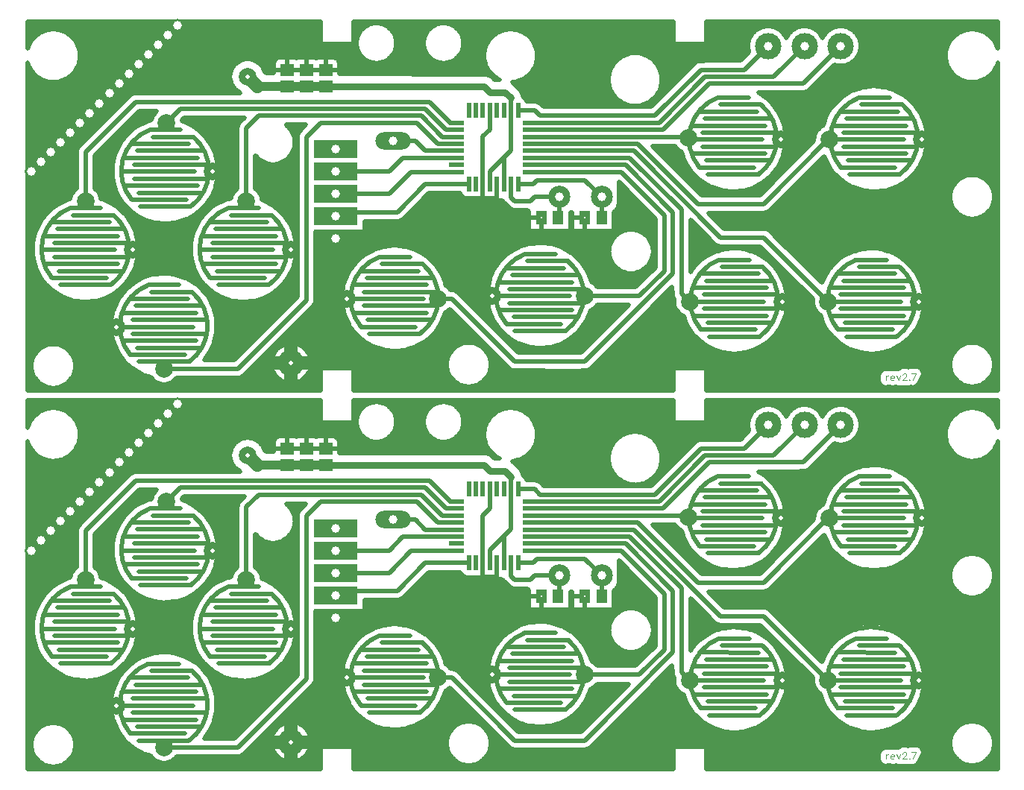
<source format=gtl>
G04 DipTrace 3.3.1.1*
G04 top_dendy_gamepad_Remastered_rev2.7.gtl*
%MOMM*%
G04 #@! TF.FileFunction,Copper,L1,Top*
G04 #@! TF.Part,Single*
%AMOUTLINE0*
4,1,4,
0.75,-0.65,
-0.75,-0.65,
-0.75,0.65,
0.75,0.65,
0.75,-0.65,
0*%
%AMOUTLINE3*
4,1,4,
0.25,-0.85,
-0.25,-0.85,
-0.25,0.85,
0.25,0.85,
0.25,-0.85,
0*%
%AMOUTLINE6*
4,1,4,
-0.85,-0.25,
-0.85,0.25,
0.85,0.25,
0.85,-0.25,
-0.85,-0.25,
0*%
%ADD14C,0.5*%
%ADD15C,1.0*%
%ADD21C,0.3*%
G04 #@! TA.AperFunction,Conductor*
%ADD16C,0.75*%
G04 #@! TA.AperFunction,ViaPad*
%ADD17C,2.0*%
G04 #@! TA.AperFunction,ComponentPad*
%ADD18C,1.5*%
G04 #@! TA.AperFunction,Nonconductor*
%ADD19C,0.11767*%
%ADD24R,1.3X1.5*%
%ADD25C,2.0*%
G04 #@! TA.AperFunction,ComponentPad*
%ADD26C,3.0*%
%ADD27O,4.0X2.0*%
%ADD28R,5.0X2.0*%
%ADD29C,3.0*%
%ADD31C,2.5*%
G04 #@! TA.AperFunction,ViaPad*
%ADD32C,0.7*%
%ADD57OUTLINE0*%
%ADD60OUTLINE3*%
%ADD63OUTLINE6*%
%FSLAX35Y35*%
G04*
G71*
G90*
G75*
G01*
G04 Top*
%LPD*%
X5924657Y3857377D2*
D14*
X5715770D1*
X5477197Y4095950D1*
X4381747D1*
X4222960Y3937163D1*
Y2079610D1*
X3444987Y1301637D1*
X2603540D1*
X5924657Y4097377D2*
X5856810D1*
X5620087Y4334100D1*
X2286010D1*
X1714447Y3762537D1*
Y3206837D1*
X5924657Y3937377D2*
X5762783D1*
X5524827Y4175333D1*
X3683157D1*
X3540263Y4032440D1*
Y3206837D1*
X5924657Y4017377D2*
X5809797D1*
X5572457Y4254717D1*
X2794080D1*
X2635293Y4095930D1*
X6764657Y3777377D2*
X7939120D1*
X8922453Y2794043D1*
X9414630D1*
X10144957Y2063717D1*
X6764657Y3697377D2*
X7892130D1*
X8477907Y3111600D1*
Y2158977D1*
X8573167Y2063717D1*
X5715367Y2095470D2*
X5874133D1*
X6588583Y1381020D1*
X7382417D1*
X8382650Y2381253D1*
Y3079843D1*
X7845117Y3617377D1*
X6764657D1*
Y3537377D2*
X7798103D1*
X8287390Y3048090D1*
Y2413007D1*
X8001607Y2127223D1*
X7382417D1*
X6764657Y3857377D2*
X7986157D1*
X8668450Y3175083D1*
X9414630D1*
X10144957Y3905410D1*
X10160833D1*
X6764657Y3937377D2*
X8525323D1*
X8541413Y3921287D1*
X8557290D1*
X6384657Y3397377D2*
Y3238590D1*
X6224657D1*
Y3397377D1*
X6304657Y4237377D2*
Y4018400D1*
X6224657Y3938400D1*
Y3397377D1*
X4000690Y4699263D2*
X4222963D1*
X4445237D1*
X6764657Y4097377D2*
X8225327D1*
X8747830Y4619880D1*
X9525770D1*
X9875057Y4969167D1*
X6764657Y4017377D2*
X8272340D1*
X8795460Y4540497D1*
X9859180D1*
X10287850Y4969167D1*
X5924657Y3777377D2*
X5573497D1*
X5461320Y3889553D1*
X5207317D1*
X6624657Y4237377D2*
X6812323D1*
X6874367Y4175333D1*
X8176270D1*
X8700200Y4699263D1*
X9192360D1*
X9462263Y4969167D1*
X5924657Y3537377D2*
X5410823D1*
X5159740Y3286293D1*
X4556373D1*
X5924657Y3697377D2*
X5316797D1*
X5159713Y3540293D1*
X4556373D1*
X6064657Y3397377D2*
X5572480D1*
X5254927Y3079823D1*
X4556373D1*
Y3032293D1*
X7090347Y3254487D2*
X6810860D1*
X6763230Y3206857D1*
X6588563D1*
X6544657Y3250763D1*
Y3397377D1*
X7090347Y3254487D2*
Y3026440D1*
X7080243Y3016337D1*
X7572940Y3254487D2*
X7382420Y3445007D1*
X6842613D1*
X6794983Y3397377D1*
X6624657D1*
X7572940Y3254487D2*
Y3016337D1*
X7572420D1*
X6544657Y4237377D2*
Y3782100D1*
X6464657Y3702100D1*
Y3397377D1*
X6304657D2*
Y3542100D1*
X6464657Y3702100D1*
X4000690Y4509263D2*
D15*
X4222963D1*
D14*
Y4508743D1*
X4191210D1*
X4222963Y4509263D2*
D15*
X4445237D1*
D16*
X6238757D1*
X6302803Y4445217D1*
X6477447D1*
X6544657Y4378007D1*
D14*
Y4237377D1*
X3556140Y4619860D2*
D18*
X3666737Y4509263D1*
D15*
X4000690D1*
D17*
X3556140Y4619860D3*
D32*
X6890240Y3016317D3*
X7382417D3*
X1063046Y5194910D2*
D14*
X4382238D1*
X4762290D2*
X4893931D1*
X5139634D2*
X5656092D1*
X5901704D2*
X8383176D1*
X8763228D2*
X9433449D1*
X9491118D2*
X9846249D1*
X9903918D2*
X10258957D1*
X10316717D2*
X12066561D1*
X1063046Y5145243D2*
X1251105D1*
X1447499D2*
X4382238D1*
X4762290D2*
X4836600D1*
X5196965D2*
X5598671D1*
X5959035D2*
X6442772D1*
X6639165D2*
X8383176D1*
X8763228D2*
X9313957D1*
X9610520D2*
X9726757D1*
X10023319D2*
X10139556D1*
X10436118D2*
X11682108D1*
X11878501D2*
X12066561D1*
X1063046Y5095577D2*
X1157863D1*
X1540741D2*
X4382238D1*
X4762290D2*
X4805520D1*
X5228137D2*
X5567590D1*
X5990207D2*
X6349530D1*
X6732408D2*
X8383176D1*
X8763228D2*
X9268749D1*
X9655819D2*
X9681506D1*
X10068618D2*
X10094348D1*
X10481418D2*
X11588866D1*
X11971743D2*
X12066561D1*
X1063046Y5045910D2*
X1107915D1*
X1590689D2*
X4382238D1*
X4762290D2*
X4789296D1*
X5244270D2*
X5551366D1*
X6006340D2*
X6299582D1*
X6782355D2*
X8383176D1*
X8763228D2*
X9243592D1*
X10506483D2*
X11538918D1*
X12021691D2*
X12066561D1*
X1622772Y4996243D2*
X4391353D1*
X4753176D2*
X4784900D1*
X5248736D2*
X5546900D1*
X6010806D2*
X6267499D1*
X6814439D2*
X8392290D1*
X8754022D2*
X9231926D1*
X10518241D2*
X11506743D1*
X1643007Y4946577D2*
X4791392D1*
X5242173D2*
X5553462D1*
X6004335D2*
X6247264D1*
X6834673D2*
X9231379D1*
X10518697D2*
X11486600D1*
X1653762Y4896910D2*
X4809986D1*
X5223579D2*
X5572056D1*
X5985650D2*
X6236509D1*
X6845428D2*
X9240767D1*
X10508033D2*
X11475845D1*
X1656132Y4847243D2*
X4844712D1*
X5188853D2*
X5606783D1*
X5951014D2*
X6234139D1*
X6847798D2*
X7793918D1*
X8114087D2*
X9191092D1*
X10484335D2*
X11473475D1*
X1650207Y4797577D2*
X3455103D1*
X3657147D2*
X3851314D1*
X4594673D2*
X4910793D1*
X5122772D2*
X5672954D1*
X5884842D2*
X6240064D1*
X6841874D2*
X7731483D1*
X8176522D2*
X8668007D1*
X10441496D2*
X11479400D1*
X1635533Y4747910D2*
X3394947D1*
X3717395D2*
X3843658D1*
X4602238D2*
X6254738D1*
X6827199D2*
X7692746D1*
X8215259D2*
X8599556D1*
X10343605D2*
X11494074D1*
X1610559Y4698243D2*
X3364960D1*
X3747290D2*
X3843658D1*
X4602238D2*
X6279712D1*
X6802316D2*
X7667772D1*
X8240142D2*
X8549973D1*
X10166145D2*
X11518957D1*
X12041561D2*
X12066561D1*
X1063046Y4648577D2*
X1126691D1*
X1571913D2*
X3351197D1*
X6250975D2*
X6318358D1*
X6763579D2*
X7653098D1*
X8254908D2*
X8500298D1*
X10116470D2*
X11557694D1*
X12002915D2*
X12066561D1*
X1063046Y4598910D2*
X1189126D1*
X1509478D2*
X3350194D1*
X6351418D2*
X6380793D1*
X6701145D2*
X7647173D1*
X8260832D2*
X8450624D1*
X10066887D2*
X11620129D1*
X11940480D2*
X12066561D1*
X1063046Y4549243D2*
X3361861D1*
X6575363D2*
X7649452D1*
X8258462D2*
X8400949D1*
X10017212D2*
X12066561D1*
X1063046Y4499577D2*
X3388840D1*
X6625402D2*
X7660207D1*
X8247707D2*
X8351275D1*
X9967538D2*
X10535767D1*
X10801887D2*
X12066561D1*
X1063046Y4449910D2*
X3441978D1*
X6669243D2*
X7680441D1*
X8227473D2*
X8301600D1*
X9911027D2*
X10391939D1*
X10939152D2*
X12066561D1*
X1063046Y4400243D2*
X2202941D1*
X6687382D2*
X7712525D1*
X8195480D2*
X8251926D1*
X9421027D2*
X10311548D1*
X11024556D2*
X12066561D1*
X1063046Y4350577D2*
X2153267D1*
X6726301D2*
X7762473D1*
X8145533D2*
X8202251D1*
X9477447D2*
X10250845D1*
X11080975D2*
X12066561D1*
X1063046Y4300910D2*
X2103592D1*
X6898020D2*
X7855533D1*
X8052382D2*
X8152577D1*
X9527121D2*
X10203996D1*
X11130650D2*
X12066561D1*
X1063046Y4251243D2*
X2053918D1*
X9563124D2*
X10166444D1*
X11166743D2*
X12066561D1*
X1063046Y4201577D2*
X2004243D1*
X2302720D2*
X2488319D1*
X9595845D2*
X10136001D1*
X11199374D2*
X12066561D1*
X1063046Y4151910D2*
X1954569D1*
X2253046D2*
X2462342D1*
X2840480D2*
X3510520D1*
X9617993D2*
X10111665D1*
X11221522D2*
X12066561D1*
X1063046Y4102243D2*
X1904895D1*
X2203371D2*
X2381132D1*
X2854243D2*
X3460845D1*
X9639777D2*
X10092980D1*
X11243397D2*
X12066561D1*
X1063046Y4052577D2*
X1855220D1*
X2153697D2*
X2286978D1*
X2945480D2*
X3435233D1*
X4022095D2*
X4189100D1*
X9651353D2*
X10057525D1*
X11254973D2*
X12066561D1*
X1063046Y4002910D2*
X1805546D1*
X2104113D2*
X2221626D1*
X3012108D2*
X3433228D1*
X4061379D2*
X4139973D1*
X9661926D2*
X10008124D1*
X11265454D2*
X12066561D1*
X1063046Y3953243D2*
X1755871D1*
X2054439D2*
X2170493D1*
X3066978D2*
X3433228D1*
X4084348D2*
X4117277D1*
X9667668D2*
X9985428D1*
X11271197D2*
X12066561D1*
X1063046Y3903577D2*
X1706197D1*
X2004764D2*
X2129751D1*
X3104530D2*
X3433228D1*
X9667668D2*
X9978866D1*
X11271197D2*
X12066561D1*
X1063046Y3853910D2*
X1656613D1*
X1955090D2*
X2096939D1*
X3140533D2*
X3433228D1*
X9667395D2*
X9944230D1*
X11270923D2*
X12066561D1*
X1063046Y3804243D2*
X1616327D1*
X1905415D2*
X2070780D1*
X3164230D2*
X3433228D1*
X4087447D2*
X4116001D1*
X8188553D2*
X8419543D1*
X9657824D2*
X9894556D1*
X11261353D2*
X12066561D1*
X1063046Y3754577D2*
X1607486D1*
X1855741D2*
X2050090D1*
X3186379D2*
X3433228D1*
X4067121D2*
X4116001D1*
X8238228D2*
X8479973D1*
X9647251D2*
X9844882D1*
X11250780D2*
X12066561D1*
X1063046Y3704910D2*
X1607486D1*
X1821470D2*
X2034230D1*
X3201783D2*
X3433228D1*
X4031848D2*
X4116001D1*
X8287902D2*
X8495832D1*
X9631392D2*
X9795207D1*
X11234921D2*
X12066561D1*
X1063046Y3655243D2*
X1607486D1*
X1821470D2*
X2022746D1*
X3212264D2*
X3433228D1*
X3647303D2*
X3714686D1*
X3969230D2*
X4116001D1*
X8337577D2*
X8516522D1*
X9609243D2*
X9745533D1*
X10044009D2*
X10120051D1*
X11212772D2*
X12066561D1*
X1063046Y3605577D2*
X1607486D1*
X1821470D2*
X2015454D1*
X3221561D2*
X3433228D1*
X3647303D2*
X4116001D1*
X8387251D2*
X8542681D1*
X9584999D2*
X9695858D1*
X9994335D2*
X10146210D1*
X11188618D2*
X12066561D1*
X1063046Y3555910D2*
X1607486D1*
X1821470D2*
X2012811D1*
X3221743D2*
X3433228D1*
X3647303D2*
X4116001D1*
X8436835D2*
X8575402D1*
X9548996D2*
X9646184D1*
X9944751D2*
X10178931D1*
X11152525D2*
X12066561D1*
X1063046Y3506243D2*
X1607486D1*
X1821470D2*
X2014452D1*
X3221743D2*
X3433228D1*
X3647303D2*
X4116001D1*
X8486509D2*
X8618150D1*
X9510806D2*
X9596509D1*
X9895077D2*
X10221678D1*
X11114335D2*
X12066561D1*
X1063046Y3456577D2*
X1607486D1*
X1821470D2*
X2020012D1*
X3215546D2*
X3433228D1*
X3647303D2*
X4116001D1*
X8536184D2*
X8674842D1*
X9455754D2*
X9546835D1*
X9845402D2*
X10278371D1*
X11059283D2*
X11627512D1*
X11933007D2*
X12066561D1*
X1063046Y3406910D2*
X1607486D1*
X1821470D2*
X2029582D1*
X3205064D2*
X3433228D1*
X3647303D2*
X4116001D1*
X8585858D2*
X8742746D1*
X9387850D2*
X9497251D1*
X9795728D2*
X10346275D1*
X10991379D2*
X11576743D1*
X11983866D2*
X12066561D1*
X1063046Y3357243D2*
X1607486D1*
X1821470D2*
X2043527D1*
X3193124D2*
X3433228D1*
X3647303D2*
X4116001D1*
X7773202D2*
X7829009D1*
X8635533D2*
X8838632D1*
X9291874D2*
X9447577D1*
X9746053D2*
X10442251D1*
X10895402D2*
X11547030D1*
X12013579D2*
X12066561D1*
X1063046Y3307577D2*
X1563918D1*
X1864947D2*
X2062121D1*
X3171158D2*
X3389751D1*
X3690780D2*
X4116001D1*
X7773202D2*
X7878684D1*
X8685207D2*
X9397902D1*
X9696379D2*
X11530624D1*
X12029895D2*
X12066561D1*
X1063046Y3257910D2*
X1539947D1*
X1888918D2*
X2086184D1*
X3149009D2*
X3365780D1*
X3714751D2*
X4116001D1*
X5582238D2*
X5980207D1*
X7779947D2*
X7928358D1*
X9646704D2*
X11524973D1*
X12035637D2*
X12066561D1*
X1063046Y3208243D2*
X1464842D1*
X1961288D2*
X2116535D1*
X3115741D2*
X3258866D1*
X3755402D2*
X4116001D1*
X5532564D2*
X6446965D1*
X7774569D2*
X7977941D1*
X9597030D2*
X11529257D1*
X12031353D2*
X12066561D1*
X1063046Y3158577D2*
X1375064D1*
X2048970D2*
X2154087D1*
X3079647D2*
X3169087D1*
X3842993D2*
X4116001D1*
X5482889D2*
X6487616D1*
X7771835D2*
X8027616D1*
X9547355D2*
X11544022D1*
X12016496D2*
X12066561D1*
X1063046Y3108910D2*
X1310988D1*
X2112590D2*
X2209413D1*
X3029243D2*
X3105012D1*
X3906613D2*
X4116001D1*
X5433306D2*
X6555064D1*
X7748137D2*
X8077290D1*
X9497681D2*
X11571639D1*
X11988970D2*
X12066561D1*
X1063046Y3059243D2*
X1260858D1*
X2166548D2*
X2266652D1*
X2972004D2*
X3054882D1*
X3960663D2*
X4116001D1*
X5383632D2*
X6743280D1*
X7719426D2*
X8126965D1*
X8806522D2*
X11618579D1*
X11941939D2*
X12066561D1*
X1063046Y3009577D2*
X1220936D1*
X2203098D2*
X2352512D1*
X2886145D2*
X3015051D1*
X3997212D2*
X4116001D1*
X5333957D2*
X6743280D1*
X7719426D2*
X8176639D1*
X8856197D2*
X11723488D1*
X11837121D2*
X12066561D1*
X1063046Y2959910D2*
X1188944D1*
X2238645D2*
X2496978D1*
X2741770D2*
X2983059D1*
X4032668D2*
X4116001D1*
X4888345D2*
X6743280D1*
X7719426D2*
X8180376D1*
X8905871D2*
X12066561D1*
X1063046Y2910243D2*
X1163332D1*
X2261431D2*
X2957447D1*
X4055546D2*
X4116001D1*
X4888345D2*
X6743280D1*
X7719426D2*
X8180376D1*
X8584947D2*
X8656978D1*
X8955546D2*
X12066561D1*
X1063046Y2860577D2*
X1143280D1*
X2283579D2*
X2937303D1*
X4077603D2*
X4116001D1*
X4888345D2*
X7792277D1*
X8020572D2*
X8180376D1*
X8584947D2*
X8706652D1*
X9497316D2*
X12066561D1*
X1063046Y2810910D2*
X1127967D1*
X2297798D2*
X2921991D1*
X4329986D2*
X7723007D1*
X8089751D2*
X8180376D1*
X8584947D2*
X8756327D1*
X9546991D2*
X12066561D1*
X1063046Y2761243D2*
X1117030D1*
X2308371D2*
X2911053D1*
X4329986D2*
X7685090D1*
X8127759D2*
X8180376D1*
X8584947D2*
X8806001D1*
X9596665D2*
X12066561D1*
X1063046Y2711577D2*
X1110194D1*
X2316757D2*
X2904217D1*
X4329986D2*
X6710194D1*
X7038384D2*
X7662941D1*
X8149816D2*
X8180376D1*
X8584947D2*
X8857408D1*
X9646340D2*
X12066561D1*
X1063046Y2661910D2*
X1107642D1*
X2316757D2*
X2901665D1*
X4329986D2*
X5003853D1*
X5442329D2*
X6586874D1*
X7161704D2*
X7652460D1*
X8584947D2*
X8977173D1*
X9185142D2*
X9397538D1*
X9696014D2*
X10533124D1*
X10741001D2*
X12066561D1*
X1063046Y2612243D2*
X1109647D1*
X2316757D2*
X2903762D1*
X4329986D2*
X4904686D1*
X5541496D2*
X6506392D1*
X7248202D2*
X7652095D1*
X8584947D2*
X8812017D1*
X9344556D2*
X9447212D1*
X9745689D2*
X10367876D1*
X10900507D2*
X12066561D1*
X1063046Y2562577D2*
X1115754D1*
X2309556D2*
X2909777D1*
X4329986D2*
X4835324D1*
X5619973D2*
X6451249D1*
X7305168D2*
X7661848D1*
X8150910D2*
X8180376D1*
X8584947D2*
X8729621D1*
X9430598D2*
X9496887D1*
X9795363D2*
X10285480D1*
X10986457D2*
X12066561D1*
X1063046Y2512910D2*
X1125871D1*
X2298983D2*
X2919895D1*
X4329986D2*
X4780181D1*
X5670194D2*
X6405402D1*
X7348827D2*
X7682993D1*
X8129764D2*
X8180376D1*
X8584947D2*
X8667824D1*
X9488840D2*
X9546470D1*
X9845038D2*
X10223684D1*
X11044790D2*
X12066561D1*
X1063046Y2463243D2*
X1140272D1*
X2286040D2*
X2934387D1*
X4080155D2*
X4116001D1*
X4329986D2*
X4741171D1*
X5710480D2*
X6369309D1*
X7384009D2*
X7719543D1*
X8093215D2*
X8180376D1*
X8584947D2*
X8619699D1*
X9540064D2*
X9596145D1*
X9894712D2*
X10175559D1*
X11095923D2*
X12066561D1*
X1063046Y2413577D2*
X1159504D1*
X2263983D2*
X2953527D1*
X4058007D2*
X4116001D1*
X4329986D2*
X4705077D1*
X5743020D2*
X6339322D1*
X7412264D2*
X7785168D1*
X8027590D2*
X8138723D1*
X9576158D2*
X9645819D1*
X9944387D2*
X10137277D1*
X11132017D2*
X12066561D1*
X1063046Y2363910D2*
X1184022D1*
X2241743D2*
X2444387D1*
X2762551D2*
X2978137D1*
X4035767D2*
X4116001D1*
X4329986D2*
X4680194D1*
X5769270D2*
X6317264D1*
X7434504D2*
X8089048D1*
X9609882D2*
X9695493D1*
X9993970D2*
X10106379D1*
X11165832D2*
X12066561D1*
X1063046Y2314243D2*
X1214921D1*
X2207199D2*
X2318879D1*
X2888059D2*
X3008944D1*
X4001314D2*
X4116001D1*
X4329986D2*
X4658046D1*
X5790142D2*
X6296757D1*
X7451822D2*
X8039374D1*
X9632030D2*
X9745168D1*
X10043645D2*
X10081861D1*
X11187980D2*
X12066561D1*
X1063046Y2264577D2*
X1253293D1*
X2171105D2*
X2237395D1*
X2974556D2*
X3047408D1*
X3965220D2*
X4116001D1*
X4329986D2*
X4641639D1*
X5806092D2*
X6286092D1*
X7499035D2*
X7989699D1*
X9654087D2*
X9794842D1*
X11210038D2*
X12066561D1*
X1063046Y2214910D2*
X1309895D1*
X2118788D2*
X2182251D1*
X3032707D2*
X3104009D1*
X3912902D2*
X4116001D1*
X4329986D2*
X4631066D1*
X5851027D2*
X6275520D1*
X9666392D2*
X9844517D1*
X11222342D2*
X12066561D1*
X1063046Y2165243D2*
X1370051D1*
X2058723D2*
X2135676D1*
X3076730D2*
X3164074D1*
X3852837D2*
X4116001D1*
X4329986D2*
X4621223D1*
X5953566D2*
X6271965D1*
X8315884D2*
X8370871D1*
X9676965D2*
X9894191D1*
X11232915D2*
X12066561D1*
X1063046Y2115577D2*
X1456001D1*
X1972681D2*
X2099582D1*
X3112095D2*
X3250116D1*
X3766796D2*
X4109712D1*
X4329986D2*
X4620767D1*
X6003241D2*
X6271965D1*
X8266210D2*
X8380624D1*
X9683527D2*
X9943866D1*
X11239387D2*
X12066561D1*
X1063046Y2065910D2*
X1638202D1*
X1790480D2*
X2069230D1*
X3140533D2*
X3432316D1*
X3584595D2*
X4060038D1*
X4329074D2*
X4620767D1*
X6052915D2*
X6273332D1*
X8216535D2*
X8391197D1*
X9683527D2*
X9963007D1*
X11239387D2*
X12066561D1*
X1063046Y2016243D2*
X2047173D1*
X3162954D2*
X4010363D1*
X4307928D2*
X4625962D1*
X6102590D2*
X6283814D1*
X7525285D2*
X7868384D1*
X8166861D2*
X8397668D1*
X9683436D2*
X9969478D1*
X11239387D2*
X12066561D1*
X1063046Y1966577D2*
X2026301D1*
X3180637D2*
X3960689D1*
X4259165D2*
X4636535D1*
X6152264D2*
X6294387D1*
X7461757D2*
X7818710D1*
X8117186D2*
X8420181D1*
X9674504D2*
X9991991D1*
X11230454D2*
X12066561D1*
X1063046Y1916910D2*
X2015637D1*
X3193033D2*
X3911014D1*
X4209491D2*
X4647746D1*
X5798527D2*
X5903462D1*
X6201939D2*
X6312525D1*
X7436053D2*
X7769035D1*
X8067512D2*
X8469309D1*
X9663931D2*
X10041118D1*
X11219882D2*
X12066561D1*
X1063046Y1867243D2*
X2005064D1*
X3201874D2*
X3861340D1*
X4159816D2*
X4669348D1*
X5776835D2*
X5953137D1*
X6251613D2*
X6334673D1*
X7413905D2*
X7719361D1*
X8017928D2*
X8510233D1*
X9649074D2*
X10066092D1*
X11204934D2*
X12066561D1*
X1063046Y1817577D2*
X2001145D1*
X3206249D2*
X3811665D1*
X4110142D2*
X4691496D1*
X5754777D2*
X6002811D1*
X6301288D2*
X6361652D1*
X7386926D2*
X7669686D1*
X7968254D2*
X8530376D1*
X9626926D2*
X10086327D1*
X11182876D2*
X12066561D1*
X1063046Y1767910D2*
X2001145D1*
X3206704D2*
X3761991D1*
X4060467D2*
X4723488D1*
X5722785D2*
X6052486D1*
X6350962D2*
X6397746D1*
X7350832D2*
X7620012D1*
X7918579D2*
X8556079D1*
X9603592D2*
X10112030D1*
X11159543D2*
X12066561D1*
X1063046Y1718243D2*
X2002329D1*
X3204608D2*
X3712316D1*
X4010884D2*
X4759582D1*
X5686691D2*
X6102069D1*
X6400637D2*
X6439582D1*
X7308996D2*
X7570428D1*
X7868905D2*
X8588163D1*
X9567772D2*
X10144113D1*
X11123723D2*
X12066561D1*
X1063046Y1668577D2*
X2012720D1*
X3194217D2*
X3662642D1*
X3961210D2*
X4808254D1*
X5637928D2*
X6151743D1*
X6450311D2*
X6494725D1*
X7253853D2*
X7520754D1*
X7819230D2*
X8628996D1*
X9530676D2*
X10184947D1*
X11086626D2*
X12066561D1*
X1063046Y1618910D2*
X2023202D1*
X3183736D2*
X3612967D1*
X3911535D2*
X4864035D1*
X5582238D2*
X6201418D1*
X6499986D2*
X6568736D1*
X7179842D2*
X7471079D1*
X7769556D2*
X8686236D1*
X9476079D2*
X10242095D1*
X11032030D2*
X12066561D1*
X1063046Y1569243D2*
X1260402D1*
X1438202D2*
X2040975D1*
X3165962D2*
X3563384D1*
X3861861D2*
X3943918D1*
X4152707D2*
X4948618D1*
X5497655D2*
X5940194D1*
X6189178D2*
X6251092D1*
X6549569D2*
X6677928D1*
X7070741D2*
X7421405D1*
X7719882D2*
X8751587D1*
X9410728D2*
X10307538D1*
X10966587D2*
X11655767D1*
X11904751D2*
X12066561D1*
X1063046Y1519577D2*
X1176913D1*
X1521600D2*
X2063124D1*
X3143814D2*
X3513710D1*
X3812186D2*
X3876926D1*
X4219699D2*
X5081874D1*
X5364400D2*
X5876210D1*
X6253163D2*
X6300767D1*
X6599243D2*
X7371730D1*
X7670207D2*
X8842186D1*
X9320129D2*
X10398046D1*
X10876079D2*
X11591783D1*
X11968736D2*
X12066561D1*
X1063046Y1469910D2*
X1134439D1*
X1564074D2*
X2089647D1*
X3117290D2*
X3464035D1*
X3762512D2*
X3841926D1*
X4254699D2*
X5840298D1*
X6289074D2*
X6350441D1*
X7620533D2*
X11555871D1*
X12004647D2*
X12066561D1*
X1063046Y1420243D2*
X1109465D1*
X1589048D2*
X2125741D1*
X3081197D2*
X3414361D1*
X3712837D2*
X3823059D1*
X4273566D2*
X5819608D1*
X6309764D2*
X6400116D1*
X7570858D2*
X11535181D1*
X12025337D2*
X12066561D1*
X1063046Y1370577D2*
X1096662D1*
X1601809D2*
X2166939D1*
X3663163D2*
X3816405D1*
X4280220D2*
X5810220D1*
X6319152D2*
X6449790D1*
X7521184D2*
X11525793D1*
X12034725D2*
X12066561D1*
X1063046Y1320910D2*
X1094294D1*
X1604270D2*
X2222082D1*
X3613488D2*
X3820689D1*
X4275936D2*
X5810949D1*
X6318423D2*
X6499465D1*
X7471600D2*
X10965793D1*
X11182694D2*
X11526522D1*
X12033996D2*
X12066561D1*
X1063046Y1271243D2*
X1101809D1*
X1596796D2*
X2295090D1*
X3563814D2*
X3836639D1*
X4259986D2*
X4382238D1*
X4762290D2*
X5821796D1*
X6307577D2*
X8383176D1*
X8763228D2*
X10730272D1*
X11225715D2*
X11537368D1*
X12023150D2*
X12066561D1*
X1063046Y1221577D2*
X1120311D1*
X1578293D2*
X2402095D1*
X3513228D2*
X3867538D1*
X4229178D2*
X4382238D1*
X4762290D2*
X5844400D1*
X6284973D2*
X8383176D1*
X8763228D2*
X10713775D1*
X11224895D2*
X11559973D1*
X12000546D2*
X12066561D1*
X1063046Y1171910D2*
X1153033D1*
X1545572D2*
X2478111D1*
X2728918D2*
X3924230D1*
X4172395D2*
X4382238D1*
X4762290D2*
X5883046D1*
X6246327D2*
X8383176D1*
X8763228D2*
X10713775D1*
X11201835D2*
X11598618D1*
X11961900D2*
X12066561D1*
X1063046Y1122243D2*
X1209816D1*
X1488788D2*
X4382238D1*
X4762290D2*
X5954230D1*
X6175142D2*
X8383176D1*
X8763228D2*
X10730272D1*
X11176223D2*
X11669803D1*
X11890715D2*
X12066561D1*
X1063046Y1072577D2*
X4382238D1*
X4762290D2*
X8383176D1*
X8763228D2*
X12066561D1*
X3848690Y4661261D2*
X3849302Y4773953D1*
X3852313Y4787605D1*
X3857743Y4800489D1*
X3865414Y4812177D1*
X3875071Y4822287D1*
X3886397Y4830483D1*
X3899018Y4836496D1*
X3912519Y4840129D1*
X3925690Y4841263D1*
X4080735Y4841098D1*
X4094545Y4838919D1*
X4107750Y4834271D1*
X4112752Y4832741D1*
X4125715Y4837979D1*
X4139411Y4840787D1*
X4161963Y4841264D1*
X4303008Y4841098D1*
X4316818Y4838920D1*
X4330023Y4834272D1*
X4335026Y4832741D1*
X4347989Y4837979D1*
X4361685Y4840787D1*
X4384237Y4841263D1*
X4525282Y4841098D1*
X4539091Y4838919D1*
X4552280Y4834279D1*
X4564412Y4827331D1*
X4575087Y4818304D1*
X4583955Y4807495D1*
X4590722Y4795261D1*
X4595165Y4782006D1*
X4597138Y4768165D1*
X4597237Y4648782D1*
X6249702Y4648334D1*
X6271322Y4644909D1*
X6292141Y4638145D1*
X6311645Y4628207D1*
X6329355Y4615340D1*
X6360536Y4584767D1*
X6412452Y4584717D1*
X6392160Y4595206D1*
X6372321Y4607477D1*
X6353488Y4621242D1*
X6335774Y4636421D1*
X6319284Y4652921D1*
X6304117Y4670645D1*
X6290363Y4689487D1*
X6278105Y4709334D1*
X6267415Y4730068D1*
X6258357Y4751565D1*
X6250986Y4773697D1*
X6245344Y4796332D1*
X6241467Y4819335D1*
X6239377Y4842569D1*
X6239087Y4865895D1*
X6240598Y4889173D1*
X6243901Y4912266D1*
X6248976Y4935034D1*
X6255794Y4957343D1*
X6264314Y4979060D1*
X6274484Y5000053D1*
X6286244Y5020200D1*
X6299524Y5039378D1*
X6314245Y5057474D1*
X6330319Y5074380D1*
X6347650Y5089995D1*
X6366134Y5104225D1*
X6385662Y5116986D1*
X6406116Y5128202D1*
X6427375Y5137806D1*
X6449311Y5145740D1*
X6471795Y5151958D1*
X6494692Y5156421D1*
X6517865Y5159104D1*
X6541175Y5159990D1*
X6564485Y5159074D1*
X6587654Y5156362D1*
X6610545Y5151870D1*
X6633021Y5145624D1*
X6654947Y5137662D1*
X6676194Y5128031D1*
X6696634Y5116789D1*
X6716145Y5104003D1*
X6734611Y5089749D1*
X6751922Y5074112D1*
X6767975Y5057186D1*
X6782673Y5039071D1*
X6795928Y5019876D1*
X6807663Y4999715D1*
X6817807Y4978708D1*
X6826299Y4956981D1*
X6833088Y4934663D1*
X6838135Y4911888D1*
X6841408Y4888792D1*
X6842983Y4857990D1*
X6842082Y4834680D1*
X6839385Y4811509D1*
X6834907Y4788615D1*
X6828675Y4766135D1*
X6820727Y4744204D1*
X6811110Y4722951D1*
X6799881Y4702504D1*
X6787107Y4682984D1*
X6772865Y4664509D1*
X6757239Y4647188D1*
X6740323Y4631125D1*
X6722218Y4616416D1*
X6703031Y4603148D1*
X6682877Y4591400D1*
X6661877Y4581243D1*
X6640156Y4572738D1*
X6617842Y4565934D1*
X6595070Y4560873D1*
X6560973Y4556877D1*
X6576088Y4543858D1*
X6650734Y4468605D1*
X6663600Y4450895D1*
X6673538Y4431391D1*
X6680303Y4410572D1*
X6683420Y4391544D1*
X6694916Y4384671D1*
X6704104Y4376824D1*
X6711951Y4367636D1*
X6718264Y4357334D1*
X6722888Y4346171D1*
X6724534Y4340329D1*
X6764657Y4339377D1*
X6820326Y4339063D1*
X6836135Y4336559D1*
X6851357Y4331613D1*
X6865618Y4324346D1*
X6878567Y4314938D1*
X6916609Y4277341D1*
X8134093Y4277334D1*
X8633956Y4776825D1*
X8646905Y4786233D1*
X8661166Y4793499D1*
X8676389Y4798445D1*
X8692197Y4800949D1*
X8793533Y4801263D1*
X9150187D1*
X9246750Y4897903D1*
X9241535Y4916175D1*
X9238058Y4933656D1*
X9235963Y4951356D1*
X9235263Y4969167D1*
X9235963Y4986977D1*
X9238058Y5004677D1*
X9241535Y5022159D1*
X9246374Y5039314D1*
X9252543Y5056036D1*
X9260005Y5072223D1*
X9268714Y5087774D1*
X9278616Y5102594D1*
X9289651Y5116591D1*
X9301750Y5129680D1*
X9314839Y5141779D1*
X9328836Y5152814D1*
X9343656Y5162716D1*
X9359207Y5171425D1*
X9375394Y5178887D1*
X9392116Y5185056D1*
X9409271Y5189895D1*
X9426753Y5193372D1*
X9444453Y5195467D1*
X9462263Y5196167D1*
X9480074Y5195467D1*
X9497774Y5193372D1*
X9515255Y5189895D1*
X9532410Y5185056D1*
X9549132Y5178887D1*
X9565319Y5171425D1*
X9580871Y5162716D1*
X9595691Y5152814D1*
X9609688Y5141779D1*
X9622777Y5129680D1*
X9634875Y5116591D1*
X9645910Y5102594D1*
X9655813Y5087774D1*
X9668574Y5063434D1*
X9681507Y5087774D1*
X9691410Y5102594D1*
X9702445Y5116591D1*
X9714543Y5129680D1*
X9727632Y5141779D1*
X9741629Y5152814D1*
X9756449Y5162716D1*
X9772001Y5171425D1*
X9788188Y5178887D1*
X9804910Y5185056D1*
X9822065Y5189895D1*
X9839546Y5193372D1*
X9857246Y5195467D1*
X9875057Y5196167D1*
X9892867Y5195467D1*
X9910567Y5193372D1*
X9928049Y5189895D1*
X9945204Y5185056D1*
X9961926Y5178887D1*
X9978113Y5171425D1*
X9993664Y5162716D1*
X10008484Y5152814D1*
X10022481Y5141779D1*
X10035570Y5129680D1*
X10047669Y5116591D1*
X10058704Y5102594D1*
X10068606Y5087774D1*
X10081367Y5063434D1*
X10094301Y5087774D1*
X10104203Y5102594D1*
X10115238Y5116591D1*
X10127337Y5129680D1*
X10140425Y5141779D1*
X10154423Y5152814D1*
X10169243Y5162716D1*
X10184794Y5171425D1*
X10200981Y5178887D1*
X10217703Y5185056D1*
X10234858Y5189895D1*
X10252339Y5193372D1*
X10270040Y5195467D1*
X10287850Y5196167D1*
X10305660Y5195467D1*
X10323361Y5193372D1*
X10340842Y5189895D1*
X10357997Y5185056D1*
X10374719Y5178887D1*
X10390906Y5171425D1*
X10406457Y5162716D1*
X10421277Y5152814D1*
X10435275Y5141779D1*
X10448363Y5129680D1*
X10460462Y5116591D1*
X10471497Y5102594D1*
X10481399Y5087774D1*
X10490108Y5072223D1*
X10497571Y5056036D1*
X10503740Y5039314D1*
X10508578Y5022159D1*
X10512055Y5004677D1*
X10514150Y4986977D1*
X10514850Y4969167D1*
X10514150Y4951356D1*
X10512055Y4933656D1*
X10508578Y4916175D1*
X10503740Y4899020D1*
X10497571Y4882298D1*
X10490108Y4866111D1*
X10481399Y4850559D1*
X10471497Y4835739D1*
X10460462Y4821742D1*
X10448363Y4808653D1*
X10435275Y4796555D1*
X10421277Y4785520D1*
X10406457Y4775617D1*
X10390906Y4766908D1*
X10374719Y4759446D1*
X10357997Y4753277D1*
X10340842Y4748439D1*
X10323361Y4744961D1*
X10305660Y4742866D1*
X10287850Y4742167D1*
X10270040Y4742866D1*
X10252339Y4744961D1*
X10234858Y4748439D1*
X10216593Y4753687D1*
X9925424Y4462935D1*
X9912475Y4453527D1*
X9898214Y4446261D1*
X9882991Y4441315D1*
X9867183Y4438811D1*
X9765847Y4438496D1*
X9350495D1*
X9413693Y4401809D1*
X9426142Y4392256D1*
X9507636Y4318694D1*
X9517827Y4306762D1*
X9583643Y4215650D1*
X9599223Y4182758D1*
X9634261Y4103725D1*
X9638718Y4088679D1*
X9661409Y3981266D1*
X9662640Y3965622D1*
X9662503Y3855838D1*
X9660455Y3840280D1*
X9637496Y3732923D1*
X9632258Y3718132D1*
X9587479Y3617894D1*
X9579280Y3604515D1*
X9514640Y3515778D1*
X9503838Y3504395D1*
X9422161Y3431037D1*
X9409229Y3422149D1*
X9314084Y3367376D1*
X9299587Y3361371D1*
X9195133Y3327576D1*
X9179704Y3324716D1*
X9070507Y3313377D1*
X9054820Y3313788D1*
X8945652Y3325399D1*
X8930394Y3329063D1*
X8826025Y3363118D1*
X8811862Y3369874D1*
X8716854Y3424885D1*
X8704405Y3434437D1*
X8626262Y3504022D1*
X8613847Y3514124D1*
X8603165Y3526044D1*
X8566697Y3574654D1*
X8535302Y3626685D1*
X8509299Y3681610D1*
X8488950Y3738871D1*
X8483487Y3760335D1*
X8464808Y3770369D1*
X8442338Y3786695D1*
X8422698Y3806334D1*
X8406373Y3828804D1*
X8402685Y3835388D1*
X8152446Y3835377D1*
X8710707Y3277076D1*
X9372369Y3277083D1*
X9984619Y3889322D1*
X9983833Y3905410D1*
X9986012Y3933099D1*
X9992496Y3960106D1*
X10003125Y3985766D1*
X10017637Y4009448D1*
X10035675Y4030568D1*
X10056795Y4048606D1*
X10080477Y4063118D1*
X10087724Y4066459D1*
X10095599Y4095677D1*
X10118103Y4154886D1*
X10145321Y4209219D1*
X10177865Y4260540D1*
X10194107Y4282938D1*
X10206379Y4297481D1*
X10215404Y4308327D1*
X10257559Y4352098D1*
X10303902Y4391407D1*
X10353963Y4425857D1*
X10407234Y4455099D1*
X10462680Y4478675D1*
X10478244Y4482411D1*
X10486228Y4483354D1*
X10501077Y4486954D1*
X10538957Y4499118D1*
X10554386Y4501977D1*
X10666199Y4513419D1*
X10702475Y4510467D1*
X10788438Y4501294D1*
X10803696Y4497631D1*
X10846779Y4483632D1*
X10859393Y4482411D1*
X10874957Y4478675D1*
X10889744Y4472550D1*
X10900348Y4466220D1*
X10915280Y4460476D1*
X11012734Y4404566D1*
X11023648Y4397277D1*
X11107349Y4322327D1*
X11116509Y4312928D1*
X11182798Y4222214D1*
X11189804Y4211116D1*
X11235783Y4108602D1*
X11240329Y4096290D1*
X11263990Y3986456D1*
X11265876Y3973468D1*
X11266184Y3861115D1*
X11265329Y3848019D1*
X11242271Y3738057D1*
X11238711Y3725424D1*
X11193294Y3622660D1*
X11187186Y3611043D1*
X11121396Y3519967D1*
X11113006Y3509874D1*
X11029718Y3434466D1*
X11019413Y3426339D1*
X10922229Y3369874D1*
X10908036Y3363108D1*
X10798677Y3327576D1*
X10783248Y3324716D1*
X10674050Y3313377D1*
X10658364Y3313788D1*
X10549195Y3325400D1*
X10533937Y3329063D1*
X10429568Y3363118D1*
X10415405Y3369874D1*
X10320397Y3424885D1*
X10307948Y3434437D1*
X10233085Y3501845D1*
X10221533Y3510385D1*
X10210196Y3521727D1*
X10170241Y3574654D1*
X10138846Y3626685D1*
X10112842Y3681610D1*
X10100186Y3716286D1*
X9480874Y3097522D1*
X9467925Y3088114D1*
X9453664Y3080848D1*
X9438441Y3075902D1*
X9422633Y3073398D1*
X9321297Y3073083D1*
X8787638D1*
X8964651Y2896095D1*
X9422633Y2895729D1*
X9438441Y2893225D1*
X9453664Y2888279D1*
X9467925Y2881013D1*
X9480874Y2871605D1*
X9552752Y2800172D1*
X10073313Y2279610D1*
X10086350Y2313193D1*
X10113568Y2367526D1*
X10146111Y2418846D1*
X10162354Y2441245D1*
X10174626Y2455788D1*
X10183651Y2466634D1*
X10225806Y2510404D1*
X10272149Y2549714D1*
X10322209Y2584164D1*
X10375481Y2613405D1*
X10430927Y2636981D1*
X10446490Y2640718D1*
X10454475Y2641660D1*
X10469324Y2645261D1*
X10507203Y2657424D1*
X10522632Y2660284D1*
X10634446Y2671726D1*
X10670722Y2668773D1*
X10756685Y2659600D1*
X10771943Y2655937D1*
X10815025Y2641939D1*
X10827640Y2640718D1*
X10843203Y2636981D1*
X10857991Y2630856D1*
X10868594Y2624527D1*
X10883526Y2618782D1*
X10980981Y2562873D1*
X10991895Y2555584D1*
X11075596Y2480634D1*
X11084756Y2471235D1*
X11151044Y2380521D1*
X11158050Y2369423D1*
X11204030Y2266909D1*
X11208575Y2254596D1*
X11232236Y2144763D1*
X11234122Y2131775D1*
X11234431Y2019422D1*
X11233575Y2006325D1*
X11210517Y1896364D1*
X11206957Y1883731D1*
X11161541Y1780966D1*
X11155433Y1769350D1*
X11089643Y1678273D1*
X11081253Y1668181D1*
X10997964Y1592773D1*
X10987659Y1584646D1*
X10890513Y1528202D1*
X10878744Y1522395D1*
X10771985Y1487383D1*
X10759265Y1484149D1*
X10647560Y1472099D1*
X10634446Y1471581D1*
X10522676Y1483018D1*
X10509741Y1485238D1*
X10402791Y1519664D1*
X10390600Y1524524D1*
X10293108Y1580456D1*
X10280153Y1589364D1*
X10201332Y1660151D1*
X10191646Y1667135D1*
X10180062Y1678180D1*
X10142947Y1726309D1*
X10110861Y1777925D1*
X10084128Y1832506D1*
X10063019Y1889499D1*
X10057525Y1909809D1*
X10040919Y1920521D1*
X10019799Y1938559D1*
X10001761Y1959679D1*
X9987249Y1983360D1*
X9976620Y2009021D1*
X9970136Y2036028D1*
X9967957Y2063717D1*
X9970136Y2091406D1*
X9970612Y2093802D1*
X9372326Y2692097D1*
X8914451Y2692358D1*
X8898642Y2694862D1*
X8883420Y2699808D1*
X8869158Y2707074D1*
X8856210Y2716482D1*
X8784332Y2787915D1*
X8579961Y2992285D1*
X8579907Y2403306D1*
X8590198Y2418846D1*
X8606441Y2441245D1*
X8618712Y2455788D1*
X8627737Y2466634D1*
X8669892Y2510405D1*
X8716235Y2549714D1*
X8766296Y2584164D1*
X8817530Y2612492D1*
X8875014Y2636981D1*
X8890577Y2640718D1*
X8898562Y2641660D1*
X8913410Y2645261D1*
X8951290Y2657424D1*
X8966719Y2660284D1*
X9078532Y2671726D1*
X9114808Y2668773D1*
X9200772Y2659601D1*
X9216030Y2655937D1*
X9259112Y2641939D1*
X9271726Y2640718D1*
X9287290Y2636981D1*
X9302077Y2630856D1*
X9312681Y2624527D1*
X9327613Y2618782D1*
X9425068Y2562873D1*
X9435982Y2555584D1*
X9519682Y2480634D1*
X9528843Y2471235D1*
X9595131Y2380521D1*
X9602137Y2369423D1*
X9648117Y2266909D1*
X9652662Y2254596D1*
X9676323Y2144763D1*
X9678209Y2131775D1*
X9678517Y2019422D1*
X9677662Y2006325D1*
X9654604Y1896363D1*
X9651044Y1883731D1*
X9605610Y1780926D1*
X9598105Y1767111D1*
X9530516Y1674085D1*
X9519715Y1662702D1*
X9438037Y1589344D1*
X9425105Y1580456D1*
X9329961Y1525682D1*
X9315463Y1519677D1*
X9211010Y1485883D1*
X9195581Y1483023D1*
X9086384Y1471684D1*
X9070697Y1472094D1*
X8961529Y1483706D1*
X8946270Y1487369D1*
X8841901Y1521425D1*
X8827738Y1528180D1*
X8732731Y1583191D1*
X8720282Y1592744D1*
X8642139Y1662329D1*
X8629724Y1672431D1*
X8619042Y1684350D1*
X8582574Y1732961D1*
X8551179Y1784992D1*
X8525175Y1839916D1*
X8504827Y1897178D1*
X8503905Y1900799D1*
X8480684Y1912799D1*
X8458214Y1929125D1*
X8438575Y1948764D1*
X8422249Y1971234D1*
X8409640Y1995982D1*
X8401057Y2022397D1*
X8396712Y2049829D1*
Y2077604D1*
X8398950Y2094441D1*
X8390937Y2105682D1*
X8383671Y2119943D1*
X8378725Y2135165D1*
X8376221Y2150974D1*
X8375907Y2230344D1*
X7448661Y1303458D1*
X7435712Y1294051D1*
X7421450Y1286784D1*
X7406228Y1281838D1*
X7390420Y1279334D1*
X7289083Y1279020D1*
X6580580Y1279334D1*
X6564772Y1281838D1*
X6549550Y1286784D1*
X6535288Y1294051D1*
X6522340Y1303458D1*
X6450462Y1374892D1*
X5847533Y1977820D1*
X5830319Y1960878D1*
X5807849Y1944553D1*
X5798897Y1939046D1*
X5793014Y1915484D1*
X5747598Y1812720D1*
X5741489Y1801103D1*
X5675699Y1710027D1*
X5667309Y1699934D1*
X5584021Y1624527D1*
X5573716Y1616399D1*
X5476570Y1559956D1*
X5464800Y1554148D1*
X5358041Y1519136D1*
X5345322Y1515903D1*
X5233616Y1503852D1*
X5220502Y1503334D1*
X5108733Y1514772D1*
X5095797Y1516991D1*
X4988848Y1551417D1*
X4976657Y1556278D1*
X4879203Y1612187D1*
X4868288Y1619476D1*
X4784588Y1694426D1*
X4775428Y1703825D1*
X4709139Y1794539D1*
X4702133Y1805637D1*
X4656153Y1908151D1*
X4651608Y1920464D1*
X4627947Y2030297D1*
X4626061Y2043285D1*
X4625753Y2155638D1*
X4626608Y2168735D1*
X4649666Y2278697D1*
X4653226Y2291329D1*
X4698642Y2394094D1*
X4704751Y2405710D1*
X4770566Y2496822D1*
X4780780Y2508775D1*
X4866233Y2585716D1*
X4879165Y2594604D1*
X4974309Y2649378D1*
X4988807Y2655383D1*
X5093260Y2689177D1*
X5108689Y2692037D1*
X5217886Y2703377D1*
X5233573Y2702966D1*
X5342742Y2691354D1*
X5358000Y2687691D1*
X5462369Y2653635D1*
X5476532Y2646880D1*
X5571539Y2591869D1*
X5577975Y2587317D1*
X5590834Y2581191D1*
X5604110Y2572251D1*
X5649100Y2530753D1*
X5689663Y2484919D1*
X5725383Y2435217D1*
X5755893Y2382157D1*
X5780881Y2326284D1*
X5794639Y2286320D1*
X5802091Y2260416D1*
X5804733Y2248212D1*
X5819405Y2238666D1*
X5840525Y2220628D1*
X5858563Y2199508D1*
X5859920Y2197477D1*
X5882136Y2197156D1*
X5897945Y2194652D1*
X5913167Y2189706D1*
X5927428Y2182439D1*
X5940377Y2173032D1*
X6012255Y2101598D1*
X6630780Y1483073D1*
X7340081Y1483020D1*
X7882413Y2025266D1*
X7527010Y2025223D1*
X7517009Y2012271D1*
X7497369Y1992631D1*
X7474899Y1976306D1*
X7450152Y1963697D1*
X7448471Y1963077D1*
X7444188Y1947238D1*
X7398753Y1844433D1*
X7391248Y1830617D1*
X7323660Y1737591D1*
X7312858Y1726209D1*
X7231181Y1652851D1*
X7218249Y1643963D1*
X7123104Y1589189D1*
X7108607Y1583184D1*
X7004153Y1549389D1*
X6988724Y1546530D1*
X6879527Y1535190D1*
X6863840Y1535601D1*
X6754672Y1547213D1*
X6739414Y1550876D1*
X6635045Y1584932D1*
X6620882Y1591687D1*
X6525874Y1646698D1*
X6513425Y1656251D1*
X6431931Y1729813D1*
X6421740Y1741745D1*
X6357321Y1830643D1*
X6349834Y1844433D1*
X6305305Y1944782D1*
X6300849Y1959827D1*
X6278157Y2067241D1*
X6276926Y2082885D1*
X6277063Y2192669D1*
X6279111Y2208227D1*
X6302071Y2315583D1*
X6307309Y2330375D1*
X6352087Y2430613D1*
X6360286Y2443992D1*
X6424927Y2532729D1*
X6435728Y2544111D1*
X6517406Y2617470D1*
X6530338Y2626358D1*
X6625482Y2681131D1*
X6639980Y2687136D1*
X6744433Y2720931D1*
X6759862Y2723791D1*
X6871676Y2735233D1*
X6907952Y2732280D1*
X6993915Y2723107D1*
X7009173Y2719444D1*
X7113542Y2685388D1*
X7127705Y2678633D1*
X7222713Y2623622D1*
X7229149Y2619071D1*
X7242007Y2612944D1*
X7255283Y2604004D1*
X7300273Y2562507D1*
X7340837Y2516672D1*
X7376556Y2466970D1*
X7407067Y2413911D1*
X7432054Y2358038D1*
X7445813Y2318073D1*
X7453939Y2289051D1*
X7474899Y2278141D1*
X7497369Y2261815D1*
X7517009Y2242176D1*
X7526970Y2229230D1*
X7959279Y2229224D1*
X8185412Y2455279D1*
X8185390Y3005910D1*
X7768176Y3423053D1*
X7768197Y3306192D1*
X7772453Y3286086D1*
X7774317Y3270335D1*
X7774940Y3254487D1*
X7774317Y3238638D1*
X7772453Y3222887D1*
X7768198Y3203216D1*
X7767889Y3167257D1*
X7765434Y3151759D1*
X7760585Y3136835D1*
X7753461Y3122853D1*
X7744237Y3110158D1*
X7733142Y3099063D1*
X7720420Y3089824D1*
X7714421Y3075003D1*
Y2864336D1*
X7240421D1*
Y3075120D1*
X7222244Y3075003D1*
Y2864336D1*
X6748244D1*
Y3086714D1*
X6736205Y3094201D1*
X6724252Y3104415D1*
X6669897Y3104856D1*
X6580560Y3105171D1*
X6564752Y3107675D1*
X6549530Y3112621D1*
X6535268Y3119887D1*
X6522319Y3129295D1*
X6472532Y3178638D1*
X6462137Y3190809D1*
X6453761Y3204485D1*
X6442990Y3210376D1*
X6423700Y3211632D1*
X6408137Y3215369D1*
X6393349Y3221494D1*
X6386336Y3225424D1*
X6382952Y3225407D1*
X6368690Y3218141D1*
X6353468Y3213195D1*
X6337660Y3210691D1*
X6279657Y3210377D1*
X6263700Y3211632D1*
X6248137Y3215369D1*
X6233350Y3221494D1*
X6219703Y3229857D1*
X6212323Y3235376D1*
X6189968Y3235988D1*
X6181702Y3236324D1*
X6169633Y3235377D1*
X6113615Y3235614D1*
X6101702Y3236325D1*
X6089633Y3235377D1*
X6033615Y3235614D1*
X6021681Y3237504D1*
X6010190Y3241238D1*
X5999424Y3246723D1*
X5989649Y3253825D1*
X5981105Y3262369D1*
X5974003Y3272144D1*
X5968518Y3282910D1*
X5964779Y3294425D1*
X5924657Y3295376D1*
X5614670D1*
X5321171Y3002262D1*
X5308222Y2992854D1*
X5293960Y2985587D1*
X5278738Y2980641D1*
X5262930Y2978138D1*
X5161593Y2977823D1*
X4883325D1*
X4883373Y2855293D1*
X4324923D1*
X4324646Y2071607D1*
X4322142Y2055799D1*
X4317196Y2040576D1*
X4309929Y2026315D1*
X4300521Y2013366D1*
X4229088Y1941488D1*
X3511230Y1224075D1*
X3498282Y1214667D1*
X3484020Y1207401D1*
X3468798Y1202455D1*
X3452990Y1199951D1*
X3351653Y1199637D1*
X2748177D1*
X2738132Y1186684D1*
X2718492Y1167045D1*
X2696022Y1150719D1*
X2671275Y1138110D1*
X2644860Y1129527D1*
X2617427Y1125182D1*
X2589653D1*
X2562220Y1129527D1*
X2535805Y1138110D1*
X2511058Y1150719D1*
X2488588Y1167045D1*
X2468948Y1186684D1*
X2454644Y1206130D1*
X2364221Y1235645D1*
X2350058Y1242401D1*
X2255051Y1297411D1*
X2242602Y1306964D1*
X2161108Y1380526D1*
X2150917Y1392458D1*
X2086498Y1481356D1*
X2079010Y1495146D1*
X2034482Y1595495D1*
X2030025Y1610541D1*
X2007334Y1717954D1*
X2006103Y1733598D1*
X2006240Y1843382D1*
X2008288Y1858940D1*
X2031248Y1966297D1*
X2036486Y1981089D1*
X2081264Y2081326D1*
X2089463Y2094705D1*
X2154104Y2183442D1*
X2164905Y2194825D1*
X2246582Y2268183D1*
X2259515Y2277071D1*
X2354659Y2331844D1*
X2369157Y2337849D1*
X2473610Y2371644D1*
X2489039Y2374504D1*
X2600852Y2385946D1*
X2637128Y2382993D1*
X2723091Y2373820D1*
X2738350Y2370157D1*
X2842719Y2336102D1*
X2856882Y2329346D1*
X2951889Y2274335D1*
X2958325Y2269784D1*
X2971184Y2263658D1*
X2984460Y2254718D1*
X3027769Y2214822D1*
X3050343Y2189863D1*
X3074909Y2161047D1*
X3109963Y2110883D1*
X3139764Y2057430D1*
X3164006Y2001238D1*
X3174989Y1968787D1*
X3182441Y1942882D1*
X3194879Y1882961D1*
X3196376Y1869647D1*
X3200529Y1845995D1*
X3201442Y1798758D1*
X3201321Y1760891D1*
X3200700Y1728364D1*
X3198652Y1712807D1*
X3175693Y1605450D1*
X3170455Y1590658D1*
X3125676Y1490421D1*
X3117477Y1477041D1*
X3064171Y1403671D1*
X3402798Y1403637D1*
X4120931Y2121831D1*
X4121274Y3945166D1*
X4123778Y3960975D1*
X4128724Y3976197D1*
X4135991Y3990458D1*
X4145399Y4003407D1*
X4214834Y4073287D1*
X3992939Y4073333D1*
X4004562Y4064045D1*
X4018996Y4050702D1*
X4032338Y4036268D1*
X4044507Y4020832D1*
X4055428Y4004489D1*
X4065032Y3987339D1*
X4073261Y3969488D1*
X4080064Y3951047D1*
X4085400Y3932129D1*
X4089235Y3912851D1*
X4091545Y3893331D1*
X4092317Y3873690D1*
X4091545Y3854049D1*
X4089235Y3834529D1*
X4085400Y3815251D1*
X4080064Y3796333D1*
X4073261Y3777892D1*
X4065032Y3760041D1*
X4055428Y3742891D1*
X4044507Y3726548D1*
X4032338Y3711112D1*
X4018996Y3696678D1*
X4004562Y3683335D1*
X3989126Y3671166D1*
X3972782Y3660246D1*
X3955632Y3650641D1*
X3937782Y3642412D1*
X3919341Y3635609D1*
X3900422Y3630273D1*
X3881144Y3626439D1*
X3861624Y3624128D1*
X3841983Y3623357D1*
X3822342Y3624128D1*
X3802823Y3626439D1*
X3783544Y3630273D1*
X3764626Y3635609D1*
X3746185Y3642412D1*
X3728334Y3650641D1*
X3711185Y3660246D1*
X3694841Y3671166D1*
X3679405Y3683335D1*
X3664971Y3696678D1*
X3651628Y3711112D1*
X3642264Y3722990D1*
Y3351489D1*
X3655216Y3341429D1*
X3674855Y3321789D1*
X3691181Y3299319D1*
X3703790Y3274572D1*
X3712373Y3248156D1*
X3716354Y3223797D1*
X3729367Y3218293D1*
X3739971Y3211963D1*
X3757278Y3205046D1*
X3856859Y3147552D1*
X3869308Y3137999D1*
X3950802Y3064437D1*
X3960993Y3052505D1*
X4025412Y2963607D1*
X4032900Y2949817D1*
X4077428Y2849468D1*
X4081885Y2834423D1*
X4104576Y2727009D1*
X4105807Y2711365D1*
X4105670Y2601581D1*
X4103622Y2586023D1*
X4080662Y2478667D1*
X4075424Y2463875D1*
X4030646Y2363638D1*
X4022447Y2350258D1*
X3957806Y2261521D1*
X3947005Y2250139D1*
X3865327Y2176780D1*
X3852395Y2167892D1*
X3757251Y2113119D1*
X3742753Y2107114D1*
X3638300Y2073319D1*
X3622871Y2070459D1*
X3513674Y2059120D1*
X3497987Y2059531D1*
X3388818Y2071143D1*
X3373560Y2074806D1*
X3269191Y2108862D1*
X3255028Y2115617D1*
X3160021Y2170628D1*
X3147571Y2180180D1*
X3069429Y2249765D1*
X3057014Y2259867D1*
X3046332Y2271787D1*
X3009864Y2320397D1*
X2978469Y2372428D1*
X2952465Y2427353D1*
X2932117Y2484614D1*
X2917630Y2543631D1*
X2909151Y2603806D1*
X2906766Y2664528D1*
X2910500Y2725183D1*
X2920314Y2785154D1*
X2935222Y2841420D1*
X2957726Y2900629D1*
X2984944Y2954962D1*
X3017488Y3006283D1*
X3033730Y3028682D1*
X3046003Y3043225D1*
X3055028Y3054071D1*
X3097182Y3097841D1*
X3143525Y3137151D1*
X3193586Y3171601D1*
X3246858Y3200842D1*
X3302304Y3224418D1*
X3317867Y3228154D1*
X3325852Y3229097D1*
X3340701Y3232697D1*
X3366601Y3241113D1*
X3371926Y3261533D1*
X3382555Y3287193D1*
X3397067Y3310875D1*
X3415105Y3331995D1*
X3436225Y3350033D1*
X3438257Y3351390D1*
X3438577Y4040443D1*
X3441081Y4056252D1*
X3446027Y4071474D1*
X3453294Y4085735D1*
X3462702Y4098684D1*
X3516282Y4152709D1*
X2836350Y4152716D1*
X2809683Y4126069D1*
X2810886Y4117095D1*
X2825486Y4113511D1*
X2840274Y4107386D1*
X2850877Y4101057D1*
X2865810Y4095312D1*
X2963264Y4039403D1*
X2974178Y4032114D1*
X3057879Y3957164D1*
X3067039Y3947765D1*
X3133328Y3857051D1*
X3140334Y3845953D1*
X3186313Y3743439D1*
X3190858Y3731126D1*
X3214520Y3621293D1*
X3216406Y3608305D1*
X3216714Y3495952D1*
X3215858Y3482855D1*
X3192800Y3372894D1*
X3189241Y3360261D1*
X3143824Y3257496D1*
X3137716Y3245880D1*
X3071926Y3154803D1*
X3063536Y3144711D1*
X2980248Y3069303D1*
X2969943Y3061176D1*
X2872796Y3004732D1*
X2861027Y2998925D1*
X2754268Y2963913D1*
X2741548Y2960679D1*
X2629843Y2948629D1*
X2616729Y2948111D1*
X2504959Y2959548D1*
X2492024Y2961768D1*
X2385075Y2996194D1*
X2372884Y3001054D1*
X2275429Y3056964D1*
X2264515Y3064253D1*
X2183615Y3136681D1*
X2173929Y3143666D1*
X2162345Y3154710D1*
X2125231Y3202839D1*
X2093144Y3254455D1*
X2066411Y3309036D1*
X2045302Y3366029D1*
X2030031Y3424856D1*
X2021064Y3482679D1*
X2017830Y3539513D1*
X2017673Y3553622D1*
X2021407Y3614276D1*
X2031221Y3674247D1*
X2046129Y3730513D1*
X2068633Y3789723D1*
X2095851Y3844056D1*
X2128395Y3895376D1*
X2144637Y3917775D1*
X2156909Y3932318D1*
X2165934Y3943164D1*
X2208089Y3986934D1*
X2254432Y4026244D1*
X2304493Y4060694D1*
X2357764Y4089935D1*
X2413210Y4113511D1*
X2428774Y4117248D1*
X2436758Y4118190D1*
X2460709Y4124748D1*
X2466956Y4150626D1*
X2477585Y4176286D1*
X2492097Y4199968D1*
X2510135Y4221088D1*
X2522345Y4232102D1*
X2328173Y4232100D1*
X1816434Y3720274D1*
X1816447Y3351560D1*
X1829399Y3341429D1*
X1849039Y3321789D1*
X1865364Y3299319D1*
X1877973Y3274572D1*
X1886556Y3248156D1*
X1889784Y3230159D1*
X1912808Y3226592D1*
X1928030Y3221646D1*
X1942292Y3214379D1*
X1945907Y3211963D1*
X1960840Y3206219D1*
X2058294Y3150310D1*
X2069208Y3143020D1*
X2152909Y3068071D1*
X2162069Y3058672D1*
X2228358Y2967958D1*
X2235364Y2956859D1*
X2281361Y2854305D1*
X2286606Y2839484D1*
X2310513Y2727009D1*
X2311744Y2711365D1*
X2311607Y2601581D1*
X2309558Y2586023D1*
X2286599Y2478667D1*
X2281361Y2463875D1*
X2236582Y2363638D1*
X2228384Y2350258D1*
X2163743Y2261521D1*
X2152941Y2250139D1*
X2071264Y2176781D1*
X2058332Y2167893D1*
X1963187Y2113119D1*
X1948690Y2107114D1*
X1844237Y2073319D1*
X1828808Y2070460D1*
X1719610Y2059120D1*
X1703924Y2059531D1*
X1594755Y2071143D1*
X1579497Y2074806D1*
X1475128Y2108862D1*
X1460965Y2115617D1*
X1365957Y2170628D1*
X1353508Y2180181D1*
X1275365Y2249765D1*
X1262950Y2259867D1*
X1252269Y2271787D1*
X1215801Y2320397D1*
X1184406Y2372428D1*
X1158402Y2427353D1*
X1138054Y2484614D1*
X1123567Y2543631D1*
X1115088Y2603806D1*
X1112703Y2664528D1*
X1116437Y2725183D1*
X1126251Y2785154D1*
X1141159Y2841420D1*
X1163663Y2900629D1*
X1190881Y2954962D1*
X1223424Y3006283D1*
X1239667Y3028682D1*
X1251939Y3043225D1*
X1259448Y3052432D1*
X1303119Y3097841D1*
X1349462Y3137150D1*
X1399523Y3171600D1*
X1452794Y3200842D1*
X1508240Y3224418D1*
X1523804Y3228154D1*
X1531788Y3229097D1*
X1539626Y3234526D1*
X1546110Y3261533D1*
X1556739Y3287193D1*
X1571251Y3310875D1*
X1589289Y3331995D1*
X1610409Y3350033D1*
X1612440Y3351390D1*
X1612761Y3770540D1*
X1615265Y3786348D1*
X1620211Y3801570D1*
X1627477Y3815832D1*
X1636885Y3828781D1*
X1708318Y3900658D1*
X2219766Y4411662D1*
X2232715Y4421069D1*
X2246976Y4428336D1*
X2262199Y4433282D1*
X2278007Y4435786D1*
X2379343Y4436100D1*
X3472273D1*
X3450595Y4447627D1*
X3437407Y4456439D1*
X3424951Y4466258D1*
X3413304Y4477024D1*
X3402538Y4488671D1*
X3392719Y4501127D1*
X3383907Y4514315D1*
X3376157Y4528154D1*
X3369516Y4542558D1*
X3364027Y4557439D1*
X3359721Y4572704D1*
X3356627Y4588260D1*
X3354763Y4604011D1*
X3354140Y4619860D1*
X3354763Y4635709D1*
X3356627Y4651460D1*
X3359721Y4667016D1*
X3364027Y4682281D1*
X3369516Y4697162D1*
X3376157Y4711566D1*
X3383907Y4725405D1*
X3392719Y4738593D1*
X3402538Y4751049D1*
X3413304Y4762696D1*
X3424951Y4773462D1*
X3437407Y4783281D1*
X3450595Y4792093D1*
X3464434Y4799843D1*
X3478838Y4806484D1*
X3493719Y4811973D1*
X3508984Y4816279D1*
X3524540Y4819373D1*
X3540291Y4821237D1*
X3556140Y4821860D1*
X3571989Y4821237D1*
X3587740Y4819373D1*
X3603296Y4816279D1*
X3618561Y4811973D1*
X3633442Y4806484D1*
X3647846Y4799843D1*
X3661685Y4792093D1*
X3674873Y4783281D1*
X3687329Y4773462D1*
X3698976Y4762696D1*
X3709742Y4751049D1*
X3719561Y4738593D1*
X3728373Y4725405D1*
X3736123Y4711566D1*
X3742764Y4697162D1*
X3749918Y4676378D1*
X3765019Y4661298D1*
X3848755Y4661263D1*
X12071554Y4779044D2*
X12067975Y4766135D1*
X12060027Y4744204D1*
X12050410Y4722951D1*
X12039181Y4702504D1*
X12026407Y4682984D1*
X12012165Y4664509D1*
X11996539Y4647188D1*
X11979623Y4631125D1*
X11961518Y4616416D1*
X11942331Y4603148D1*
X11922177Y4591400D1*
X11901177Y4581243D1*
X11879456Y4572738D1*
X11857142Y4565934D1*
X11834370Y4560873D1*
X11811276Y4557584D1*
X11787996Y4556089D1*
X11764671Y4556394D1*
X11741438Y4558499D1*
X11718438Y4562390D1*
X11695806Y4568046D1*
X11673679Y4575431D1*
X11652187Y4584503D1*
X11631460Y4595206D1*
X11611621Y4607477D1*
X11592788Y4621242D1*
X11575074Y4636421D1*
X11558584Y4652921D1*
X11543417Y4670645D1*
X11529663Y4689487D1*
X11517405Y4709334D1*
X11506715Y4730068D1*
X11497657Y4751565D1*
X11490286Y4773697D1*
X11484644Y4796332D1*
X11480767Y4819335D1*
X11478677Y4842569D1*
X11478387Y4865895D1*
X11479898Y4889173D1*
X11483201Y4912266D1*
X11488276Y4935034D1*
X11495094Y4957343D1*
X11503614Y4979060D1*
X11513784Y5000053D1*
X11525544Y5020200D1*
X11538824Y5039378D1*
X11553545Y5057474D1*
X11569619Y5074380D1*
X11586950Y5089995D1*
X11605434Y5104225D1*
X11624962Y5116986D1*
X11645416Y5128202D1*
X11666675Y5137806D1*
X11688611Y5145740D1*
X11711095Y5151958D1*
X11733992Y5156421D1*
X11757165Y5159104D1*
X11780475Y5159990D1*
X11803785Y5159074D1*
X11826954Y5156362D1*
X11849845Y5151870D1*
X11872321Y5145624D1*
X11894247Y5137662D1*
X11915494Y5128031D1*
X11935934Y5116789D1*
X11955445Y5104003D1*
X11973911Y5089749D1*
X11991222Y5074112D1*
X12007275Y5057186D1*
X12021973Y5039071D1*
X12035228Y5019876D1*
X12046963Y4999715D1*
X12057107Y4978708D1*
X12065599Y4956981D1*
X12071566Y4937366D1*
X12071543Y5244576D1*
X8758145D1*
X8757876Y5011639D1*
X8755459Y5004200D1*
X8750861Y4997872D1*
X8744533Y4993275D1*
X8737094Y4990857D1*
X8663183Y4990550D1*
X8409246Y4990857D1*
X8401807Y4993275D1*
X8395479Y4997872D1*
X8390881Y5004200D1*
X8388464Y5011639D1*
X8388156Y5085550D1*
Y5244599D1*
X4757206Y5244576D1*
X4756956Y5011639D1*
X4754539Y5004200D1*
X4749941Y4997872D1*
X4743613Y4993275D1*
X4736174Y4990858D1*
X4662263Y4990550D1*
X4408326Y4990858D1*
X4400887Y4993275D1*
X4394559Y4997872D1*
X4389961Y5004200D1*
X4387544Y5011639D1*
X4387236Y5085550D1*
Y5244599D1*
X1057979Y5244576D1*
X1058000Y4937715D1*
X1064094Y4957343D1*
X1072614Y4979060D1*
X1082784Y5000053D1*
X1094544Y5020200D1*
X1107824Y5039378D1*
X1122545Y5057474D1*
X1138619Y5074380D1*
X1155950Y5089995D1*
X1174434Y5104225D1*
X1193962Y5116986D1*
X1214416Y5128202D1*
X1235675Y5137806D1*
X1257611Y5145740D1*
X1280095Y5151958D1*
X1302992Y5156421D1*
X1326165Y5159104D1*
X1349475Y5159990D1*
X1372785Y5159074D1*
X1395954Y5156362D1*
X1418845Y5151870D1*
X1441321Y5145624D1*
X1463247Y5137662D1*
X1484494Y5128031D1*
X1504934Y5116789D1*
X1524445Y5104003D1*
X1542911Y5089749D1*
X1560222Y5074112D1*
X1576275Y5057186D1*
X1590973Y5039071D1*
X1604228Y5019876D1*
X1615963Y4999715D1*
X1626107Y4978708D1*
X1634599Y4956981D1*
X1641388Y4934663D1*
X1646435Y4911888D1*
X1649708Y4888792D1*
X1651283Y4857990D1*
X1650382Y4834680D1*
X1647685Y4811509D1*
X1643207Y4788615D1*
X1636975Y4766135D1*
X1629027Y4744204D1*
X1619410Y4722951D1*
X1608181Y4702504D1*
X1595407Y4682984D1*
X1581165Y4664509D1*
X1565539Y4647188D1*
X1548623Y4631125D1*
X1530518Y4616416D1*
X1511331Y4603148D1*
X1491177Y4591400D1*
X1470177Y4581243D1*
X1448456Y4572738D1*
X1426142Y4565934D1*
X1403370Y4560873D1*
X1380276Y4557584D1*
X1356996Y4556089D1*
X1333671Y4556394D1*
X1310438Y4558499D1*
X1287438Y4562390D1*
X1264806Y4568046D1*
X1242679Y4575431D1*
X1221187Y4584503D1*
X1200460Y4595206D1*
X1180621Y4607477D1*
X1161788Y4621242D1*
X1144074Y4636421D1*
X1127584Y4652921D1*
X1112417Y4670645D1*
X1098663Y4689487D1*
X1086405Y4709334D1*
X1075715Y4730068D1*
X1066657Y4751565D1*
X1057985Y4778914D1*
X1058000Y1058001D1*
X4387258Y1058000D1*
X4387544Y1290938D1*
X4389961Y1298377D1*
X4394559Y1304704D1*
X4400887Y1309302D1*
X4408326Y1311719D1*
X4482237Y1312027D1*
X4736174Y1311719D1*
X4743613Y1309302D1*
X4749941Y1304704D1*
X4754539Y1298376D1*
X4756956Y1290938D1*
X4757263Y1217027D1*
Y1057977D1*
X8388214Y1058000D1*
X8388464Y1290938D1*
X8390881Y1298376D1*
X8395479Y1304704D1*
X8401807Y1309302D1*
X8409246Y1311719D1*
X8483157Y1312027D1*
X8737094Y1311719D1*
X8744533Y1309302D1*
X8750861Y1304704D1*
X8755459Y1298376D1*
X8757876Y1290938D1*
X8758183Y1217027D1*
Y1057977D1*
X12071582Y1058000D1*
X12071543Y4778091D1*
X12029815Y1329649D2*
X12027505Y1310129D1*
X12023670Y1290851D1*
X12018334Y1271933D1*
X12011531Y1253492D1*
X12003302Y1235641D1*
X11993698Y1218491D1*
X11982777Y1202148D1*
X11970608Y1186712D1*
X11957266Y1172278D1*
X11942832Y1158935D1*
X11927396Y1146766D1*
X11911052Y1135846D1*
X11893902Y1126241D1*
X11876052Y1118012D1*
X11857611Y1111209D1*
X11838692Y1105873D1*
X11819414Y1102039D1*
X11799894Y1099728D1*
X11780253Y1098957D1*
X11760612Y1099728D1*
X11741093Y1102039D1*
X11721814Y1105873D1*
X11702896Y1111209D1*
X11684455Y1118012D1*
X11666604Y1126241D1*
X11649455Y1135846D1*
X11633111Y1146766D1*
X11617675Y1158935D1*
X11603241Y1172278D1*
X11589898Y1186712D1*
X11577729Y1202148D1*
X11566809Y1218491D1*
X11557205Y1235641D1*
X11548975Y1253492D1*
X11542172Y1271933D1*
X11536837Y1290851D1*
X11533002Y1310129D1*
X11530692Y1329649D1*
X11529920Y1349290D1*
X11530692Y1368931D1*
X11533002Y1388451D1*
X11536837Y1407729D1*
X11542172Y1426647D1*
X11548975Y1445088D1*
X11557205Y1462939D1*
X11566809Y1480089D1*
X11577729Y1496432D1*
X11589898Y1511868D1*
X11603241Y1526302D1*
X11617675Y1539645D1*
X11633111Y1551814D1*
X11649455Y1562734D1*
X11666604Y1572339D1*
X11684455Y1580568D1*
X11702896Y1587371D1*
X11721814Y1592707D1*
X11741093Y1596541D1*
X11760612Y1598852D1*
X11780253Y1599623D1*
X11799894Y1598852D1*
X11819414Y1596541D1*
X11838692Y1592707D1*
X11857611Y1587371D1*
X11876052Y1580568D1*
X11893902Y1572339D1*
X11911052Y1562734D1*
X11927396Y1551814D1*
X11942832Y1539645D1*
X11957266Y1526302D1*
X11970608Y1511868D1*
X11982777Y1496432D1*
X11993698Y1480089D1*
X12003302Y1462939D1*
X12011531Y1445088D1*
X12018334Y1426647D1*
X12023670Y1407729D1*
X12027505Y1388451D1*
X12029815Y1368931D1*
X12030587Y1349290D1*
X12029815Y1329649D1*
X1598845Y1313749D2*
X1596535Y1294229D1*
X1592700Y1274951D1*
X1587364Y1256033D1*
X1580561Y1237592D1*
X1572332Y1219741D1*
X1562728Y1202591D1*
X1551807Y1186248D1*
X1539638Y1170812D1*
X1526296Y1156378D1*
X1511862Y1143035D1*
X1496426Y1130866D1*
X1480082Y1119946D1*
X1462932Y1110341D1*
X1445082Y1102112D1*
X1426641Y1095309D1*
X1407722Y1089973D1*
X1388444Y1086139D1*
X1368924Y1083828D1*
X1349283Y1083057D1*
X1329642Y1083828D1*
X1310123Y1086139D1*
X1290844Y1089973D1*
X1271926Y1095309D1*
X1253485Y1102112D1*
X1235634Y1110341D1*
X1218485Y1119946D1*
X1202141Y1130866D1*
X1186705Y1143035D1*
X1172271Y1156378D1*
X1158928Y1170812D1*
X1146759Y1186248D1*
X1135839Y1202591D1*
X1126235Y1219741D1*
X1118005Y1237592D1*
X1111202Y1256033D1*
X1105867Y1274951D1*
X1102032Y1294229D1*
X1099722Y1313749D1*
X1098950Y1333390D1*
X1099722Y1353031D1*
X1102032Y1372551D1*
X1105867Y1391829D1*
X1111202Y1410747D1*
X1118005Y1429188D1*
X1126235Y1447039D1*
X1135839Y1464189D1*
X1146759Y1480532D1*
X1158928Y1495968D1*
X1172271Y1510402D1*
X1186705Y1523745D1*
X1202141Y1535914D1*
X1218485Y1546834D1*
X1235634Y1556439D1*
X1253485Y1564668D1*
X1271926Y1571471D1*
X1290844Y1576807D1*
X1310123Y1580641D1*
X1329642Y1582952D1*
X1349283Y1583723D1*
X1368924Y1582952D1*
X1388444Y1580641D1*
X1407722Y1576807D1*
X1426641Y1571471D1*
X1445082Y1564668D1*
X1462932Y1556439D1*
X1480082Y1546834D1*
X1496426Y1535914D1*
X1511862Y1523745D1*
X1526296Y1510402D1*
X1539638Y1495968D1*
X1551807Y1480532D1*
X1562728Y1464189D1*
X1572332Y1447039D1*
X1580561Y1429188D1*
X1587364Y1410747D1*
X1592700Y1391829D1*
X1596535Y1372551D1*
X1598845Y1353031D1*
X1599617Y1333390D1*
X1598845Y1313749D1*
X6314245Y1329649D2*
X6311935Y1310129D1*
X6308100Y1290851D1*
X6302764Y1271933D1*
X6295961Y1253492D1*
X6287732Y1235641D1*
X6278128Y1218491D1*
X6267207Y1202148D1*
X6255038Y1186712D1*
X6241696Y1172278D1*
X6227262Y1158935D1*
X6211826Y1146766D1*
X6195482Y1135846D1*
X6178332Y1126241D1*
X6160482Y1118012D1*
X6142041Y1111209D1*
X6123122Y1105873D1*
X6103844Y1102039D1*
X6084324Y1099728D1*
X6064683Y1098957D1*
X6045042Y1099728D1*
X6025523Y1102039D1*
X6006244Y1105873D1*
X5987326Y1111209D1*
X5968885Y1118012D1*
X5951034Y1126241D1*
X5933885Y1135846D1*
X5917541Y1146766D1*
X5902105Y1158935D1*
X5887671Y1172278D1*
X5874328Y1186712D1*
X5862159Y1202148D1*
X5851239Y1218491D1*
X5841635Y1235641D1*
X5833405Y1253492D1*
X5826602Y1271933D1*
X5821267Y1290851D1*
X5817432Y1310129D1*
X5815122Y1329649D1*
X5814350Y1349290D1*
X5815122Y1368931D1*
X5817432Y1388451D1*
X5821267Y1407729D1*
X5826602Y1426647D1*
X5833405Y1445088D1*
X5841635Y1462939D1*
X5851239Y1480089D1*
X5862159Y1496432D1*
X5874328Y1511868D1*
X5887671Y1526302D1*
X5902105Y1539645D1*
X5917541Y1551814D1*
X5933885Y1562734D1*
X5951034Y1572339D1*
X5968885Y1580568D1*
X5987326Y1587371D1*
X6006244Y1592707D1*
X6025523Y1596541D1*
X6045042Y1598852D1*
X6064683Y1599623D1*
X6084324Y1598852D1*
X6103844Y1596541D1*
X6123122Y1592707D1*
X6142041Y1587371D1*
X6160482Y1580568D1*
X6178332Y1572339D1*
X6195482Y1562734D1*
X6211826Y1551814D1*
X6227262Y1539645D1*
X6241696Y1526302D1*
X6255038Y1511868D1*
X6267207Y1496432D1*
X6278128Y1480089D1*
X6287732Y1462939D1*
X6295961Y1445088D1*
X6302764Y1426647D1*
X6308100Y1407729D1*
X6311935Y1388451D1*
X6314245Y1368931D1*
X6315017Y1349290D1*
X6314245Y1329649D1*
X5243084Y4983080D2*
X5240989Y4965379D1*
X5237511Y4947898D1*
X5232673Y4930743D1*
X5226504Y4914021D1*
X5219042Y4897834D1*
X5210333Y4882283D1*
X5200430Y4867463D1*
X5189395Y4853465D1*
X5177297Y4840377D1*
X5164208Y4828278D1*
X5150211Y4817243D1*
X5135391Y4807341D1*
X5119839Y4798632D1*
X5103652Y4791169D1*
X5086930Y4785000D1*
X5069775Y4780162D1*
X5052294Y4776685D1*
X5034594Y4774590D1*
X5016783Y4773890D1*
X4998973Y4774590D1*
X4981273Y4776685D1*
X4963791Y4780162D1*
X4946636Y4785000D1*
X4929914Y4791169D1*
X4913727Y4798632D1*
X4898176Y4807341D1*
X4883356Y4817243D1*
X4869359Y4828278D1*
X4856270Y4840377D1*
X4844171Y4853465D1*
X4833136Y4867463D1*
X4823234Y4882283D1*
X4814525Y4897834D1*
X4807063Y4914021D1*
X4800894Y4930743D1*
X4796055Y4947898D1*
X4792578Y4965379D1*
X4790483Y4983080D1*
X4789783Y5000890D1*
X4790483Y5018700D1*
X4792578Y5036401D1*
X4796055Y5053882D1*
X4800894Y5071037D1*
X4807063Y5087759D1*
X4814525Y5103946D1*
X4823234Y5119497D1*
X4833136Y5134317D1*
X4844171Y5148315D1*
X4856270Y5161403D1*
X4869359Y5173502D1*
X4883356Y5184537D1*
X4898176Y5194439D1*
X4913727Y5203148D1*
X4929914Y5210611D1*
X4946636Y5216780D1*
X4963791Y5221618D1*
X4981273Y5225095D1*
X4998973Y5227190D1*
X5016783Y5227890D1*
X5034594Y5227190D1*
X5052294Y5225095D1*
X5069775Y5221618D1*
X5086930Y5216780D1*
X5103652Y5210611D1*
X5119839Y5203148D1*
X5135391Y5194439D1*
X5150211Y5184537D1*
X5164208Y5173502D1*
X5177297Y5161403D1*
X5189395Y5148315D1*
X5200430Y5134317D1*
X5210333Y5119497D1*
X5219042Y5103946D1*
X5226504Y5087759D1*
X5232673Y5071037D1*
X5237511Y5053882D1*
X5240989Y5036401D1*
X5243084Y5018700D1*
X5243783Y5000890D1*
X5243084Y4983080D1*
X6005184D2*
X6003089Y4965379D1*
X5999611Y4947898D1*
X5994773Y4930743D1*
X5988604Y4914021D1*
X5981142Y4897834D1*
X5972433Y4882283D1*
X5962530Y4867463D1*
X5951495Y4853465D1*
X5939397Y4840377D1*
X5926308Y4828278D1*
X5912311Y4817243D1*
X5897491Y4807341D1*
X5881939Y4798632D1*
X5865752Y4791169D1*
X5849030Y4785000D1*
X5831875Y4780162D1*
X5814394Y4776685D1*
X5796694Y4774590D1*
X5778883Y4773890D1*
X5761073Y4774590D1*
X5743373Y4776685D1*
X5725891Y4780162D1*
X5708736Y4785000D1*
X5692014Y4791169D1*
X5675827Y4798632D1*
X5660276Y4807341D1*
X5645456Y4817243D1*
X5631459Y4828278D1*
X5618370Y4840377D1*
X5606271Y4853465D1*
X5595236Y4867463D1*
X5585334Y4882283D1*
X5576625Y4897834D1*
X5569163Y4914021D1*
X5562994Y4930743D1*
X5558155Y4947898D1*
X5554678Y4965379D1*
X5552583Y4983080D1*
X5551883Y5000890D1*
X5552583Y5018700D1*
X5554678Y5036401D1*
X5558155Y5053882D1*
X5562994Y5071037D1*
X5569163Y5087759D1*
X5576625Y5103946D1*
X5585334Y5119497D1*
X5595236Y5134317D1*
X5606271Y5148315D1*
X5618370Y5161403D1*
X5631459Y5173502D1*
X5645456Y5184537D1*
X5660276Y5194439D1*
X5675827Y5203148D1*
X5692014Y5210611D1*
X5708736Y5216780D1*
X5725891Y5221618D1*
X5743373Y5225095D1*
X5761073Y5227190D1*
X5778883Y5227890D1*
X5796694Y5227190D1*
X5814394Y5225095D1*
X5831875Y5221618D1*
X5849030Y5216780D1*
X5865752Y5210611D1*
X5881939Y5203148D1*
X5897491Y5194439D1*
X5912311Y5184537D1*
X5926308Y5173502D1*
X5939397Y5161403D1*
X5951495Y5148315D1*
X5962530Y5134317D1*
X5972433Y5119497D1*
X5981142Y5103946D1*
X5988604Y5087759D1*
X5994773Y5071037D1*
X5999611Y5053882D1*
X6003089Y5036401D1*
X6005184Y5018700D1*
X6005883Y5000890D1*
X6005184Y4983080D1*
X8155945Y2615649D2*
X8153635Y2596129D1*
X8149800Y2576851D1*
X8144464Y2557933D1*
X8137661Y2539492D1*
X8129432Y2521641D1*
X8119828Y2504491D1*
X8108907Y2488148D1*
X8096738Y2472712D1*
X8083396Y2458278D1*
X8068962Y2444935D1*
X8053526Y2432766D1*
X8037182Y2421846D1*
X8020032Y2412241D1*
X8002182Y2404012D1*
X7983741Y2397209D1*
X7964822Y2391873D1*
X7945544Y2388039D1*
X7926024Y2385728D1*
X7906383Y2384957D1*
X7886742Y2385728D1*
X7867223Y2388039D1*
X7847944Y2391873D1*
X7829026Y2397209D1*
X7810585Y2404012D1*
X7792734Y2412241D1*
X7775585Y2421846D1*
X7759241Y2432766D1*
X7743805Y2444935D1*
X7729371Y2458278D1*
X7716028Y2472712D1*
X7703859Y2488148D1*
X7692939Y2504491D1*
X7683335Y2521641D1*
X7675105Y2539492D1*
X7668302Y2557933D1*
X7662967Y2576851D1*
X7659132Y2596129D1*
X7656822Y2615649D1*
X7656050Y2635290D1*
X7656822Y2654931D1*
X7659132Y2674451D1*
X7662967Y2693729D1*
X7668302Y2712647D1*
X7675105Y2731088D1*
X7683335Y2748939D1*
X7692939Y2766089D1*
X7703859Y2782432D1*
X7716028Y2797868D1*
X7729371Y2812302D1*
X7743805Y2825645D1*
X7759241Y2837814D1*
X7775585Y2848734D1*
X7792734Y2858339D1*
X7810585Y2866568D1*
X7829026Y2873371D1*
X7847944Y2878707D1*
X7867223Y2882541D1*
X7886742Y2884852D1*
X7906383Y2885623D1*
X7926024Y2884852D1*
X7945544Y2882541D1*
X7964822Y2878707D1*
X7983741Y2873371D1*
X8002182Y2866568D1*
X8020032Y2858339D1*
X8037182Y2848734D1*
X8053526Y2837814D1*
X8068962Y2825645D1*
X8083396Y2812302D1*
X8096738Y2797868D1*
X8108907Y2782432D1*
X8119828Y2766089D1*
X8129432Y2748939D1*
X8137661Y2731088D1*
X8144464Y2712647D1*
X8149800Y2693729D1*
X8153635Y2674451D1*
X8155945Y2654931D1*
X8156717Y2635290D1*
X8155945Y2615649D1*
X12029845Y3234849D2*
X12027535Y3215329D1*
X12023700Y3196051D1*
X12018364Y3177133D1*
X12011561Y3158692D1*
X12003332Y3140841D1*
X11993728Y3123691D1*
X11982807Y3107348D1*
X11970638Y3091912D1*
X11957296Y3077478D1*
X11942862Y3064135D1*
X11927426Y3051966D1*
X11911082Y3041046D1*
X11893932Y3031441D1*
X11876082Y3023212D1*
X11857641Y3016409D1*
X11838722Y3011073D1*
X11819444Y3007239D1*
X11799924Y3004928D1*
X11780283Y3004157D1*
X11760642Y3004928D1*
X11741123Y3007239D1*
X11721844Y3011073D1*
X11702926Y3016409D1*
X11684485Y3023212D1*
X11666634Y3031441D1*
X11649485Y3041046D1*
X11633141Y3051966D1*
X11617705Y3064135D1*
X11603271Y3077478D1*
X11589928Y3091912D1*
X11577759Y3107348D1*
X11566839Y3123691D1*
X11557235Y3140841D1*
X11549005Y3158692D1*
X11542202Y3177133D1*
X11536867Y3196051D1*
X11533032Y3215329D1*
X11530722Y3234849D1*
X11529950Y3254490D1*
X11530722Y3274131D1*
X11533032Y3293651D1*
X11536867Y3312929D1*
X11542202Y3331847D1*
X11549005Y3350288D1*
X11557235Y3368139D1*
X11566839Y3385289D1*
X11577759Y3401632D1*
X11589928Y3417068D1*
X11603271Y3431502D1*
X11617705Y3444845D1*
X11633141Y3457014D1*
X11649485Y3467934D1*
X11666634Y3477539D1*
X11684485Y3485768D1*
X11702926Y3492571D1*
X11721844Y3497907D1*
X11741123Y3501741D1*
X11760642Y3504052D1*
X11780283Y3504823D1*
X11799924Y3504052D1*
X11819444Y3501741D1*
X11838722Y3497907D1*
X11857641Y3492571D1*
X11876082Y3485768D1*
X11893932Y3477539D1*
X11911082Y3467934D1*
X11927426Y3457014D1*
X11942862Y3444845D1*
X11957296Y3431502D1*
X11970638Y3417068D1*
X11982807Y3401632D1*
X11993728Y3385289D1*
X12003332Y3368139D1*
X12011561Y3350288D1*
X12018364Y3331847D1*
X12023700Y3312929D1*
X12027535Y3293651D1*
X12029845Y3274131D1*
X12030617Y3254490D1*
X12029845Y3234849D1*
X8255082Y4564780D2*
X8252385Y4541609D1*
X8247907Y4518715D1*
X8241675Y4496235D1*
X8233727Y4474304D1*
X8224110Y4453051D1*
X8212881Y4432604D1*
X8200107Y4413084D1*
X8185865Y4394609D1*
X8170239Y4377288D1*
X8153323Y4361225D1*
X8135218Y4346516D1*
X8116031Y4333248D1*
X8095877Y4321500D1*
X8074877Y4311343D1*
X8053156Y4302838D1*
X8030842Y4296034D1*
X8008070Y4290973D1*
X7984976Y4287684D1*
X7961696Y4286189D1*
X7938371Y4286494D1*
X7915138Y4288599D1*
X7892138Y4292490D1*
X7869506Y4298146D1*
X7847379Y4305531D1*
X7825887Y4314603D1*
X7805160Y4325306D1*
X7785321Y4337577D1*
X7766488Y4351342D1*
X7748774Y4366521D1*
X7732284Y4383021D1*
X7717117Y4400745D1*
X7703363Y4419587D1*
X7691105Y4439434D1*
X7680415Y4460168D1*
X7671357Y4481665D1*
X7663986Y4503797D1*
X7658344Y4526432D1*
X7654467Y4549435D1*
X7652377Y4572669D1*
X7652087Y4595995D1*
X7653598Y4619273D1*
X7656901Y4642366D1*
X7661976Y4665134D1*
X7668794Y4687443D1*
X7677314Y4709160D1*
X7687484Y4730153D1*
X7699244Y4750300D1*
X7712524Y4769478D1*
X7727245Y4787574D1*
X7743319Y4804480D1*
X7760650Y4820095D1*
X7779134Y4834325D1*
X7798662Y4847086D1*
X7819116Y4858302D1*
X7840375Y4867906D1*
X7862311Y4875840D1*
X7884795Y4882058D1*
X7907692Y4886521D1*
X7930865Y4889204D1*
X7954175Y4890090D1*
X7977485Y4889174D1*
X8000654Y4886462D1*
X8023545Y4881970D1*
X8046021Y4875724D1*
X8067947Y4867762D1*
X8089194Y4858131D1*
X8109634Y4846889D1*
X8129145Y4834103D1*
X8147611Y4819849D1*
X8164922Y4804212D1*
X8180975Y4787286D1*
X8195673Y4769171D1*
X8208928Y4749976D1*
X8220663Y4729815D1*
X8230807Y4708808D1*
X8239299Y4687081D1*
X8246088Y4664763D1*
X8251135Y4641988D1*
X8254408Y4618892D1*
X8255983Y4588090D1*
X8255082Y4564780D1*
X4275272Y1360497D2*
X4273595Y1337234D1*
X4269540Y1314266D1*
X4263150Y1291836D1*
X4254492Y1270179D1*
X4243658Y1249525D1*
X4230761Y1230092D1*
X4215939Y1212085D1*
X4199347Y1195694D1*
X4181161Y1181092D1*
X4161572Y1168433D1*
X4140788Y1157850D1*
X4119028Y1149457D1*
X4096521Y1143340D1*
X4073505Y1139565D1*
X4050224Y1138171D1*
X4026923Y1139174D1*
X4003847Y1142562D1*
X3981241Y1148301D1*
X3959343Y1156328D1*
X3938384Y1166560D1*
X3918586Y1178889D1*
X3900157Y1193184D1*
X3883293Y1209295D1*
X3868170Y1227051D1*
X3854949Y1246265D1*
X3843770Y1266734D1*
X3834750Y1288242D1*
X3827984Y1310562D1*
X3823545Y1333459D1*
X3821478Y1356690D1*
X3821806Y1380011D1*
X3824525Y1403175D1*
X3829607Y1425938D1*
X3836997Y1448059D1*
X3846619Y1469305D1*
X3858369Y1489452D1*
X3872125Y1508287D1*
X3887741Y1525610D1*
X3905052Y1541240D1*
X3923875Y1555012D1*
X3944012Y1566779D1*
X3965250Y1576418D1*
X3987365Y1583826D1*
X4010124Y1588927D1*
X4033285Y1591665D1*
X4056606Y1592012D1*
X4079839Y1589964D1*
X4102739Y1585544D1*
X4125065Y1578797D1*
X4146581Y1569794D1*
X4167059Y1558632D1*
X4186284Y1545427D1*
X4204052Y1530319D1*
X4220177Y1513468D1*
X4234487Y1495051D1*
X4246832Y1475263D1*
X4257082Y1454313D1*
X4265127Y1432421D1*
X4270884Y1409820D1*
X4274292Y1386747D1*
X4275320Y1365163D1*
X4275272Y1360497D1*
X10835053Y1098564D2*
X10824611Y1094299D1*
X10812270Y1091336D1*
X10799617Y1090340D1*
X10786964Y1091336D1*
X10774622Y1094299D1*
X10762896Y1099156D1*
X10752075Y1105787D1*
X10742424Y1114030D1*
X10734181Y1123681D1*
X10727549Y1134503D1*
X10722692Y1146229D1*
X10719729Y1158570D1*
X10718733Y1171223D1*
X10718983Y1228613D1*
X10720968Y1241149D1*
X10724890Y1253219D1*
X10730652Y1264528D1*
X10738112Y1274796D1*
X10747087Y1283771D1*
X10757355Y1291231D1*
X10768664Y1296993D1*
X10780735Y1300915D1*
X10793271Y1302901D1*
X10808500Y1302600D1*
X10828843Y1303150D1*
X10841496Y1302154D1*
X10849611Y1300383D1*
X10864843Y1302946D1*
X10887863Y1302901D1*
X10900422Y1300909D1*
X10912256Y1302814D1*
X10924947Y1302974D1*
X10939879Y1300510D1*
X10951070Y1310089D1*
X10966369Y1318762D1*
X10980149Y1324628D1*
X10992490Y1327591D1*
X11008057Y1328587D1*
X11025462Y1328382D1*
X11038012Y1326490D1*
X11050112Y1322657D1*
X11056006Y1319987D1*
X11067299Y1324628D1*
X11079640Y1327591D1*
X11092293Y1328587D1*
X11149683Y1328338D1*
X11162219Y1326352D1*
X11174290Y1322430D1*
X11185598Y1316668D1*
X11195866Y1309208D1*
X11204841Y1300233D1*
X11212301Y1289965D1*
X11218063Y1278656D1*
X11221986Y1266585D1*
X11223971Y1254049D1*
Y1241357D1*
X11221986Y1228821D1*
X11218053Y1216728D1*
X11176918Y1130788D1*
X11169730Y1120328D1*
X11160994Y1111120D1*
X11150926Y1103393D1*
X11139772Y1097336D1*
X11127808Y1093098D1*
X11115329Y1090784D1*
X11102641Y1090450D1*
X11090058Y1092105D1*
X11086090Y1093113D1*
X11070488Y1090522D1*
X11057797Y1090666D1*
X11050560Y1091336D1*
X11037907Y1090340D1*
X10980517Y1090589D1*
X10967958Y1092581D1*
X10953273Y1091199D1*
X10940610Y1090345D1*
X10927969Y1091483D1*
X10915638Y1094593D1*
X10906290Y1094227D1*
X10893940Y1091299D1*
X10874947Y1090340D1*
X10857914Y1091335D1*
X10845572Y1094298D1*
X10839591Y1096507D1*
X4000690Y4841245D2*
Y4699263D1*
X3848708D2*
X4000690D1*
X4222963Y4841246D2*
Y4699263D1*
X4445237Y4841245D2*
Y4699263D1*
X4597219D1*
X6890243Y3016337D2*
Y2864427D1*
X6748335Y3016337D2*
X6890243D1*
X7382420D2*
Y2864427D1*
X7240512Y3016337D2*
X7382420D1*
X4048320Y1592072D2*
D18*
Y1138254D1*
X3821411Y1365163D2*
X4275229D1*
X6224657Y3397377D2*
D14*
Y3235394D1*
D57*
X4000690Y4699263D3*
Y4509263D3*
X4222963Y4699263D3*
Y4509263D3*
X4445237Y4699263D3*
Y4509263D3*
D24*
X6890243Y3016337D3*
X7080243D3*
X7382420D3*
X7572420D3*
D25*
X4048317Y2651153D3*
D26*
X9875057Y4969167D3*
D25*
X2603540Y1301637D3*
D26*
X10287850Y4969167D3*
D25*
X2254253Y2651153D3*
D27*
X5207317Y3889553D3*
D25*
X3540263Y3206837D3*
D18*
X1206393Y3651383D3*
D25*
X3159223Y3540247D3*
D18*
X1428667Y3873657D3*
D25*
X2635293Y4095930D3*
D18*
X1539803Y3984793D3*
D25*
X2063733Y1777937D3*
D18*
X1984350Y4429340D3*
D25*
X1714447Y3206837D3*
D18*
X1762077Y4207067D3*
D25*
X6334557Y2127223D3*
D18*
X1873213Y4318203D3*
D25*
X8557290Y3921287D3*
D18*
X2095487Y4540477D3*
D25*
X4683383Y2095470D3*
D18*
X2206623Y4651613D3*
D25*
X10160833Y3905410D3*
D18*
X2317760Y4762750D3*
D25*
X9621027Y2063717D3*
D18*
X1650940Y4095930D3*
D25*
X10144957Y2063717D3*
D18*
X2428897Y4873887D3*
D25*
X11176940Y2063717D3*
D18*
X2540033Y4985023D3*
D25*
X8573167Y2063717D3*
D18*
X1095257Y3540247D3*
D25*
X11208693Y3905410D3*
D18*
X2651170Y5096160D3*
D26*
X9462263Y4969167D3*
D25*
X9605150Y3905410D3*
D18*
X2762307Y5207297D3*
D25*
X7382417Y2127223D3*
D28*
X4556373Y3794293D3*
Y3540293D3*
Y3286293D3*
Y3032293D3*
Y2778187D3*
D29*
X4048320Y1365163D3*
D25*
X5715367Y2095470D3*
D18*
X1317530Y3762520D3*
D60*
X6064657Y3397377D3*
X6144657D3*
X6224657D3*
X6304657D3*
X6384657D3*
X6464657D3*
X6544657D3*
X6624657D3*
D63*
X6764657Y3537377D3*
Y3617377D3*
Y3697377D3*
Y3777377D3*
Y3857377D3*
Y3937377D3*
Y4017377D3*
Y4097377D3*
D60*
X6624657Y4237377D3*
X6544657D3*
X6464657D3*
X6384657D3*
X6304657D3*
X6224657D3*
X6144657D3*
X6064657D3*
D63*
X5924657Y4097377D3*
Y4017377D3*
Y3937377D3*
Y3857377D3*
Y3777377D3*
Y3697377D3*
Y3617377D3*
Y3537377D3*
D31*
X7572940Y3254487D3*
X7090347D3*
X10799617Y1222267D2*
D19*
Y1171223D1*
X5699450Y2016053D2*
D14*
X4873883D1*
X5540673Y2492377D2*
X5080307D1*
X4746910Y2254217D2*
X5588320D1*
X4873883Y2174867D2*
X5699450D1*
X4842080Y1778007D2*
X5461227D1*
X5651807Y2333567D2*
X4905687D1*
X5540673Y2492377D2*
G02X5508870Y1698543I-323341J-384600D01*
G01*
X5651807Y1857353D2*
X4921530D1*
X5556517Y2095517D2*
X4731070D1*
X5508870Y1698543D2*
X4937370D1*
X4762753Y1936703D2*
X5588320D1*
X4842080Y1778007D2*
G02X5048503Y2571727I382866J324130D01*
G01*
X4830920Y2413030D2*
X5493030Y2412917D1*
X5048503Y2571727D2*
X5397740D1*
X7350623Y2047807D2*
X6525057D1*
X7191847Y2524130D2*
X6731480D1*
X6398083Y2285970D2*
X7239493D1*
X6525057Y2206620D2*
X7350623D1*
X6493253Y1809760D2*
X7112400D1*
X7302980Y2365320D2*
X6556860D1*
X7191847Y2524130D2*
G02X7160043Y1730297I-323341J-384600D01*
G01*
X7302980Y1889107D2*
X6572703D1*
X7207690Y2127270D2*
X6382243D1*
X7160043Y1730297D2*
X6588543D1*
X6413927Y1968457D2*
X7239493D1*
X6493253Y1809760D2*
G02X6699677Y2603480I382866J324130D01*
G01*
X6482093Y2444783D2*
X7144203Y2444670D1*
X6699677Y2603480D2*
X7048913D1*
X3095677Y3460830D2*
X2270110D1*
X2936900Y3937153D2*
X2476533D1*
X2143137Y3698993D2*
X2984547D1*
X2270110Y3619643D2*
X3095677D1*
X2238307Y3222783D2*
X2857453D1*
X3048033Y3778343D2*
X2301913D1*
X2936900Y3937153D2*
G02X2905097Y3143320I-323341J-384600D01*
G01*
X3048033Y3302130D2*
X2317757D1*
X2952743Y3540293D2*
X2127297D1*
X2905097Y3143320D2*
X2333597D1*
X2158980Y3381480D2*
X2984547D1*
X2238307Y3222783D2*
G02X2444730Y4016503I382866J324130D01*
G01*
X2227147Y3857807D2*
X2889257Y3857693D1*
X2444730Y4016503D2*
X2793967D1*
X2190707Y2571737D2*
X1365140D1*
X2031930Y3048060D2*
X1571563D1*
X1238167Y2809900D2*
X2079577D1*
X1365140Y2730550D2*
X2190707D1*
X1333337Y2333690D2*
X1952483D1*
X2143063Y2889250D2*
X1396943D1*
X2031930Y3048060D2*
G02X2000127Y2254227I-323341J-384600D01*
G01*
X2143063Y2413037D2*
X1412787D1*
X2047773Y2651200D2*
X1222327D1*
X2000127Y2254227D2*
X1428627D1*
X1254010Y2492387D2*
X2079577D1*
X1333337Y2333690D2*
G02X1539760Y3127410I382866J324130D01*
G01*
X1322177Y2968713D2*
X1984287Y2968600D1*
X1539760Y3127410D2*
X1888997D1*
X3079800Y1698520D2*
X2254233D1*
X2921023Y2174843D2*
X2460657D1*
X2127260Y1936683D2*
X2968670D1*
X2254233Y1857333D2*
X3079800D1*
X2222430Y1460473D2*
X2841577D1*
X3032157Y2016033D2*
X2286037D1*
X2921023Y2174843D2*
G02X2889220Y1381010I-323341J-384600D01*
G01*
X3032157Y1539820D2*
X2301880D1*
X2936867Y1777983D2*
X2111420D1*
X2889220Y1381010D2*
X2317720D1*
X2143103Y1619170D2*
X2968670D1*
X2222430Y1460473D2*
G02X2428853Y2254193I382866J324130D01*
G01*
X2211270Y2095497D2*
X2873380Y2095383D1*
X2428853Y2254193D2*
X2778090D1*
X3984770Y2571737D2*
X3159203D1*
X3825993Y3048060D2*
X3365627D1*
X3032230Y2809900D2*
X3873640D1*
X3159203Y2730550D2*
X3984770D1*
X3127400Y2333690D2*
X3746547D1*
X3937127Y2889250D2*
X3191007D1*
X3825993Y3048060D2*
G02X3794190Y2254227I-323341J-384600D01*
G01*
X3937127Y2413037D2*
X3206850D1*
X3841837Y2651200D2*
X3016390D1*
X3794190Y2254227D2*
X3222690D1*
X3048073Y2492387D2*
X3873640D1*
X3127400Y2333690D2*
G02X3333823Y3127410I382866J324130D01*
G01*
X3116240Y2968713D2*
X3778350Y2968600D1*
X3333823Y3127410D2*
X3683060D1*
X9557480Y1984300D2*
X8731913D1*
X9398703Y2460623D2*
X8938337D1*
X8604940Y2222463D2*
X9446350D1*
X8731913Y2143113D2*
X9557480D1*
X8700110Y1746253D2*
X9319257D1*
X9509837Y2301813D2*
X8763717D1*
X9398703Y2460623D2*
G02X9366900Y1666790I-323341J-384600D01*
G01*
X9509837Y1825600D2*
X8779560D1*
X9414547Y2063763D2*
X8589100D1*
X9366900Y1666790D2*
X8795400D1*
X8620783Y1904950D2*
X9446350D1*
X8700110Y1746253D2*
G02X8906533Y2539973I382866J324130D01*
G01*
X8688950Y2381277D2*
X9351060Y2381163D1*
X8906533Y2539973D2*
X9255770D1*
X11113393Y1984300D2*
X10287827D1*
X10954617Y2460623D2*
X10494250D1*
X10160853Y2222463D2*
X11002263D1*
X10287827Y2143113D2*
X11113393D1*
X10256023Y1746253D2*
X10875170D1*
X11065750Y2301813D2*
X10319630D1*
X10954617Y2460623D2*
G02X10922813Y1666790I-323341J-384600D01*
G01*
X11065750Y1825600D2*
X10335473D1*
X10970460Y2063763D2*
X10145013D1*
X10922813Y1666790D2*
X10351313D1*
X10176697Y1904950D2*
X11002263D1*
X10256023Y1746253D2*
G02X10462447Y2539973I382866J324130D01*
G01*
X10244863Y2381277D2*
X10906973Y2381163D1*
X10462447Y2539973D2*
X10811683D1*
X9541603Y3825993D2*
X8716037D1*
X9382827Y4302317D2*
X8922460D1*
X8589063Y4064157D2*
X9430473D1*
X8716037Y3984807D2*
X9541603D1*
X8684233Y3587947D2*
X9303380D1*
X9493960Y4143507D2*
X8747840D1*
X9382827Y4302317D2*
G02X9351023Y3508483I-323341J-384600D01*
G01*
X9493960Y3667293D2*
X8763683D1*
X9398670Y3905457D2*
X8573223D1*
X9351023Y3508483D2*
X8779523D1*
X8604907Y3746643D2*
X9430473D1*
X8684233Y3587947D2*
G02X8890657Y4381667I382866J324130D01*
G01*
X8673073Y4222970D2*
X9335183Y4222857D1*
X8890657Y4381667D2*
X9239893D1*
X11145147Y3825993D2*
X10319580D1*
X10986370Y4302317D2*
X10526003D1*
X10192607Y4064157D2*
X11034017D1*
X10319580Y3984807D2*
X11145147D1*
X10287777Y3587947D2*
X10906923D1*
X11097503Y4143507D2*
X10351383D1*
X10986370Y4302317D2*
G02X10954567Y3508483I-323341J-384600D01*
G01*
X11097503Y3667293D2*
X10367227D1*
X11002213Y3905457D2*
X10176767D1*
X10954567Y3508483D2*
X10383067D1*
X10208450Y3746643D2*
X11034017D1*
X10287777Y3587947D2*
G02X10494200Y4381667I382866J324130D01*
G01*
X10276617Y4222970D2*
X10938727Y4222857D1*
X10494200Y4381667D2*
X10843437D1*
X10799617Y1200367D2*
D19*
X10803323Y1211317D1*
X10810567Y1218643D1*
X10817893Y1222267D1*
X10828843D1*
X10852373Y1200367D2*
X10896090D1*
Y1207693D1*
X10892467Y1215023D1*
X10888843Y1218643D1*
X10881517Y1222267D1*
X10870567D1*
X10863323Y1218643D1*
X10855997Y1211317D1*
X10852373Y1200367D1*
Y1193123D1*
X10855997Y1182173D1*
X10863323Y1174930D1*
X10870567Y1171223D1*
X10881517D1*
X10888843Y1174930D1*
X10896090Y1182173D1*
X10919617Y1222267D2*
X10941517Y1171223D1*
X10963333Y1222267D1*
X10990570Y1229510D2*
Y1233133D1*
X10994193Y1240460D1*
X10997813Y1244080D1*
X11005143Y1247703D1*
X11019713D1*
X11026957Y1244080D1*
X11030580Y1240460D1*
X11034283Y1233133D1*
Y1225890D1*
X11030580Y1218560D1*
X11023337Y1207693D1*
X10986863Y1171223D1*
X11037907D1*
X11065060Y1178550D2*
X11061437Y1174843D1*
X11065060Y1171223D1*
X11068763Y1174843D1*
X11065060Y1178550D1*
X11106867Y1171223D2*
X11143337Y1247703D1*
X11092293D1*
X5924657Y8159953D2*
D14*
X5715770D1*
X5477197Y8398527D1*
X4381747D1*
X4222960Y8239740D1*
Y6382187D1*
X3444987Y5604213D1*
X2603540D1*
X5924657Y8399953D2*
X5856810D1*
X5620087Y8636677D1*
X2286010D1*
X1714447Y8065113D1*
Y7509413D1*
X5924657Y8239953D2*
X5762783D1*
X5524827Y8477910D1*
X3683157D1*
X3540263Y8335017D1*
Y7509413D1*
X5924657Y8319953D2*
X5809797D1*
X5572457Y8557293D1*
X2794080D1*
X2635293Y8398507D1*
X6764657Y8079953D2*
X7939120D1*
X8922453Y7096620D1*
X9414630D1*
X10144957Y6366293D1*
X6764657Y7999953D2*
X7892130D1*
X8477907Y7414177D1*
Y6461553D1*
X8573167Y6366293D1*
X5715367Y6398047D2*
X5874133D1*
X6588583Y5683597D1*
X7382417D1*
X8382650Y6683830D1*
Y7382420D1*
X7845117Y7919953D1*
X6764657D1*
Y7839953D2*
X7798103D1*
X8287390Y7350667D1*
Y6715583D1*
X8001607Y6429800D1*
X7382417D1*
X6764657Y8159953D2*
X7986157D1*
X8668450Y7477660D1*
X9414630D1*
X10144957Y8207987D1*
X10160833D1*
X6764657Y8239953D2*
X8525323D1*
X8541413Y8223863D1*
X8557290D1*
X6384657Y7699953D2*
Y7541167D1*
X6224657D1*
Y7699953D1*
X6304657Y8539953D2*
Y8320977D1*
X6224657Y8240977D1*
Y7699953D1*
X4000690Y9001840D2*
X4222963D1*
X4445237D1*
X6764657Y8399953D2*
X8225327D1*
X8747830Y8922457D1*
X9525770D1*
X9875057Y9271743D1*
X6764657Y8319953D2*
X8272340D1*
X8795460Y8843073D1*
X9859180D1*
X10287850Y9271743D1*
X5924657Y8079953D2*
X5573497D1*
X5461320Y8192130D1*
X5207317D1*
X6624657Y8539953D2*
X6812323D1*
X6874367Y8477910D1*
X8176270D1*
X8700200Y9001840D1*
X9192360D1*
X9462263Y9271743D1*
X5924657Y7839953D2*
X5410823D1*
X5159740Y7588870D1*
X4556373D1*
X5924657Y7999953D2*
X5316797D1*
X5159713Y7842870D1*
X4556373D1*
X6064657Y7699953D2*
X5572480D1*
X5254927Y7382400D1*
X4556373D1*
Y7334870D1*
X7090347Y7557063D2*
X6810860D1*
X6763230Y7509433D1*
X6588563D1*
X6544657Y7553340D1*
Y7699953D1*
X7090347Y7557063D2*
Y7329017D1*
X7080243Y7318913D1*
X7572940Y7557063D2*
X7382420Y7747583D1*
X6842613D1*
X6794983Y7699953D1*
X6624657D1*
X7572940Y7557063D2*
Y7318913D1*
X7572420D1*
X6544657Y8539953D2*
Y8084677D1*
X6464657Y8004677D1*
Y7699953D1*
X6304657D2*
Y7844677D1*
X6464657Y8004677D1*
X4000690Y8811840D2*
D15*
X4222963D1*
D14*
Y8811320D1*
X4191210D1*
X4222963Y8811840D2*
D15*
X4445237D1*
D16*
X6238757D1*
X6302803Y8747793D1*
X6477447D1*
X6544657Y8680583D1*
D14*
Y8539953D1*
X3556140Y8922437D2*
D18*
X3666737Y8811840D1*
D15*
X4000690D1*
D17*
X3556140Y8922437D3*
D32*
X6890240Y7318893D3*
X7382417D3*
X1063046Y9497487D2*
D14*
X4382238D1*
X4762290D2*
X4893931D1*
X5139634D2*
X5656092D1*
X5901704D2*
X8383176D1*
X8763228D2*
X9433449D1*
X9491118D2*
X9846249D1*
X9903918D2*
X10258957D1*
X10316717D2*
X12066561D1*
X1063046Y9447820D2*
X1251105D1*
X1447499D2*
X4382238D1*
X4762290D2*
X4836600D1*
X5196965D2*
X5598671D1*
X5959035D2*
X6442772D1*
X6639165D2*
X8383176D1*
X8763228D2*
X9313957D1*
X9610520D2*
X9726757D1*
X10023319D2*
X10139556D1*
X10436118D2*
X11682108D1*
X11878501D2*
X12066561D1*
X1063046Y9398153D2*
X1157863D1*
X1540741D2*
X4382238D1*
X4762290D2*
X4805520D1*
X5228137D2*
X5567590D1*
X5990207D2*
X6349530D1*
X6732408D2*
X8383176D1*
X8763228D2*
X9268749D1*
X9655819D2*
X9681506D1*
X10068618D2*
X10094348D1*
X10481418D2*
X11588866D1*
X11971743D2*
X12066561D1*
X1063046Y9348487D2*
X1107915D1*
X1590689D2*
X4382238D1*
X4762290D2*
X4789296D1*
X5244270D2*
X5551366D1*
X6006340D2*
X6299582D1*
X6782355D2*
X8383176D1*
X8763228D2*
X9243592D1*
X10506483D2*
X11538918D1*
X12021691D2*
X12066561D1*
X1622772Y9298820D2*
X4391353D1*
X4753176D2*
X4784900D1*
X5248736D2*
X5546900D1*
X6010806D2*
X6267499D1*
X6814439D2*
X8392290D1*
X8754022D2*
X9231926D1*
X10518241D2*
X11506743D1*
X1643007Y9249153D2*
X4791392D1*
X5242173D2*
X5553462D1*
X6004335D2*
X6247264D1*
X6834673D2*
X9231379D1*
X10518697D2*
X11486600D1*
X1653762Y9199487D2*
X4809986D1*
X5223579D2*
X5572056D1*
X5985650D2*
X6236509D1*
X6845428D2*
X9240767D1*
X10508033D2*
X11475845D1*
X1656132Y9149820D2*
X4844712D1*
X5188853D2*
X5606783D1*
X5951014D2*
X6234139D1*
X6847798D2*
X7793918D1*
X8114087D2*
X9191092D1*
X10484335D2*
X11473475D1*
X1650207Y9100153D2*
X3455103D1*
X3657147D2*
X3851314D1*
X4594673D2*
X4910793D1*
X5122772D2*
X5672954D1*
X5884842D2*
X6240064D1*
X6841874D2*
X7731483D1*
X8176522D2*
X8668007D1*
X10441496D2*
X11479400D1*
X1635533Y9050487D2*
X3394947D1*
X3717395D2*
X3843658D1*
X4602238D2*
X6254738D1*
X6827199D2*
X7692746D1*
X8215259D2*
X8599556D1*
X10343605D2*
X11494074D1*
X1610559Y9000820D2*
X3364960D1*
X3747290D2*
X3843658D1*
X4602238D2*
X6279712D1*
X6802316D2*
X7667772D1*
X8240142D2*
X8549973D1*
X10166145D2*
X11518957D1*
X12041561D2*
X12066561D1*
X1063046Y8951153D2*
X1126691D1*
X1571913D2*
X3351197D1*
X6250975D2*
X6318358D1*
X6763579D2*
X7653098D1*
X8254908D2*
X8500298D1*
X10116470D2*
X11557694D1*
X12002915D2*
X12066561D1*
X1063046Y8901487D2*
X1189126D1*
X1509478D2*
X3350194D1*
X6351418D2*
X6380793D1*
X6701145D2*
X7647173D1*
X8260832D2*
X8450624D1*
X10066887D2*
X11620129D1*
X11940480D2*
X12066561D1*
X1063046Y8851820D2*
X3361861D1*
X6575363D2*
X7649452D1*
X8258462D2*
X8400949D1*
X10017212D2*
X12066561D1*
X1063046Y8802153D2*
X3388840D1*
X6625402D2*
X7660207D1*
X8247707D2*
X8351275D1*
X9967538D2*
X10535767D1*
X10801887D2*
X12066561D1*
X1063046Y8752487D2*
X3441978D1*
X6669243D2*
X7680441D1*
X8227473D2*
X8301600D1*
X9911027D2*
X10391939D1*
X10939152D2*
X12066561D1*
X1063046Y8702820D2*
X2202941D1*
X6687382D2*
X7712525D1*
X8195480D2*
X8251926D1*
X9421027D2*
X10311548D1*
X11024556D2*
X12066561D1*
X1063046Y8653153D2*
X2153267D1*
X6726301D2*
X7762473D1*
X8145533D2*
X8202251D1*
X9477447D2*
X10250845D1*
X11080975D2*
X12066561D1*
X1063046Y8603487D2*
X2103592D1*
X6898020D2*
X7855533D1*
X8052382D2*
X8152577D1*
X9527121D2*
X10203996D1*
X11130650D2*
X12066561D1*
X1063046Y8553820D2*
X2053918D1*
X9563124D2*
X10166444D1*
X11166743D2*
X12066561D1*
X1063046Y8504153D2*
X2004243D1*
X2302720D2*
X2488319D1*
X9595845D2*
X10136001D1*
X11199374D2*
X12066561D1*
X1063046Y8454487D2*
X1954569D1*
X2253046D2*
X2462342D1*
X2840480D2*
X3510520D1*
X9617993D2*
X10111665D1*
X11221522D2*
X12066561D1*
X1063046Y8404820D2*
X1904895D1*
X2203371D2*
X2381132D1*
X2854243D2*
X3460845D1*
X9639777D2*
X10092980D1*
X11243397D2*
X12066561D1*
X1063046Y8355153D2*
X1855220D1*
X2153697D2*
X2286978D1*
X2945480D2*
X3435233D1*
X4022095D2*
X4189100D1*
X9651353D2*
X10057525D1*
X11254973D2*
X12066561D1*
X1063046Y8305487D2*
X1805546D1*
X2104113D2*
X2221626D1*
X3012108D2*
X3433228D1*
X4061379D2*
X4139973D1*
X9661926D2*
X10008124D1*
X11265454D2*
X12066561D1*
X1063046Y8255820D2*
X1755871D1*
X2054439D2*
X2170493D1*
X3066978D2*
X3433228D1*
X4084348D2*
X4117277D1*
X9667668D2*
X9985428D1*
X11271197D2*
X12066561D1*
X1063046Y8206153D2*
X1706197D1*
X2004764D2*
X2129751D1*
X3104530D2*
X3433228D1*
X9667668D2*
X9978866D1*
X11271197D2*
X12066561D1*
X1063046Y8156487D2*
X1656613D1*
X1955090D2*
X2096939D1*
X3140533D2*
X3433228D1*
X9667395D2*
X9944230D1*
X11270923D2*
X12066561D1*
X1063046Y8106820D2*
X1616327D1*
X1905415D2*
X2070780D1*
X3164230D2*
X3433228D1*
X4087447D2*
X4116001D1*
X8188553D2*
X8419543D1*
X9657824D2*
X9894556D1*
X11261353D2*
X12066561D1*
X1063046Y8057153D2*
X1607486D1*
X1855741D2*
X2050090D1*
X3186379D2*
X3433228D1*
X4067121D2*
X4116001D1*
X8238228D2*
X8479973D1*
X9647251D2*
X9844882D1*
X11250780D2*
X12066561D1*
X1063046Y8007487D2*
X1607486D1*
X1821470D2*
X2034230D1*
X3201783D2*
X3433228D1*
X4031848D2*
X4116001D1*
X8287902D2*
X8495832D1*
X9631392D2*
X9795207D1*
X11234921D2*
X12066561D1*
X1063046Y7957820D2*
X1607486D1*
X1821470D2*
X2022746D1*
X3212264D2*
X3433228D1*
X3647303D2*
X3714686D1*
X3969230D2*
X4116001D1*
X8337577D2*
X8516522D1*
X9609243D2*
X9745533D1*
X10044009D2*
X10120051D1*
X11212772D2*
X12066561D1*
X1063046Y7908153D2*
X1607486D1*
X1821470D2*
X2015454D1*
X3221561D2*
X3433228D1*
X3647303D2*
X4116001D1*
X8387251D2*
X8542681D1*
X9584999D2*
X9695858D1*
X9994335D2*
X10146210D1*
X11188618D2*
X12066561D1*
X1063046Y7858487D2*
X1607486D1*
X1821470D2*
X2012811D1*
X3221743D2*
X3433228D1*
X3647303D2*
X4116001D1*
X8436835D2*
X8575402D1*
X9548996D2*
X9646184D1*
X9944751D2*
X10178931D1*
X11152525D2*
X12066561D1*
X1063046Y7808820D2*
X1607486D1*
X1821470D2*
X2014452D1*
X3221743D2*
X3433228D1*
X3647303D2*
X4116001D1*
X8486509D2*
X8618150D1*
X9510806D2*
X9596509D1*
X9895077D2*
X10221678D1*
X11114335D2*
X12066561D1*
X1063046Y7759153D2*
X1607486D1*
X1821470D2*
X2020012D1*
X3215546D2*
X3433228D1*
X3647303D2*
X4116001D1*
X8536184D2*
X8674842D1*
X9455754D2*
X9546835D1*
X9845402D2*
X10278371D1*
X11059283D2*
X11627512D1*
X11933007D2*
X12066561D1*
X1063046Y7709487D2*
X1607486D1*
X1821470D2*
X2029582D1*
X3205064D2*
X3433228D1*
X3647303D2*
X4116001D1*
X8585858D2*
X8742746D1*
X9387850D2*
X9497251D1*
X9795728D2*
X10346275D1*
X10991379D2*
X11576743D1*
X11983866D2*
X12066561D1*
X1063046Y7659820D2*
X1607486D1*
X1821470D2*
X2043527D1*
X3193124D2*
X3433228D1*
X3647303D2*
X4116001D1*
X7773202D2*
X7829009D1*
X8635533D2*
X8838632D1*
X9291874D2*
X9447577D1*
X9746053D2*
X10442251D1*
X10895402D2*
X11547030D1*
X12013579D2*
X12066561D1*
X1063046Y7610153D2*
X1563918D1*
X1864947D2*
X2062121D1*
X3171158D2*
X3389751D1*
X3690780D2*
X4116001D1*
X7773202D2*
X7878684D1*
X8685207D2*
X9397902D1*
X9696379D2*
X11530624D1*
X12029895D2*
X12066561D1*
X1063046Y7560487D2*
X1539947D1*
X1888918D2*
X2086184D1*
X3149009D2*
X3365780D1*
X3714751D2*
X4116001D1*
X5582238D2*
X5980207D1*
X7779947D2*
X7928358D1*
X9646704D2*
X11524973D1*
X12035637D2*
X12066561D1*
X1063046Y7510820D2*
X1464842D1*
X1961288D2*
X2116535D1*
X3115741D2*
X3258866D1*
X3755402D2*
X4116001D1*
X5532564D2*
X6446965D1*
X7774569D2*
X7977941D1*
X9597030D2*
X11529257D1*
X12031353D2*
X12066561D1*
X1063046Y7461153D2*
X1375064D1*
X2048970D2*
X2154087D1*
X3079647D2*
X3169087D1*
X3842993D2*
X4116001D1*
X5482889D2*
X6487616D1*
X7771835D2*
X8027616D1*
X9547355D2*
X11544022D1*
X12016496D2*
X12066561D1*
X1063046Y7411487D2*
X1310988D1*
X2112590D2*
X2209413D1*
X3029243D2*
X3105012D1*
X3906613D2*
X4116001D1*
X5433306D2*
X6555064D1*
X7748137D2*
X8077290D1*
X9497681D2*
X11571639D1*
X11988970D2*
X12066561D1*
X1063046Y7361820D2*
X1260858D1*
X2166548D2*
X2266652D1*
X2972004D2*
X3054882D1*
X3960663D2*
X4116001D1*
X5383632D2*
X6743280D1*
X7719426D2*
X8126965D1*
X8806522D2*
X11618579D1*
X11941939D2*
X12066561D1*
X1063046Y7312153D2*
X1220936D1*
X2203098D2*
X2352512D1*
X2886145D2*
X3015051D1*
X3997212D2*
X4116001D1*
X5333957D2*
X6743280D1*
X7719426D2*
X8176639D1*
X8856197D2*
X11723488D1*
X11837121D2*
X12066561D1*
X1063046Y7262487D2*
X1188944D1*
X2238645D2*
X2496978D1*
X2741770D2*
X2983059D1*
X4032668D2*
X4116001D1*
X4888345D2*
X6743280D1*
X7719426D2*
X8180376D1*
X8905871D2*
X12066561D1*
X1063046Y7212820D2*
X1163332D1*
X2261431D2*
X2957447D1*
X4055546D2*
X4116001D1*
X4888345D2*
X6743280D1*
X7719426D2*
X8180376D1*
X8584947D2*
X8656978D1*
X8955546D2*
X12066561D1*
X1063046Y7163153D2*
X1143280D1*
X2283579D2*
X2937303D1*
X4077603D2*
X4116001D1*
X4888345D2*
X7792277D1*
X8020572D2*
X8180376D1*
X8584947D2*
X8706652D1*
X9497316D2*
X12066561D1*
X1063046Y7113487D2*
X1127967D1*
X2297798D2*
X2921991D1*
X4329986D2*
X7723007D1*
X8089751D2*
X8180376D1*
X8584947D2*
X8756327D1*
X9546991D2*
X12066561D1*
X1063046Y7063820D2*
X1117030D1*
X2308371D2*
X2911053D1*
X4329986D2*
X7685090D1*
X8127759D2*
X8180376D1*
X8584947D2*
X8806001D1*
X9596665D2*
X12066561D1*
X1063046Y7014153D2*
X1110194D1*
X2316757D2*
X2904217D1*
X4329986D2*
X6710194D1*
X7038384D2*
X7662941D1*
X8149816D2*
X8180376D1*
X8584947D2*
X8857408D1*
X9646340D2*
X12066561D1*
X1063046Y6964487D2*
X1107642D1*
X2316757D2*
X2901665D1*
X4329986D2*
X5003853D1*
X5442329D2*
X6586874D1*
X7161704D2*
X7652460D1*
X8584947D2*
X8977173D1*
X9185142D2*
X9397538D1*
X9696014D2*
X10533124D1*
X10741001D2*
X12066561D1*
X1063046Y6914820D2*
X1109647D1*
X2316757D2*
X2903762D1*
X4329986D2*
X4904686D1*
X5541496D2*
X6506392D1*
X7248202D2*
X7652095D1*
X8584947D2*
X8812017D1*
X9344556D2*
X9447212D1*
X9745689D2*
X10367876D1*
X10900507D2*
X12066561D1*
X1063046Y6865153D2*
X1115754D1*
X2309556D2*
X2909777D1*
X4329986D2*
X4835324D1*
X5619973D2*
X6451249D1*
X7305168D2*
X7661848D1*
X8150910D2*
X8180376D1*
X8584947D2*
X8729621D1*
X9430598D2*
X9496887D1*
X9795363D2*
X10285480D1*
X10986457D2*
X12066561D1*
X1063046Y6815487D2*
X1125871D1*
X2298983D2*
X2919895D1*
X4329986D2*
X4780181D1*
X5670194D2*
X6405402D1*
X7348827D2*
X7682993D1*
X8129764D2*
X8180376D1*
X8584947D2*
X8667824D1*
X9488840D2*
X9546470D1*
X9845038D2*
X10223684D1*
X11044790D2*
X12066561D1*
X1063046Y6765820D2*
X1140272D1*
X2286040D2*
X2934387D1*
X4080155D2*
X4116001D1*
X4329986D2*
X4741171D1*
X5710480D2*
X6369309D1*
X7384009D2*
X7719543D1*
X8093215D2*
X8180376D1*
X8584947D2*
X8619699D1*
X9540064D2*
X9596145D1*
X9894712D2*
X10175559D1*
X11095923D2*
X12066561D1*
X1063046Y6716153D2*
X1159504D1*
X2263983D2*
X2953527D1*
X4058007D2*
X4116001D1*
X4329986D2*
X4705077D1*
X5743020D2*
X6339322D1*
X7412264D2*
X7785168D1*
X8027590D2*
X8138723D1*
X9576158D2*
X9645819D1*
X9944387D2*
X10137277D1*
X11132017D2*
X12066561D1*
X1063046Y6666487D2*
X1184022D1*
X2241743D2*
X2444387D1*
X2762551D2*
X2978137D1*
X4035767D2*
X4116001D1*
X4329986D2*
X4680194D1*
X5769270D2*
X6317264D1*
X7434504D2*
X8089048D1*
X9609882D2*
X9695493D1*
X9993970D2*
X10106379D1*
X11165832D2*
X12066561D1*
X1063046Y6616820D2*
X1214921D1*
X2207199D2*
X2318879D1*
X2888059D2*
X3008944D1*
X4001314D2*
X4116001D1*
X4329986D2*
X4658046D1*
X5790142D2*
X6296757D1*
X7451822D2*
X8039374D1*
X9632030D2*
X9745168D1*
X10043645D2*
X10081861D1*
X11187980D2*
X12066561D1*
X1063046Y6567153D2*
X1253293D1*
X2171105D2*
X2237395D1*
X2974556D2*
X3047408D1*
X3965220D2*
X4116001D1*
X4329986D2*
X4641639D1*
X5806092D2*
X6286092D1*
X7499035D2*
X7989699D1*
X9654087D2*
X9794842D1*
X11210038D2*
X12066561D1*
X1063046Y6517487D2*
X1309895D1*
X2118788D2*
X2182251D1*
X3032707D2*
X3104009D1*
X3912902D2*
X4116001D1*
X4329986D2*
X4631066D1*
X5851027D2*
X6275520D1*
X9666392D2*
X9844517D1*
X11222342D2*
X12066561D1*
X1063046Y6467820D2*
X1370051D1*
X2058723D2*
X2135676D1*
X3076730D2*
X3164074D1*
X3852837D2*
X4116001D1*
X4329986D2*
X4621223D1*
X5953566D2*
X6271965D1*
X8315884D2*
X8370871D1*
X9676965D2*
X9894191D1*
X11232915D2*
X12066561D1*
X1063046Y6418153D2*
X1456001D1*
X1972681D2*
X2099582D1*
X3112095D2*
X3250116D1*
X3766796D2*
X4109712D1*
X4329986D2*
X4620767D1*
X6003241D2*
X6271965D1*
X8266210D2*
X8380624D1*
X9683527D2*
X9943866D1*
X11239387D2*
X12066561D1*
X1063046Y6368487D2*
X1638202D1*
X1790480D2*
X2069230D1*
X3140533D2*
X3432316D1*
X3584595D2*
X4060038D1*
X4329074D2*
X4620767D1*
X6052915D2*
X6273332D1*
X8216535D2*
X8391197D1*
X9683527D2*
X9963007D1*
X11239387D2*
X12066561D1*
X1063046Y6318820D2*
X2047173D1*
X3162954D2*
X4010363D1*
X4307928D2*
X4625962D1*
X6102590D2*
X6283814D1*
X7525285D2*
X7868384D1*
X8166861D2*
X8397668D1*
X9683436D2*
X9969478D1*
X11239387D2*
X12066561D1*
X1063046Y6269153D2*
X2026301D1*
X3180637D2*
X3960689D1*
X4259165D2*
X4636535D1*
X6152264D2*
X6294387D1*
X7461757D2*
X7818710D1*
X8117186D2*
X8420181D1*
X9674504D2*
X9991991D1*
X11230454D2*
X12066561D1*
X1063046Y6219487D2*
X2015637D1*
X3193033D2*
X3911014D1*
X4209491D2*
X4647746D1*
X5798527D2*
X5903462D1*
X6201939D2*
X6312525D1*
X7436053D2*
X7769035D1*
X8067512D2*
X8469309D1*
X9663931D2*
X10041118D1*
X11219882D2*
X12066561D1*
X1063046Y6169820D2*
X2005064D1*
X3201874D2*
X3861340D1*
X4159816D2*
X4669348D1*
X5776835D2*
X5953137D1*
X6251613D2*
X6334673D1*
X7413905D2*
X7719361D1*
X8017928D2*
X8510233D1*
X9649074D2*
X10066092D1*
X11204934D2*
X12066561D1*
X1063046Y6120153D2*
X2001145D1*
X3206249D2*
X3811665D1*
X4110142D2*
X4691496D1*
X5754777D2*
X6002811D1*
X6301288D2*
X6361652D1*
X7386926D2*
X7669686D1*
X7968254D2*
X8530376D1*
X9626926D2*
X10086327D1*
X11182876D2*
X12066561D1*
X1063046Y6070487D2*
X2001145D1*
X3206704D2*
X3761991D1*
X4060467D2*
X4723488D1*
X5722785D2*
X6052486D1*
X6350962D2*
X6397746D1*
X7350832D2*
X7620012D1*
X7918579D2*
X8556079D1*
X9603592D2*
X10112030D1*
X11159543D2*
X12066561D1*
X1063046Y6020820D2*
X2002329D1*
X3204608D2*
X3712316D1*
X4010884D2*
X4759582D1*
X5686691D2*
X6102069D1*
X6400637D2*
X6439582D1*
X7308996D2*
X7570428D1*
X7868905D2*
X8588163D1*
X9567772D2*
X10144113D1*
X11123723D2*
X12066561D1*
X1063046Y5971153D2*
X2012720D1*
X3194217D2*
X3662642D1*
X3961210D2*
X4808254D1*
X5637928D2*
X6151743D1*
X6450311D2*
X6494725D1*
X7253853D2*
X7520754D1*
X7819230D2*
X8628996D1*
X9530676D2*
X10184947D1*
X11086626D2*
X12066561D1*
X1063046Y5921487D2*
X2023202D1*
X3183736D2*
X3612967D1*
X3911535D2*
X4864035D1*
X5582238D2*
X6201418D1*
X6499986D2*
X6568736D1*
X7179842D2*
X7471079D1*
X7769556D2*
X8686236D1*
X9476079D2*
X10242095D1*
X11032030D2*
X12066561D1*
X1063046Y5871820D2*
X1260402D1*
X1438202D2*
X2040975D1*
X3165962D2*
X3563384D1*
X3861861D2*
X3943918D1*
X4152707D2*
X4948618D1*
X5497655D2*
X5940194D1*
X6189178D2*
X6251092D1*
X6549569D2*
X6677928D1*
X7070741D2*
X7421405D1*
X7719882D2*
X8751587D1*
X9410728D2*
X10307538D1*
X10966587D2*
X11655767D1*
X11904751D2*
X12066561D1*
X1063046Y5822153D2*
X1176913D1*
X1521600D2*
X2063124D1*
X3143814D2*
X3513710D1*
X3812186D2*
X3876926D1*
X4219699D2*
X5081874D1*
X5364400D2*
X5876210D1*
X6253163D2*
X6300767D1*
X6599243D2*
X7371730D1*
X7670207D2*
X8842186D1*
X9320129D2*
X10398046D1*
X10876079D2*
X11591783D1*
X11968736D2*
X12066561D1*
X1063046Y5772487D2*
X1134439D1*
X1564074D2*
X2089647D1*
X3117290D2*
X3464035D1*
X3762512D2*
X3841926D1*
X4254699D2*
X5840298D1*
X6289074D2*
X6350441D1*
X7620533D2*
X11555871D1*
X12004647D2*
X12066561D1*
X1063046Y5722820D2*
X1109465D1*
X1589048D2*
X2125741D1*
X3081197D2*
X3414361D1*
X3712837D2*
X3823059D1*
X4273566D2*
X5819608D1*
X6309764D2*
X6400116D1*
X7570858D2*
X11535181D1*
X12025337D2*
X12066561D1*
X1063046Y5673153D2*
X1096662D1*
X1601809D2*
X2166939D1*
X3663163D2*
X3816405D1*
X4280220D2*
X5810220D1*
X6319152D2*
X6449790D1*
X7521184D2*
X11525793D1*
X12034725D2*
X12066561D1*
X1063046Y5623487D2*
X1094294D1*
X1604270D2*
X2222082D1*
X3613488D2*
X3820689D1*
X4275936D2*
X5810949D1*
X6318423D2*
X6499465D1*
X7471600D2*
X10965793D1*
X11182694D2*
X11526522D1*
X12033996D2*
X12066561D1*
X1063046Y5573820D2*
X1101809D1*
X1596796D2*
X2295090D1*
X3563814D2*
X3836639D1*
X4259986D2*
X4382238D1*
X4762290D2*
X5821796D1*
X6307577D2*
X8383176D1*
X8763228D2*
X10730272D1*
X11225715D2*
X11537368D1*
X12023150D2*
X12066561D1*
X1063046Y5524153D2*
X1120311D1*
X1578293D2*
X2402095D1*
X3513228D2*
X3867538D1*
X4229178D2*
X4382238D1*
X4762290D2*
X5844400D1*
X6284973D2*
X8383176D1*
X8763228D2*
X10713775D1*
X11224895D2*
X11559973D1*
X12000546D2*
X12066561D1*
X1063046Y5474487D2*
X1153033D1*
X1545572D2*
X2478111D1*
X2728918D2*
X3924230D1*
X4172395D2*
X4382238D1*
X4762290D2*
X5883046D1*
X6246327D2*
X8383176D1*
X8763228D2*
X10713775D1*
X11201835D2*
X11598618D1*
X11961900D2*
X12066561D1*
X1063046Y5424820D2*
X1209816D1*
X1488788D2*
X4382238D1*
X4762290D2*
X5954230D1*
X6175142D2*
X8383176D1*
X8763228D2*
X10730272D1*
X11176223D2*
X11669803D1*
X11890715D2*
X12066561D1*
X1063046Y5375153D2*
X4382238D1*
X4762290D2*
X8383176D1*
X8763228D2*
X12066561D1*
X3848690Y8963837D2*
X3849302Y9076529D1*
X3852313Y9090182D1*
X3857743Y9103065D1*
X3865414Y9114754D1*
X3875071Y9124863D1*
X3886397Y9133060D1*
X3899018Y9139073D1*
X3912519Y9142705D1*
X3925690Y9143840D1*
X4080735Y9143675D1*
X4094545Y9141496D1*
X4107750Y9136848D1*
X4112752Y9135318D1*
X4125715Y9140556D1*
X4139411Y9143364D1*
X4161963Y9143840D1*
X4303008Y9143675D1*
X4316818Y9141496D1*
X4330023Y9136848D1*
X4335026Y9135318D1*
X4347989Y9140556D1*
X4361685Y9143364D1*
X4384237Y9143840D1*
X4525282Y9143675D1*
X4539091Y9141496D1*
X4552280Y9136856D1*
X4564412Y9129908D1*
X4575087Y9120881D1*
X4583955Y9110072D1*
X4590722Y9097838D1*
X4595165Y9084582D1*
X4597138Y9070741D1*
X4597237Y8951358D1*
X6249702Y8950910D1*
X6271322Y8947486D1*
X6292141Y8940721D1*
X6311645Y8930784D1*
X6329355Y8917917D1*
X6360536Y8887344D1*
X6412452Y8887294D1*
X6392160Y8897782D1*
X6372321Y8910053D1*
X6353488Y8923819D1*
X6335774Y8938997D1*
X6319284Y8955498D1*
X6304117Y8973222D1*
X6290363Y8992063D1*
X6278105Y9011910D1*
X6267415Y9032644D1*
X6258357Y9054141D1*
X6250986Y9076274D1*
X6245344Y9098909D1*
X6241467Y9121912D1*
X6239377Y9145146D1*
X6239087Y9168471D1*
X6240598Y9191750D1*
X6243901Y9214843D1*
X6248976Y9237611D1*
X6255794Y9259920D1*
X6264314Y9281636D1*
X6274484Y9302630D1*
X6286244Y9322776D1*
X6299524Y9341955D1*
X6314245Y9360051D1*
X6330319Y9376957D1*
X6347650Y9392571D1*
X6366134Y9406802D1*
X6385662Y9419563D1*
X6406116Y9430779D1*
X6427375Y9440383D1*
X6449311Y9448317D1*
X6471795Y9454534D1*
X6494692Y9458998D1*
X6517865Y9461680D1*
X6541175Y9462567D1*
X6564485Y9461651D1*
X6587654Y9458939D1*
X6610545Y9454446D1*
X6633021Y9448200D1*
X6654947Y9440238D1*
X6676194Y9430607D1*
X6696634Y9419366D1*
X6716145Y9406579D1*
X6734611Y9392325D1*
X6751922Y9376689D1*
X6767975Y9359762D1*
X6782673Y9341648D1*
X6795928Y9322452D1*
X6807663Y9302291D1*
X6817807Y9281285D1*
X6826299Y9259558D1*
X6833088Y9237240D1*
X6838135Y9214465D1*
X6841408Y9191368D1*
X6842983Y9160567D1*
X6842082Y9137257D1*
X6839385Y9114085D1*
X6834907Y9091192D1*
X6828675Y9068712D1*
X6820727Y9046780D1*
X6811110Y9025527D1*
X6799881Y9005080D1*
X6787107Y8985561D1*
X6772865Y8967086D1*
X6757239Y8949765D1*
X6740323Y8933702D1*
X6722218Y8918993D1*
X6703031Y8905725D1*
X6682877Y8893977D1*
X6661877Y8883820D1*
X6640156Y8875314D1*
X6617842Y8868511D1*
X6595070Y8863450D1*
X6560973Y8859454D1*
X6576088Y8846435D1*
X6650734Y8771182D1*
X6663600Y8753472D1*
X6673538Y8733968D1*
X6680303Y8713149D1*
X6683420Y8694120D1*
X6694916Y8687248D1*
X6704104Y8679401D1*
X6711951Y8670213D1*
X6718264Y8659911D1*
X6722888Y8648748D1*
X6724534Y8642906D1*
X6764657Y8641954D1*
X6820326Y8641639D1*
X6836135Y8639135D1*
X6851357Y8634189D1*
X6865618Y8626923D1*
X6878567Y8617515D1*
X6916609Y8579918D1*
X8134093Y8579910D1*
X8633956Y9079401D1*
X8646905Y9088809D1*
X8661166Y9096076D1*
X8676389Y9101022D1*
X8692197Y9103526D1*
X8793533Y9103840D1*
X9150187D1*
X9246750Y9200480D1*
X9241535Y9218751D1*
X9238058Y9236233D1*
X9235963Y9253933D1*
X9235263Y9271743D1*
X9235963Y9289554D1*
X9238058Y9307254D1*
X9241535Y9324735D1*
X9246374Y9341890D1*
X9252543Y9358612D1*
X9260005Y9374799D1*
X9268714Y9390351D1*
X9278616Y9405171D1*
X9289651Y9419168D1*
X9301750Y9432257D1*
X9314839Y9444355D1*
X9328836Y9455390D1*
X9343656Y9465293D1*
X9359207Y9474002D1*
X9375394Y9481464D1*
X9392116Y9487633D1*
X9409271Y9492471D1*
X9426753Y9495949D1*
X9444453Y9498044D1*
X9462263Y9498743D1*
X9480074Y9498044D1*
X9497774Y9495949D1*
X9515255Y9492471D1*
X9532410Y9487633D1*
X9549132Y9481464D1*
X9565319Y9474002D1*
X9580871Y9465293D1*
X9595691Y9455390D1*
X9609688Y9444355D1*
X9622777Y9432257D1*
X9634875Y9419168D1*
X9645910Y9405171D1*
X9655813Y9390351D1*
X9668574Y9366010D1*
X9681507Y9390351D1*
X9691410Y9405171D1*
X9702445Y9419168D1*
X9714543Y9432257D1*
X9727632Y9444355D1*
X9741629Y9455390D1*
X9756449Y9465293D1*
X9772001Y9474002D1*
X9788188Y9481464D1*
X9804910Y9487633D1*
X9822065Y9492471D1*
X9839546Y9495949D1*
X9857246Y9498044D1*
X9875057Y9498743D1*
X9892867Y9498044D1*
X9910567Y9495949D1*
X9928049Y9492471D1*
X9945204Y9487633D1*
X9961926Y9481464D1*
X9978113Y9474002D1*
X9993664Y9465293D1*
X10008484Y9455390D1*
X10022481Y9444355D1*
X10035570Y9432257D1*
X10047669Y9419168D1*
X10058704Y9405171D1*
X10068606Y9390351D1*
X10081367Y9366010D1*
X10094301Y9390351D1*
X10104203Y9405171D1*
X10115238Y9419168D1*
X10127337Y9432257D1*
X10140425Y9444355D1*
X10154423Y9455390D1*
X10169243Y9465293D1*
X10184794Y9474002D1*
X10200981Y9481464D1*
X10217703Y9487633D1*
X10234858Y9492471D1*
X10252339Y9495949D1*
X10270040Y9498044D1*
X10287850Y9498743D1*
X10305660Y9498044D1*
X10323361Y9495949D1*
X10340842Y9492471D1*
X10357997Y9487633D1*
X10374719Y9481464D1*
X10390906Y9474002D1*
X10406457Y9465293D1*
X10421277Y9455390D1*
X10435275Y9444355D1*
X10448363Y9432257D1*
X10460462Y9419168D1*
X10471497Y9405171D1*
X10481399Y9390351D1*
X10490108Y9374799D1*
X10497571Y9358612D1*
X10503740Y9341890D1*
X10508578Y9324735D1*
X10512055Y9307254D1*
X10514150Y9289554D1*
X10514850Y9271743D1*
X10514150Y9253933D1*
X10512055Y9236233D1*
X10508578Y9218751D1*
X10503740Y9201596D1*
X10497571Y9184874D1*
X10490108Y9168687D1*
X10481399Y9153136D1*
X10471497Y9138316D1*
X10460462Y9124319D1*
X10448363Y9111230D1*
X10435275Y9099131D1*
X10421277Y9088096D1*
X10406457Y9078194D1*
X10390906Y9069485D1*
X10374719Y9062023D1*
X10357997Y9055854D1*
X10340842Y9051015D1*
X10323361Y9047538D1*
X10305660Y9045443D1*
X10287850Y9044743D1*
X10270040Y9045443D1*
X10252339Y9047538D1*
X10234858Y9051015D1*
X10216593Y9056263D1*
X9925424Y8765512D1*
X9912475Y8756104D1*
X9898214Y8748837D1*
X9882991Y8743891D1*
X9867183Y8741387D1*
X9765847Y8741073D1*
X9350495D1*
X9413693Y8704386D1*
X9426142Y8694833D1*
X9507636Y8621271D1*
X9517827Y8609339D1*
X9583643Y8518227D1*
X9599223Y8485334D1*
X9634261Y8406302D1*
X9638718Y8391256D1*
X9661409Y8283842D1*
X9662640Y8268199D1*
X9662503Y8158414D1*
X9660455Y8142857D1*
X9637496Y8035500D1*
X9632258Y8020708D1*
X9587479Y7920471D1*
X9579280Y7907091D1*
X9514640Y7818355D1*
X9503838Y7806972D1*
X9422161Y7733614D1*
X9409229Y7724726D1*
X9314084Y7669952D1*
X9299587Y7663947D1*
X9195133Y7630152D1*
X9179704Y7627293D1*
X9070507Y7615954D1*
X9054820Y7616364D1*
X8945652Y7627976D1*
X8930394Y7631639D1*
X8826025Y7665695D1*
X8811862Y7672450D1*
X8716854Y7727461D1*
X8704405Y7737014D1*
X8626262Y7806599D1*
X8613847Y7816700D1*
X8603165Y7828620D1*
X8566697Y7877231D1*
X8535302Y7929262D1*
X8509299Y7984186D1*
X8488950Y8041448D1*
X8483487Y8062912D1*
X8464808Y8072946D1*
X8442338Y8089271D1*
X8422698Y8108911D1*
X8406373Y8131381D1*
X8402685Y8137965D1*
X8152446Y8137953D1*
X8710707Y7579653D1*
X9372369Y7579660D1*
X9984619Y8191899D1*
X9983833Y8207987D1*
X9986012Y8235676D1*
X9992496Y8262683D1*
X10003125Y8288343D1*
X10017637Y8312025D1*
X10035675Y8333145D1*
X10056795Y8351183D1*
X10080477Y8365695D1*
X10087724Y8369036D1*
X10095599Y8398253D1*
X10118103Y8457463D1*
X10145321Y8511796D1*
X10177865Y8563116D1*
X10194107Y8585515D1*
X10206379Y8600058D1*
X10215404Y8610904D1*
X10257559Y8654675D1*
X10303902Y8693984D1*
X10353963Y8728434D1*
X10407234Y8757675D1*
X10462680Y8781251D1*
X10478244Y8784988D1*
X10486228Y8785931D1*
X10501077Y8789531D1*
X10538957Y8801694D1*
X10554386Y8804554D1*
X10666199Y8815996D1*
X10702475Y8813043D1*
X10788438Y8803870D1*
X10803696Y8800207D1*
X10846779Y8786209D1*
X10859393Y8784988D1*
X10874957Y8781251D1*
X10889744Y8775126D1*
X10900348Y8768797D1*
X10915280Y8763052D1*
X11012734Y8707143D1*
X11023648Y8699854D1*
X11107349Y8624904D1*
X11116509Y8615505D1*
X11182798Y8524791D1*
X11189804Y8513693D1*
X11235783Y8411179D1*
X11240329Y8398866D1*
X11263990Y8289033D1*
X11265876Y8276045D1*
X11266184Y8163692D1*
X11265329Y8150595D1*
X11242271Y8040633D1*
X11238711Y8028001D1*
X11193294Y7925236D1*
X11187186Y7913620D1*
X11121396Y7822543D1*
X11113006Y7812451D1*
X11029718Y7737043D1*
X11019413Y7728916D1*
X10922229Y7672450D1*
X10908036Y7665685D1*
X10798677Y7630153D1*
X10783248Y7627293D1*
X10674050Y7615954D1*
X10658364Y7616364D1*
X10549195Y7627976D1*
X10533937Y7631639D1*
X10429568Y7665695D1*
X10415405Y7672451D1*
X10320397Y7727461D1*
X10307948Y7737014D1*
X10233085Y7804421D1*
X10221533Y7812962D1*
X10210196Y7824304D1*
X10170241Y7877231D1*
X10138846Y7929262D1*
X10112842Y7984186D1*
X10100186Y8018863D1*
X9480874Y7400099D1*
X9467925Y7390691D1*
X9453664Y7383424D1*
X9438441Y7378478D1*
X9422633Y7375974D1*
X9321297Y7375660D1*
X8787638D1*
X8964651Y7198672D1*
X9422633Y7198306D1*
X9438441Y7195802D1*
X9453664Y7190856D1*
X9467925Y7183589D1*
X9480874Y7174181D1*
X9552752Y7102748D1*
X10073313Y6582187D1*
X10086350Y6615769D1*
X10113568Y6670102D1*
X10146111Y6721423D1*
X10162354Y6743822D1*
X10174626Y6758365D1*
X10183651Y6769211D1*
X10225806Y6812981D1*
X10272149Y6852291D1*
X10322209Y6886741D1*
X10375481Y6915982D1*
X10430927Y6939558D1*
X10446490Y6943295D1*
X10454475Y6944237D1*
X10469324Y6947837D1*
X10507203Y6960001D1*
X10522632Y6962861D1*
X10634446Y6974303D1*
X10670722Y6971350D1*
X10756685Y6962177D1*
X10771943Y6958514D1*
X10815025Y6944516D1*
X10827640Y6943295D1*
X10843203Y6939558D1*
X10857991Y6933433D1*
X10868594Y6927104D1*
X10883526Y6921359D1*
X10980981Y6865449D1*
X10991895Y6858160D1*
X11075596Y6783211D1*
X11084756Y6773812D1*
X11151044Y6683097D1*
X11158050Y6671999D1*
X11204030Y6569485D1*
X11208575Y6557173D1*
X11232236Y6447339D1*
X11234122Y6434351D1*
X11234431Y6321998D1*
X11233575Y6308902D1*
X11210517Y6198940D1*
X11206957Y6186308D1*
X11161541Y6083543D1*
X11155433Y6071927D1*
X11089643Y5980850D1*
X11081253Y5970758D1*
X10997964Y5895350D1*
X10987659Y5887222D1*
X10890513Y5830779D1*
X10878744Y5824972D1*
X10771985Y5789959D1*
X10759265Y5786726D1*
X10647560Y5774675D1*
X10634446Y5774157D1*
X10522676Y5785595D1*
X10509741Y5787815D1*
X10402791Y5822240D1*
X10390600Y5827101D1*
X10293108Y5883032D1*
X10280153Y5891941D1*
X10201332Y5962728D1*
X10191646Y5969712D1*
X10180062Y5980757D1*
X10142947Y6028885D1*
X10110861Y6080502D1*
X10084128Y6135083D1*
X10063019Y6192076D1*
X10057525Y6212385D1*
X10040919Y6223097D1*
X10019799Y6241135D1*
X10001761Y6262255D1*
X9987249Y6285937D1*
X9976620Y6311597D1*
X9970136Y6338604D1*
X9967957Y6366293D1*
X9970136Y6393982D1*
X9970612Y6396378D1*
X9372326Y6994674D1*
X8914451Y6994934D1*
X8898642Y6997438D1*
X8883420Y7002384D1*
X8869158Y7009651D1*
X8856210Y7019059D1*
X8784332Y7090492D1*
X8579961Y7294862D1*
X8579907Y6705882D1*
X8590198Y6721423D1*
X8606441Y6743822D1*
X8618712Y6758365D1*
X8627737Y6769211D1*
X8669892Y6812981D1*
X8716235Y6852291D1*
X8766296Y6886741D1*
X8817530Y6915069D1*
X8875014Y6939558D1*
X8890577Y6943294D1*
X8898562Y6944237D1*
X8913410Y6947837D1*
X8951290Y6960001D1*
X8966719Y6962861D1*
X9078532Y6974303D1*
X9114808Y6971350D1*
X9200772Y6962177D1*
X9216030Y6958514D1*
X9259112Y6944516D1*
X9271726Y6943294D1*
X9287290Y6939558D1*
X9302077Y6933433D1*
X9312681Y6927103D1*
X9327613Y6921359D1*
X9425068Y6865449D1*
X9435982Y6858160D1*
X9519682Y6783211D1*
X9528843Y6773812D1*
X9595131Y6683097D1*
X9602137Y6671999D1*
X9648117Y6569485D1*
X9652662Y6557173D1*
X9676323Y6447339D1*
X9678209Y6434351D1*
X9678517Y6321998D1*
X9677662Y6308902D1*
X9654604Y6198940D1*
X9651044Y6186308D1*
X9605610Y6083503D1*
X9598105Y6069687D1*
X9530516Y5976661D1*
X9519715Y5965279D1*
X9438037Y5891921D1*
X9425105Y5883033D1*
X9329961Y5828259D1*
X9315463Y5822254D1*
X9211010Y5788459D1*
X9195581Y5785600D1*
X9086384Y5774260D1*
X9070697Y5774671D1*
X8961529Y5786283D1*
X8946270Y5789946D1*
X8841901Y5824002D1*
X8827738Y5830757D1*
X8732731Y5885768D1*
X8720282Y5895321D1*
X8642139Y5964905D1*
X8629724Y5975007D1*
X8619042Y5986927D1*
X8582574Y6035537D1*
X8551179Y6087569D1*
X8525175Y6142493D1*
X8504827Y6199754D1*
X8503905Y6203376D1*
X8480684Y6215376D1*
X8458214Y6231701D1*
X8438575Y6251341D1*
X8422249Y6273811D1*
X8409640Y6298558D1*
X8401057Y6324974D1*
X8396712Y6352406D1*
Y6380181D1*
X8398950Y6397017D1*
X8390937Y6408258D1*
X8383671Y6422520D1*
X8378725Y6437742D1*
X8376221Y6453550D1*
X8375907Y6532921D1*
X7448661Y5606035D1*
X7435712Y5596627D1*
X7421450Y5589361D1*
X7406228Y5584415D1*
X7390420Y5581911D1*
X7289083Y5581596D1*
X6580580Y5581911D1*
X6564772Y5584415D1*
X6549550Y5589361D1*
X6535288Y5596627D1*
X6522340Y5606035D1*
X6450462Y5677468D1*
X5847533Y6280397D1*
X5830319Y6263455D1*
X5807849Y6247129D1*
X5798897Y6241623D1*
X5793014Y6218061D1*
X5747598Y6115296D1*
X5741489Y6103680D1*
X5675699Y6012604D1*
X5667309Y6002511D1*
X5584021Y5927103D1*
X5573716Y5918976D1*
X5476570Y5862532D1*
X5464800Y5856725D1*
X5358041Y5821713D1*
X5345322Y5818480D1*
X5233616Y5806429D1*
X5220502Y5805911D1*
X5108733Y5817348D1*
X5095797Y5819568D1*
X4988848Y5853994D1*
X4976657Y5858854D1*
X4879203Y5914764D1*
X4868288Y5922053D1*
X4784588Y5997003D1*
X4775428Y6006402D1*
X4709139Y6097116D1*
X4702133Y6108214D1*
X4656153Y6210728D1*
X4651608Y6223040D1*
X4627947Y6332874D1*
X4626061Y6345862D1*
X4625753Y6458215D1*
X4626608Y6471311D1*
X4649666Y6581273D1*
X4653226Y6593906D1*
X4698642Y6696670D1*
X4704751Y6708287D1*
X4770566Y6799399D1*
X4780780Y6811352D1*
X4866233Y6888293D1*
X4879165Y6897181D1*
X4974309Y6951954D1*
X4988807Y6957959D1*
X5093260Y6991754D1*
X5108689Y6994614D1*
X5217886Y7005953D1*
X5233573Y7005543D1*
X5342742Y6993931D1*
X5358000Y6990267D1*
X5462369Y6956212D1*
X5476532Y6949456D1*
X5571539Y6894446D1*
X5577975Y6889894D1*
X5590834Y6883768D1*
X5604110Y6874827D1*
X5649100Y6833330D1*
X5689663Y6787496D1*
X5725383Y6737794D1*
X5755893Y6684734D1*
X5780881Y6628861D1*
X5794639Y6588897D1*
X5802091Y6562992D1*
X5804733Y6550788D1*
X5819405Y6541243D1*
X5840525Y6523205D1*
X5858563Y6502085D1*
X5859920Y6500053D1*
X5882136Y6499732D1*
X5897945Y6497229D1*
X5913167Y6492283D1*
X5927428Y6485016D1*
X5940377Y6475608D1*
X6012255Y6404175D1*
X6630780Y5785650D1*
X7340081Y5785597D1*
X7882413Y6327843D1*
X7527010Y6327800D1*
X7517009Y6314848D1*
X7497369Y6295208D1*
X7474899Y6278883D1*
X7450152Y6266273D1*
X7448471Y6265653D1*
X7444188Y6249814D1*
X7398753Y6147010D1*
X7391248Y6133194D1*
X7323660Y6040168D1*
X7312858Y6028785D1*
X7231181Y5955427D1*
X7218249Y5946539D1*
X7123104Y5891766D1*
X7108607Y5885761D1*
X7004153Y5851966D1*
X6988724Y5849106D1*
X6879527Y5837767D1*
X6863840Y5838178D1*
X6754672Y5849790D1*
X6739414Y5853453D1*
X6635045Y5887508D1*
X6620882Y5894264D1*
X6525874Y5949275D1*
X6513425Y5958827D1*
X6431931Y6032389D1*
X6421740Y6044321D1*
X6357321Y6133219D1*
X6349834Y6147010D1*
X6305305Y6247358D1*
X6300849Y6262404D1*
X6278157Y6369818D1*
X6276926Y6385461D1*
X6277063Y6495246D1*
X6279111Y6510803D1*
X6302071Y6618160D1*
X6307309Y6632952D1*
X6352087Y6733189D1*
X6360286Y6746569D1*
X6424927Y6835306D1*
X6435728Y6846688D1*
X6517406Y6920046D1*
X6530338Y6928934D1*
X6625482Y6983708D1*
X6639980Y6989713D1*
X6744433Y7023508D1*
X6759862Y7026367D1*
X6871676Y7037809D1*
X6907952Y7034857D1*
X6993915Y7025684D1*
X7009173Y7022021D1*
X7113542Y6987965D1*
X7127705Y6981210D1*
X7222713Y6926199D1*
X7229149Y6921647D1*
X7242007Y6915521D1*
X7255283Y6906581D1*
X7300273Y6865083D1*
X7340837Y6819249D1*
X7376556Y6769547D1*
X7407067Y6716487D1*
X7432054Y6660614D1*
X7445813Y6620650D1*
X7453939Y6591628D1*
X7474899Y6580717D1*
X7497369Y6564392D1*
X7517009Y6544752D1*
X7526970Y6531807D1*
X7959279Y6531800D1*
X8185412Y6757855D1*
X8185390Y7308487D1*
X7768176Y7725630D1*
X7768197Y7608768D1*
X7772453Y7588663D1*
X7774317Y7572912D1*
X7774940Y7557063D1*
X7774317Y7541215D1*
X7772453Y7525464D1*
X7768198Y7505793D1*
X7767889Y7469834D1*
X7765434Y7454335D1*
X7760585Y7439412D1*
X7753461Y7425430D1*
X7744237Y7412735D1*
X7733142Y7401639D1*
X7720420Y7392401D1*
X7714421Y7377579D1*
Y7166913D1*
X7240421D1*
Y7377696D1*
X7222244Y7377579D1*
Y7166913D1*
X6748244D1*
Y7389290D1*
X6736205Y7396778D1*
X6724252Y7406992D1*
X6669897Y7407433D1*
X6580560Y7407747D1*
X6564752Y7410251D1*
X6549530Y7415197D1*
X6535268Y7422464D1*
X6522319Y7431872D1*
X6472532Y7481215D1*
X6462137Y7493386D1*
X6453761Y7507061D1*
X6442990Y7512953D1*
X6423700Y7514209D1*
X6408137Y7517945D1*
X6393349Y7524070D1*
X6386336Y7528001D1*
X6382952Y7527984D1*
X6368690Y7520717D1*
X6353468Y7515771D1*
X6337660Y7513268D1*
X6279657Y7512953D1*
X6263700Y7514209D1*
X6248137Y7517945D1*
X6233350Y7524071D1*
X6219703Y7532434D1*
X6212323Y7537953D1*
X6189968Y7538565D1*
X6181702Y7538901D1*
X6169633Y7537954D1*
X6113615Y7538190D1*
X6101702Y7538901D1*
X6089633Y7537954D1*
X6033615Y7538191D1*
X6021681Y7540081D1*
X6010190Y7543815D1*
X5999424Y7549300D1*
X5989649Y7556402D1*
X5981105Y7564946D1*
X5974003Y7574721D1*
X5968518Y7585487D1*
X5964779Y7597001D1*
X5924657Y7597953D1*
X5614670D1*
X5321171Y7304838D1*
X5308222Y7295431D1*
X5293960Y7288164D1*
X5278738Y7283218D1*
X5262930Y7280714D1*
X5161593Y7280400D1*
X4883325D1*
X4883373Y7157870D1*
X4324923D1*
X4324646Y6374184D1*
X4322142Y6358375D1*
X4317196Y6343153D1*
X4309929Y6328892D1*
X4300521Y6315943D1*
X4229088Y6244065D1*
X3511230Y5526652D1*
X3498282Y5517244D1*
X3484020Y5509978D1*
X3468798Y5505031D1*
X3452990Y5502528D1*
X3351653Y5502213D1*
X2748177D1*
X2738132Y5489261D1*
X2718492Y5469621D1*
X2696022Y5453296D1*
X2671275Y5440687D1*
X2644860Y5432104D1*
X2617427Y5427759D1*
X2589653D1*
X2562220Y5432104D1*
X2535805Y5440687D1*
X2511058Y5453296D1*
X2488588Y5469621D1*
X2468948Y5489261D1*
X2454644Y5508707D1*
X2364221Y5538222D1*
X2350058Y5544977D1*
X2255051Y5599988D1*
X2242602Y5609541D1*
X2161108Y5683103D1*
X2150917Y5695035D1*
X2086498Y5783933D1*
X2079010Y5797723D1*
X2034482Y5898072D1*
X2030025Y5913117D1*
X2007334Y6020531D1*
X2006103Y6036175D1*
X2006240Y6145959D1*
X2008288Y6161517D1*
X2031248Y6268873D1*
X2036486Y6283665D1*
X2081264Y6383902D1*
X2089463Y6397282D1*
X2154104Y6486019D1*
X2164905Y6497401D1*
X2246582Y6570760D1*
X2259515Y6579648D1*
X2354659Y6634421D1*
X2369157Y6640426D1*
X2473610Y6674221D1*
X2489039Y6677081D1*
X2600852Y6688523D1*
X2637128Y6685570D1*
X2723091Y6676397D1*
X2738350Y6672734D1*
X2842719Y6638678D1*
X2856882Y6631923D1*
X2951889Y6576912D1*
X2958325Y6572361D1*
X2971184Y6566235D1*
X2984460Y6557294D1*
X3027769Y6517399D1*
X3050343Y6492440D1*
X3074909Y6463624D1*
X3109963Y6413459D1*
X3139764Y6360007D1*
X3164006Y6303815D1*
X3174989Y6271363D1*
X3182441Y6245459D1*
X3194879Y6185538D1*
X3196376Y6172223D1*
X3200529Y6148571D1*
X3201442Y6101334D1*
X3201321Y6063468D1*
X3200700Y6030941D1*
X3198652Y6015383D1*
X3175693Y5908027D1*
X3170455Y5893235D1*
X3125676Y5792997D1*
X3117477Y5779618D1*
X3064171Y5706248D1*
X3402798Y5706213D1*
X4120931Y6424408D1*
X4121274Y8247743D1*
X4123778Y8263551D1*
X4128724Y8278774D1*
X4135991Y8293035D1*
X4145399Y8305984D1*
X4214834Y8375864D1*
X3992939Y8375910D1*
X4004562Y8366622D1*
X4018996Y8353279D1*
X4032338Y8338845D1*
X4044507Y8323409D1*
X4055428Y8307065D1*
X4065032Y8289916D1*
X4073261Y8272065D1*
X4080064Y8253624D1*
X4085400Y8234706D1*
X4089235Y8215427D1*
X4091545Y8195908D1*
X4092317Y8176267D1*
X4091545Y8156626D1*
X4089235Y8137106D1*
X4085400Y8117828D1*
X4080064Y8098909D1*
X4073261Y8080468D1*
X4065032Y8062618D1*
X4055428Y8045468D1*
X4044507Y8029124D1*
X4032338Y8013688D1*
X4018996Y7999254D1*
X4004562Y7985912D1*
X3989126Y7973743D1*
X3972782Y7962822D1*
X3955632Y7953218D1*
X3937782Y7944989D1*
X3919341Y7938186D1*
X3900422Y7932850D1*
X3881144Y7929015D1*
X3861624Y7926705D1*
X3841983Y7925933D1*
X3822342Y7926705D1*
X3802823Y7929015D1*
X3783544Y7932850D1*
X3764626Y7938186D1*
X3746185Y7944989D1*
X3728334Y7953218D1*
X3711185Y7962822D1*
X3694841Y7973743D1*
X3679405Y7985912D1*
X3664971Y7999254D1*
X3651628Y8013688D1*
X3642264Y8025567D1*
Y7654066D1*
X3655216Y7644005D1*
X3674855Y7624366D1*
X3691181Y7601896D1*
X3703790Y7577148D1*
X3712373Y7550733D1*
X3716354Y7526374D1*
X3729367Y7520870D1*
X3739971Y7514540D1*
X3757278Y7507623D1*
X3856859Y7450129D1*
X3869308Y7440576D1*
X3950802Y7367014D1*
X3960993Y7355082D1*
X4025412Y7266184D1*
X4032900Y7252394D1*
X4077428Y7152045D1*
X4081885Y7136999D1*
X4104576Y7029586D1*
X4105807Y7013942D1*
X4105670Y6904158D1*
X4103622Y6888600D1*
X4080662Y6781243D1*
X4075424Y6766451D1*
X4030646Y6666214D1*
X4022447Y6652835D1*
X3957806Y6564098D1*
X3947005Y6552715D1*
X3865327Y6479357D1*
X3852395Y6470469D1*
X3757251Y6415696D1*
X3742753Y6409691D1*
X3638300Y6375896D1*
X3622871Y6373036D1*
X3513674Y6361697D1*
X3497987Y6362108D1*
X3388818Y6373719D1*
X3373560Y6377383D1*
X3269191Y6411438D1*
X3255028Y6418194D1*
X3160021Y6473205D1*
X3147571Y6482757D1*
X3069429Y6552342D1*
X3057014Y6562444D1*
X3046332Y6574363D1*
X3009864Y6622974D1*
X2978469Y6675005D1*
X2952465Y6729930D1*
X2932117Y6787191D1*
X2917630Y6846208D1*
X2909151Y6906383D1*
X2906766Y6967105D1*
X2910500Y7027759D1*
X2920314Y7087731D1*
X2935222Y7143996D1*
X2957726Y7203206D1*
X2984944Y7257539D1*
X3017488Y7308859D1*
X3033730Y7331258D1*
X3046003Y7345801D1*
X3055028Y7356647D1*
X3097182Y7400418D1*
X3143525Y7439727D1*
X3193586Y7474177D1*
X3246858Y7503418D1*
X3302304Y7526995D1*
X3317867Y7530731D1*
X3325852Y7531674D1*
X3340701Y7535274D1*
X3366601Y7543689D1*
X3371926Y7564109D1*
X3382555Y7589770D1*
X3397067Y7613451D1*
X3415105Y7634571D1*
X3436225Y7652609D1*
X3438257Y7653967D1*
X3438577Y8343020D1*
X3441081Y8358828D1*
X3446027Y8374050D1*
X3453294Y8388312D1*
X3462702Y8401261D1*
X3516282Y8455286D1*
X2836350Y8455293D1*
X2809683Y8428646D1*
X2810886Y8419672D1*
X2825486Y8416088D1*
X2840274Y8409963D1*
X2850877Y8403634D1*
X2865810Y8397889D1*
X2963264Y8341979D1*
X2974178Y8334690D1*
X3057879Y8259741D1*
X3067039Y8250342D1*
X3133328Y8159627D1*
X3140334Y8148529D1*
X3186313Y8046015D1*
X3190858Y8033703D1*
X3214520Y7923869D1*
X3216406Y7910881D1*
X3216714Y7798528D1*
X3215858Y7785432D1*
X3192800Y7675470D1*
X3189241Y7662838D1*
X3143824Y7560073D1*
X3137716Y7548457D1*
X3071926Y7457380D1*
X3063536Y7447288D1*
X2980248Y7371880D1*
X2969943Y7363752D1*
X2872796Y7307309D1*
X2861027Y7301502D1*
X2754268Y7266489D1*
X2741548Y7263256D1*
X2629843Y7251205D1*
X2616729Y7250687D1*
X2504959Y7262125D1*
X2492024Y7264345D1*
X2385075Y7298770D1*
X2372884Y7303631D1*
X2275429Y7359540D1*
X2264515Y7366830D1*
X2183615Y7439258D1*
X2173929Y7446242D1*
X2162345Y7457287D1*
X2125231Y7505415D1*
X2093144Y7557032D1*
X2066411Y7611613D1*
X2045302Y7668606D1*
X2030031Y7727433D1*
X2021064Y7785255D1*
X2017830Y7842090D1*
X2017673Y7856198D1*
X2021407Y7916853D1*
X2031221Y7976824D1*
X2046129Y8033090D1*
X2068633Y8092299D1*
X2095851Y8146632D1*
X2128395Y8197953D1*
X2144637Y8220352D1*
X2156909Y8234895D1*
X2165934Y8245741D1*
X2208089Y8289511D1*
X2254432Y8328821D1*
X2304493Y8363271D1*
X2357764Y8392512D1*
X2413210Y8416088D1*
X2428774Y8419824D1*
X2436758Y8420767D1*
X2460709Y8427325D1*
X2466956Y8453203D1*
X2477585Y8478863D1*
X2492097Y8502545D1*
X2510135Y8523665D1*
X2522345Y8534678D1*
X2328173Y8534676D1*
X1816434Y8022851D1*
X1816447Y7654137D1*
X1829399Y7644005D1*
X1849039Y7624366D1*
X1865364Y7601896D1*
X1877973Y7577148D1*
X1886556Y7550733D1*
X1889784Y7532735D1*
X1912808Y7529169D1*
X1928030Y7524222D1*
X1942292Y7516956D1*
X1945907Y7514540D1*
X1960840Y7508796D1*
X2058294Y7452886D1*
X2069208Y7445597D1*
X2152909Y7370647D1*
X2162069Y7361248D1*
X2228358Y7270534D1*
X2235364Y7259436D1*
X2281361Y7156882D1*
X2286606Y7142060D1*
X2310513Y7029585D1*
X2311744Y7013942D1*
X2311607Y6904158D1*
X2309558Y6888600D1*
X2286599Y6781243D1*
X2281361Y6766452D1*
X2236582Y6666214D1*
X2228384Y6652835D1*
X2163743Y6564098D1*
X2152941Y6552715D1*
X2071264Y6479357D1*
X2058332Y6470469D1*
X1963187Y6415696D1*
X1948690Y6409691D1*
X1844237Y6375896D1*
X1828808Y6373036D1*
X1719610Y6361697D1*
X1703924Y6362108D1*
X1594755Y6373719D1*
X1579497Y6377383D1*
X1475128Y6411438D1*
X1460965Y6418194D1*
X1365957Y6473205D1*
X1353508Y6482757D1*
X1275365Y6552342D1*
X1262950Y6562444D1*
X1252269Y6574364D1*
X1215801Y6622974D1*
X1184406Y6675005D1*
X1158402Y6729930D1*
X1138054Y6787191D1*
X1123567Y6846208D1*
X1115088Y6906383D1*
X1112703Y6967105D1*
X1116437Y7027759D1*
X1126251Y7087731D1*
X1141159Y7143996D1*
X1163663Y7203206D1*
X1190881Y7257539D1*
X1223424Y7308860D1*
X1239667Y7331258D1*
X1251939Y7345801D1*
X1259448Y7355009D1*
X1303119Y7400418D1*
X1349462Y7439727D1*
X1399523Y7474177D1*
X1452794Y7503418D1*
X1508240Y7526995D1*
X1523804Y7530731D1*
X1531788Y7531674D1*
X1539626Y7537102D1*
X1546110Y7564109D1*
X1556739Y7589770D1*
X1571251Y7613451D1*
X1589289Y7634571D1*
X1610409Y7652609D1*
X1612440Y7653967D1*
X1612761Y8073116D1*
X1615265Y8088925D1*
X1620211Y8104147D1*
X1627477Y8118408D1*
X1636885Y8131357D1*
X1708318Y8203235D1*
X2219766Y8714238D1*
X2232715Y8723646D1*
X2246976Y8730913D1*
X2262199Y8735859D1*
X2278007Y8738362D1*
X2379343Y8738677D1*
X3472273D1*
X3450595Y8750203D1*
X3437407Y8759015D1*
X3424951Y8768835D1*
X3413304Y8779601D1*
X3402538Y8791248D1*
X3392719Y8803704D1*
X3383907Y8816892D1*
X3376157Y8830731D1*
X3369516Y8845135D1*
X3364027Y8860015D1*
X3359721Y8875281D1*
X3356627Y8890837D1*
X3354763Y8906588D1*
X3354140Y8922437D1*
X3354763Y8938285D1*
X3356627Y8954036D1*
X3359721Y8969593D1*
X3364027Y8984858D1*
X3369516Y8999739D1*
X3376157Y9014143D1*
X3383907Y9027981D1*
X3392719Y9041169D1*
X3402538Y9053625D1*
X3413304Y9065272D1*
X3424951Y9076039D1*
X3437407Y9085858D1*
X3450595Y9094670D1*
X3464434Y9102420D1*
X3478838Y9109060D1*
X3493719Y9114550D1*
X3508984Y9118855D1*
X3524540Y9121950D1*
X3540291Y9123814D1*
X3556140Y9124437D1*
X3571989Y9123814D1*
X3587740Y9121950D1*
X3603296Y9118855D1*
X3618561Y9114550D1*
X3633442Y9109060D1*
X3647846Y9102420D1*
X3661685Y9094670D1*
X3674873Y9085858D1*
X3687329Y9076039D1*
X3698976Y9065272D1*
X3709742Y9053625D1*
X3719561Y9041169D1*
X3728373Y9027981D1*
X3736123Y9014143D1*
X3742764Y8999739D1*
X3749918Y8978955D1*
X3765019Y8963875D1*
X3848755Y8963840D1*
X12071554Y9081620D2*
X12067975Y9068712D1*
X12060027Y9046780D1*
X12050410Y9025527D1*
X12039181Y9005080D1*
X12026407Y8985561D1*
X12012165Y8967086D1*
X11996539Y8949765D1*
X11979623Y8933702D1*
X11961518Y8918993D1*
X11942331Y8905725D1*
X11922177Y8893977D1*
X11901177Y8883820D1*
X11879456Y8875314D1*
X11857142Y8868511D1*
X11834370Y8863450D1*
X11811276Y8860161D1*
X11787996Y8858665D1*
X11764671Y8858970D1*
X11741438Y8861075D1*
X11718438Y8864967D1*
X11695806Y8870623D1*
X11673679Y8878008D1*
X11652187Y8887079D1*
X11631460Y8897782D1*
X11611621Y8910053D1*
X11592788Y8923819D1*
X11575074Y8938997D1*
X11558584Y8955498D1*
X11543417Y8973222D1*
X11529663Y8992063D1*
X11517405Y9011910D1*
X11506715Y9032644D1*
X11497657Y9054141D1*
X11490286Y9076274D1*
X11484644Y9098909D1*
X11480767Y9121912D1*
X11478677Y9145146D1*
X11478387Y9168471D1*
X11479898Y9191750D1*
X11483201Y9214843D1*
X11488276Y9237611D1*
X11495094Y9259920D1*
X11503614Y9281636D1*
X11513784Y9302630D1*
X11525544Y9322776D1*
X11538824Y9341955D1*
X11553545Y9360051D1*
X11569619Y9376957D1*
X11586950Y9392571D1*
X11605434Y9406802D1*
X11624962Y9419563D1*
X11645416Y9430779D1*
X11666675Y9440383D1*
X11688611Y9448317D1*
X11711095Y9454534D1*
X11733992Y9458998D1*
X11757165Y9461680D1*
X11780475Y9462567D1*
X11803785Y9461651D1*
X11826954Y9458939D1*
X11849845Y9454446D1*
X11872321Y9448200D1*
X11894247Y9440238D1*
X11915494Y9430607D1*
X11935934Y9419366D1*
X11955445Y9406579D1*
X11973911Y9392325D1*
X11991222Y9376689D1*
X12007275Y9359762D1*
X12021973Y9341648D1*
X12035228Y9322452D1*
X12046963Y9302291D1*
X12057107Y9281285D1*
X12065599Y9259558D1*
X12071566Y9239943D1*
X12071543Y9547152D1*
X8758145Y9547153D1*
X8757876Y9314216D1*
X8755459Y9306777D1*
X8750861Y9300449D1*
X8744533Y9295851D1*
X8737094Y9293434D1*
X8663183Y9293126D1*
X8409246Y9293434D1*
X8401807Y9295851D1*
X8395479Y9300449D1*
X8390881Y9306777D1*
X8388464Y9314216D1*
X8388156Y9388127D1*
Y9547176D1*
X4757206Y9547153D1*
X4756956Y9314216D1*
X4754539Y9306777D1*
X4749941Y9300449D1*
X4743613Y9295851D1*
X4736174Y9293434D1*
X4662263Y9293126D1*
X4408326Y9293434D1*
X4400887Y9295851D1*
X4394559Y9300449D1*
X4389961Y9306777D1*
X4387544Y9314216D1*
X4387236Y9388127D1*
Y9547176D1*
X1057979Y9547153D1*
X1058000Y9240291D1*
X1064094Y9259920D1*
X1072614Y9281636D1*
X1082784Y9302630D1*
X1094544Y9322776D1*
X1107824Y9341955D1*
X1122545Y9360051D1*
X1138619Y9376957D1*
X1155950Y9392571D1*
X1174434Y9406802D1*
X1193962Y9419563D1*
X1214416Y9430779D1*
X1235675Y9440383D1*
X1257611Y9448317D1*
X1280095Y9454534D1*
X1302992Y9458998D1*
X1326165Y9461680D1*
X1349475Y9462567D1*
X1372785Y9461651D1*
X1395954Y9458939D1*
X1418845Y9454446D1*
X1441321Y9448200D1*
X1463247Y9440238D1*
X1484494Y9430607D1*
X1504934Y9419366D1*
X1524445Y9406579D1*
X1542911Y9392325D1*
X1560222Y9376689D1*
X1576275Y9359762D1*
X1590973Y9341648D1*
X1604228Y9322452D1*
X1615963Y9302291D1*
X1626107Y9281285D1*
X1634599Y9259558D1*
X1641388Y9237240D1*
X1646435Y9214465D1*
X1649708Y9191368D1*
X1651283Y9160567D1*
X1650382Y9137257D1*
X1647685Y9114085D1*
X1643207Y9091192D1*
X1636975Y9068712D1*
X1629027Y9046780D1*
X1619410Y9025527D1*
X1608181Y9005080D1*
X1595407Y8985561D1*
X1581165Y8967086D1*
X1565539Y8949765D1*
X1548623Y8933702D1*
X1530518Y8918993D1*
X1511331Y8905725D1*
X1491177Y8893977D1*
X1470177Y8883820D1*
X1448456Y8875314D1*
X1426142Y8868511D1*
X1403370Y8863450D1*
X1380276Y8860161D1*
X1356996Y8858665D1*
X1333671Y8858970D1*
X1310438Y8861075D1*
X1287438Y8864967D1*
X1264806Y8870623D1*
X1242679Y8878008D1*
X1221187Y8887079D1*
X1200460Y8897782D1*
X1180621Y8910053D1*
X1161788Y8923819D1*
X1144074Y8938997D1*
X1127584Y8955498D1*
X1112417Y8973222D1*
X1098663Y8992063D1*
X1086405Y9011910D1*
X1075715Y9032644D1*
X1066657Y9054141D1*
X1057985Y9081490D1*
X1058000Y5360578D1*
X4387258Y5360577D1*
X4387544Y5593514D1*
X4389961Y5600953D1*
X4394559Y5607281D1*
X4400887Y5611879D1*
X4408326Y5614296D1*
X4482237Y5614603D1*
X4736174Y5614296D1*
X4743613Y5611879D1*
X4749941Y5607281D1*
X4754539Y5600953D1*
X4756956Y5593514D1*
X4757263Y5519603D1*
Y5360554D1*
X8388214Y5360577D1*
X8388464Y5593514D1*
X8390881Y5600953D1*
X8395479Y5607281D1*
X8401807Y5611879D1*
X8409246Y5614296D1*
X8483157Y5614603D1*
X8737094Y5614296D1*
X8744533Y5611879D1*
X8750861Y5607281D1*
X8755459Y5600953D1*
X8757876Y5593514D1*
X8758183Y5519603D1*
Y5360554D1*
X12071582Y5360577D1*
X12071543Y9080668D1*
X12029815Y5632226D2*
X12027505Y5612706D1*
X12023670Y5593428D1*
X12018334Y5574509D1*
X12011531Y5556068D1*
X12003302Y5538218D1*
X11993698Y5521068D1*
X11982777Y5504724D1*
X11970608Y5489288D1*
X11957266Y5474854D1*
X11942832Y5461512D1*
X11927396Y5449343D1*
X11911052Y5438422D1*
X11893902Y5428818D1*
X11876052Y5420589D1*
X11857611Y5413786D1*
X11838692Y5408450D1*
X11819414Y5404615D1*
X11799894Y5402305D1*
X11780253Y5401533D1*
X11760612Y5402305D1*
X11741093Y5404615D1*
X11721814Y5408450D1*
X11702896Y5413786D1*
X11684455Y5420589D1*
X11666604Y5428818D1*
X11649455Y5438422D1*
X11633111Y5449343D1*
X11617675Y5461512D1*
X11603241Y5474854D1*
X11589898Y5489288D1*
X11577729Y5504724D1*
X11566809Y5521068D1*
X11557205Y5538218D1*
X11548975Y5556068D1*
X11542172Y5574509D1*
X11536837Y5593428D1*
X11533002Y5612706D1*
X11530692Y5632226D1*
X11529920Y5651867D1*
X11530692Y5671508D1*
X11533002Y5691027D1*
X11536837Y5710306D1*
X11542172Y5729224D1*
X11548975Y5747665D1*
X11557205Y5765516D1*
X11566809Y5782665D1*
X11577729Y5799009D1*
X11589898Y5814445D1*
X11603241Y5828879D1*
X11617675Y5842222D1*
X11633111Y5854391D1*
X11649455Y5865311D1*
X11666604Y5874915D1*
X11684455Y5883145D1*
X11702896Y5889948D1*
X11721814Y5895283D1*
X11741093Y5899118D1*
X11760612Y5901428D1*
X11780253Y5902200D1*
X11799894Y5901428D1*
X11819414Y5899118D1*
X11838692Y5895283D1*
X11857611Y5889948D1*
X11876052Y5883145D1*
X11893902Y5874915D1*
X11911052Y5865311D1*
X11927396Y5854391D1*
X11942832Y5842222D1*
X11957266Y5828879D1*
X11970608Y5814445D1*
X11982777Y5799009D1*
X11993698Y5782665D1*
X12003302Y5765516D1*
X12011531Y5747665D1*
X12018334Y5729224D1*
X12023670Y5710306D1*
X12027505Y5691027D1*
X12029815Y5671508D1*
X12030587Y5651867D1*
X12029815Y5632226D1*
X1598845Y5616326D2*
X1596535Y5596806D1*
X1592700Y5577528D1*
X1587364Y5558609D1*
X1580561Y5540168D1*
X1572332Y5522318D1*
X1562728Y5505168D1*
X1551807Y5488824D1*
X1539638Y5473388D1*
X1526296Y5458954D1*
X1511862Y5445612D1*
X1496426Y5433443D1*
X1480082Y5422522D1*
X1462932Y5412918D1*
X1445082Y5404689D1*
X1426641Y5397886D1*
X1407722Y5392550D1*
X1388444Y5388715D1*
X1368924Y5386405D1*
X1349283Y5385633D1*
X1329642Y5386405D1*
X1310123Y5388715D1*
X1290844Y5392550D1*
X1271926Y5397886D1*
X1253485Y5404689D1*
X1235634Y5412918D1*
X1218485Y5422522D1*
X1202141Y5433443D1*
X1186705Y5445612D1*
X1172271Y5458954D1*
X1158928Y5473388D1*
X1146759Y5488824D1*
X1135839Y5505168D1*
X1126235Y5522318D1*
X1118005Y5540168D1*
X1111202Y5558609D1*
X1105867Y5577528D1*
X1102032Y5596806D1*
X1099722Y5616326D1*
X1098950Y5635967D1*
X1099722Y5655608D1*
X1102032Y5675127D1*
X1105867Y5694406D1*
X1111202Y5713324D1*
X1118005Y5731765D1*
X1126235Y5749616D1*
X1135839Y5766765D1*
X1146759Y5783109D1*
X1158928Y5798545D1*
X1172271Y5812979D1*
X1186705Y5826322D1*
X1202141Y5838491D1*
X1218485Y5849411D1*
X1235634Y5859015D1*
X1253485Y5867245D1*
X1271926Y5874048D1*
X1290844Y5879383D1*
X1310123Y5883218D1*
X1329642Y5885528D1*
X1349283Y5886300D1*
X1368924Y5885528D1*
X1388444Y5883218D1*
X1407722Y5879383D1*
X1426641Y5874048D1*
X1445082Y5867245D1*
X1462932Y5859015D1*
X1480082Y5849411D1*
X1496426Y5838491D1*
X1511862Y5826322D1*
X1526296Y5812979D1*
X1539638Y5798545D1*
X1551807Y5783109D1*
X1562728Y5766765D1*
X1572332Y5749616D1*
X1580561Y5731765D1*
X1587364Y5713324D1*
X1592700Y5694406D1*
X1596535Y5675127D1*
X1598845Y5655608D1*
X1599617Y5635967D1*
X1598845Y5616326D1*
X6314245Y5632226D2*
X6311935Y5612706D1*
X6308100Y5593428D1*
X6302764Y5574509D1*
X6295961Y5556068D1*
X6287732Y5538218D1*
X6278128Y5521068D1*
X6267207Y5504724D1*
X6255038Y5489288D1*
X6241696Y5474854D1*
X6227262Y5461512D1*
X6211826Y5449343D1*
X6195482Y5438422D1*
X6178332Y5428818D1*
X6160482Y5420589D1*
X6142041Y5413786D1*
X6123122Y5408450D1*
X6103844Y5404615D1*
X6084324Y5402305D1*
X6064683Y5401533D1*
X6045042Y5402305D1*
X6025523Y5404615D1*
X6006244Y5408450D1*
X5987326Y5413786D1*
X5968885Y5420589D1*
X5951034Y5428818D1*
X5933885Y5438422D1*
X5917541Y5449343D1*
X5902105Y5461512D1*
X5887671Y5474854D1*
X5874328Y5489288D1*
X5862159Y5504724D1*
X5851239Y5521068D1*
X5841635Y5538218D1*
X5833405Y5556068D1*
X5826602Y5574509D1*
X5821267Y5593428D1*
X5817432Y5612706D1*
X5815122Y5632226D1*
X5814350Y5651867D1*
X5815122Y5671508D1*
X5817432Y5691027D1*
X5821267Y5710306D1*
X5826602Y5729224D1*
X5833405Y5747665D1*
X5841635Y5765516D1*
X5851239Y5782665D1*
X5862159Y5799009D1*
X5874328Y5814445D1*
X5887671Y5828879D1*
X5902105Y5842222D1*
X5917541Y5854391D1*
X5933885Y5865311D1*
X5951034Y5874915D1*
X5968885Y5883145D1*
X5987326Y5889948D1*
X6006244Y5895283D1*
X6025523Y5899118D1*
X6045042Y5901428D1*
X6064683Y5902200D1*
X6084324Y5901428D1*
X6103844Y5899118D1*
X6123122Y5895283D1*
X6142041Y5889948D1*
X6160482Y5883145D1*
X6178332Y5874915D1*
X6195482Y5865311D1*
X6211826Y5854391D1*
X6227262Y5842222D1*
X6241696Y5828879D1*
X6255038Y5814445D1*
X6267207Y5799009D1*
X6278128Y5782665D1*
X6287732Y5765516D1*
X6295961Y5747665D1*
X6302764Y5729224D1*
X6308100Y5710306D1*
X6311935Y5691027D1*
X6314245Y5671508D1*
X6315017Y5651867D1*
X6314245Y5632226D1*
X5243084Y9285656D2*
X5240989Y9267956D1*
X5237511Y9250475D1*
X5232673Y9233320D1*
X5226504Y9216598D1*
X5219042Y9200411D1*
X5210333Y9184859D1*
X5200430Y9170039D1*
X5189395Y9156042D1*
X5177297Y9142953D1*
X5164208Y9130855D1*
X5150211Y9119820D1*
X5135391Y9109917D1*
X5119839Y9101208D1*
X5103652Y9093746D1*
X5086930Y9087577D1*
X5069775Y9082739D1*
X5052294Y9079261D1*
X5034594Y9077166D1*
X5016783Y9076467D1*
X4998973Y9077166D1*
X4981273Y9079261D1*
X4963791Y9082739D1*
X4946636Y9087577D1*
X4929914Y9093746D1*
X4913727Y9101208D1*
X4898176Y9109917D1*
X4883356Y9119820D1*
X4869359Y9130855D1*
X4856270Y9142953D1*
X4844171Y9156042D1*
X4833136Y9170039D1*
X4823234Y9184859D1*
X4814525Y9200411D1*
X4807063Y9216598D1*
X4800894Y9233320D1*
X4796055Y9250475D1*
X4792578Y9267956D1*
X4790483Y9285656D1*
X4789783Y9303467D1*
X4790483Y9321277D1*
X4792578Y9338977D1*
X4796055Y9356459D1*
X4800894Y9373614D1*
X4807063Y9390336D1*
X4814525Y9406523D1*
X4823234Y9422074D1*
X4833136Y9436894D1*
X4844171Y9450891D1*
X4856270Y9463980D1*
X4869359Y9476079D1*
X4883356Y9487114D1*
X4898176Y9497016D1*
X4913727Y9505725D1*
X4929914Y9513187D1*
X4946636Y9519356D1*
X4963791Y9524195D1*
X4981273Y9527672D1*
X4998973Y9529767D1*
X5016783Y9530467D1*
X5034594Y9529767D1*
X5052294Y9527672D1*
X5069775Y9524195D1*
X5086930Y9519356D1*
X5103652Y9513187D1*
X5119839Y9505725D1*
X5135391Y9497016D1*
X5150211Y9487114D1*
X5164208Y9476079D1*
X5177297Y9463980D1*
X5189395Y9450891D1*
X5200430Y9436894D1*
X5210333Y9422074D1*
X5219042Y9406523D1*
X5226504Y9390336D1*
X5232673Y9373614D1*
X5237511Y9356459D1*
X5240989Y9338977D1*
X5243084Y9321277D1*
X5243783Y9303467D1*
X5243084Y9285656D1*
X6005184D2*
X6003089Y9267956D1*
X5999611Y9250475D1*
X5994773Y9233320D1*
X5988604Y9216598D1*
X5981142Y9200411D1*
X5972433Y9184859D1*
X5962530Y9170039D1*
X5951495Y9156042D1*
X5939397Y9142953D1*
X5926308Y9130855D1*
X5912311Y9119820D1*
X5897491Y9109917D1*
X5881939Y9101208D1*
X5865752Y9093746D1*
X5849030Y9087577D1*
X5831875Y9082739D1*
X5814394Y9079261D1*
X5796694Y9077166D1*
X5778883Y9076467D1*
X5761073Y9077166D1*
X5743373Y9079261D1*
X5725891Y9082739D1*
X5708736Y9087577D1*
X5692014Y9093746D1*
X5675827Y9101208D1*
X5660276Y9109917D1*
X5645456Y9119820D1*
X5631459Y9130855D1*
X5618370Y9142953D1*
X5606271Y9156042D1*
X5595236Y9170039D1*
X5585334Y9184859D1*
X5576625Y9200411D1*
X5569163Y9216598D1*
X5562994Y9233320D1*
X5558155Y9250475D1*
X5554678Y9267956D1*
X5552583Y9285656D1*
X5551883Y9303467D1*
X5552583Y9321277D1*
X5554678Y9338977D1*
X5558155Y9356459D1*
X5562994Y9373614D1*
X5569163Y9390336D1*
X5576625Y9406523D1*
X5585334Y9422074D1*
X5595236Y9436894D1*
X5606271Y9450891D1*
X5618370Y9463980D1*
X5631459Y9476079D1*
X5645456Y9487114D1*
X5660276Y9497016D1*
X5675827Y9505725D1*
X5692014Y9513187D1*
X5708736Y9519356D1*
X5725891Y9524195D1*
X5743373Y9527672D1*
X5761073Y9529767D1*
X5778883Y9530467D1*
X5796694Y9529767D1*
X5814394Y9527672D1*
X5831875Y9524195D1*
X5849030Y9519356D1*
X5865752Y9513187D1*
X5881939Y9505725D1*
X5897491Y9497016D1*
X5912311Y9487114D1*
X5926308Y9476079D1*
X5939397Y9463980D1*
X5951495Y9450891D1*
X5962530Y9436894D1*
X5972433Y9422074D1*
X5981142Y9406523D1*
X5988604Y9390336D1*
X5994773Y9373614D1*
X5999611Y9356459D1*
X6003089Y9338977D1*
X6005184Y9321277D1*
X6005883Y9303467D1*
X6005184Y9285656D1*
X8155945Y6918226D2*
X8153635Y6898706D1*
X8149800Y6879428D1*
X8144464Y6860509D1*
X8137661Y6842068D1*
X8129432Y6824218D1*
X8119828Y6807068D1*
X8108907Y6790724D1*
X8096738Y6775288D1*
X8083396Y6760854D1*
X8068962Y6747512D1*
X8053526Y6735343D1*
X8037182Y6724422D1*
X8020032Y6714818D1*
X8002182Y6706589D1*
X7983741Y6699786D1*
X7964822Y6694450D1*
X7945544Y6690615D1*
X7926024Y6688305D1*
X7906383Y6687533D1*
X7886742Y6688305D1*
X7867223Y6690615D1*
X7847944Y6694450D1*
X7829026Y6699786D1*
X7810585Y6706589D1*
X7792734Y6714818D1*
X7775585Y6724422D1*
X7759241Y6735343D1*
X7743805Y6747512D1*
X7729371Y6760854D1*
X7716028Y6775288D1*
X7703859Y6790724D1*
X7692939Y6807068D1*
X7683335Y6824218D1*
X7675105Y6842068D1*
X7668302Y6860509D1*
X7662967Y6879428D1*
X7659132Y6898706D1*
X7656822Y6918226D1*
X7656050Y6937867D1*
X7656822Y6957508D1*
X7659132Y6977027D1*
X7662967Y6996306D1*
X7668302Y7015224D1*
X7675105Y7033665D1*
X7683335Y7051516D1*
X7692939Y7068665D1*
X7703859Y7085009D1*
X7716028Y7100445D1*
X7729371Y7114879D1*
X7743805Y7128222D1*
X7759241Y7140391D1*
X7775585Y7151311D1*
X7792734Y7160915D1*
X7810585Y7169145D1*
X7829026Y7175948D1*
X7847944Y7181283D1*
X7867223Y7185118D1*
X7886742Y7187428D1*
X7906383Y7188200D1*
X7926024Y7187428D1*
X7945544Y7185118D1*
X7964822Y7181283D1*
X7983741Y7175948D1*
X8002182Y7169145D1*
X8020032Y7160915D1*
X8037182Y7151311D1*
X8053526Y7140391D1*
X8068962Y7128222D1*
X8083396Y7114879D1*
X8096738Y7100445D1*
X8108907Y7085009D1*
X8119828Y7068665D1*
X8129432Y7051516D1*
X8137661Y7033665D1*
X8144464Y7015224D1*
X8149800Y6996306D1*
X8153635Y6977027D1*
X8155945Y6957508D1*
X8156717Y6937867D1*
X8155945Y6918226D1*
X12029845Y7537426D2*
X12027535Y7517906D1*
X12023700Y7498628D1*
X12018364Y7479709D1*
X12011561Y7461268D1*
X12003332Y7443418D1*
X11993728Y7426268D1*
X11982807Y7409924D1*
X11970638Y7394488D1*
X11957296Y7380054D1*
X11942862Y7366712D1*
X11927426Y7354543D1*
X11911082Y7343622D1*
X11893932Y7334018D1*
X11876082Y7325789D1*
X11857641Y7318986D1*
X11838722Y7313650D1*
X11819444Y7309815D1*
X11799924Y7307505D1*
X11780283Y7306733D1*
X11760642Y7307505D1*
X11741123Y7309815D1*
X11721844Y7313650D1*
X11702926Y7318986D1*
X11684485Y7325789D1*
X11666634Y7334018D1*
X11649485Y7343622D1*
X11633141Y7354543D1*
X11617705Y7366712D1*
X11603271Y7380054D1*
X11589928Y7394488D1*
X11577759Y7409924D1*
X11566839Y7426268D1*
X11557235Y7443418D1*
X11549005Y7461268D1*
X11542202Y7479709D1*
X11536867Y7498628D1*
X11533032Y7517906D1*
X11530722Y7537426D1*
X11529950Y7557067D1*
X11530722Y7576708D1*
X11533032Y7596227D1*
X11536867Y7615506D1*
X11542202Y7634424D1*
X11549005Y7652865D1*
X11557235Y7670716D1*
X11566839Y7687865D1*
X11577759Y7704209D1*
X11589928Y7719645D1*
X11603271Y7734079D1*
X11617705Y7747422D1*
X11633141Y7759591D1*
X11649485Y7770511D1*
X11666634Y7780115D1*
X11684485Y7788345D1*
X11702926Y7795148D1*
X11721844Y7800483D1*
X11741123Y7804318D1*
X11760642Y7806628D1*
X11780283Y7807400D1*
X11799924Y7806628D1*
X11819444Y7804318D1*
X11838722Y7800483D1*
X11857641Y7795148D1*
X11876082Y7788345D1*
X11893932Y7780115D1*
X11911082Y7770511D1*
X11927426Y7759591D1*
X11942862Y7747422D1*
X11957296Y7734079D1*
X11970638Y7719645D1*
X11982807Y7704209D1*
X11993728Y7687865D1*
X12003332Y7670716D1*
X12011561Y7652865D1*
X12018364Y7634424D1*
X12023700Y7615506D1*
X12027535Y7596227D1*
X12029845Y7576708D1*
X12030617Y7557067D1*
X12029845Y7537426D1*
X8255082Y8867357D2*
X8252385Y8844185D1*
X8247907Y8821292D1*
X8241675Y8798812D1*
X8233727Y8776880D1*
X8224110Y8755627D1*
X8212881Y8735180D1*
X8200107Y8715661D1*
X8185865Y8697186D1*
X8170239Y8679865D1*
X8153323Y8663802D1*
X8135218Y8649093D1*
X8116031Y8635825D1*
X8095877Y8624077D1*
X8074877Y8613920D1*
X8053156Y8605414D1*
X8030842Y8598611D1*
X8008070Y8593550D1*
X7984976Y8590261D1*
X7961696Y8588765D1*
X7938371Y8589070D1*
X7915138Y8591175D1*
X7892138Y8595067D1*
X7869506Y8600723D1*
X7847379Y8608108D1*
X7825887Y8617179D1*
X7805160Y8627882D1*
X7785321Y8640153D1*
X7766488Y8653919D1*
X7748774Y8669097D1*
X7732284Y8685598D1*
X7717117Y8703322D1*
X7703363Y8722163D1*
X7691105Y8742010D1*
X7680415Y8762744D1*
X7671357Y8784241D1*
X7663986Y8806374D1*
X7658344Y8829009D1*
X7654467Y8852012D1*
X7652377Y8875246D1*
X7652087Y8898571D1*
X7653598Y8921850D1*
X7656901Y8944943D1*
X7661976Y8967711D1*
X7668794Y8990020D1*
X7677314Y9011736D1*
X7687484Y9032730D1*
X7699244Y9052876D1*
X7712524Y9072055D1*
X7727245Y9090151D1*
X7743319Y9107057D1*
X7760650Y9122671D1*
X7779134Y9136902D1*
X7798662Y9149663D1*
X7819116Y9160879D1*
X7840375Y9170483D1*
X7862311Y9178417D1*
X7884795Y9184634D1*
X7907692Y9189098D1*
X7930865Y9191780D1*
X7954175Y9192667D1*
X7977485Y9191751D1*
X8000654Y9189039D1*
X8023545Y9184546D1*
X8046021Y9178300D1*
X8067947Y9170338D1*
X8089194Y9160707D1*
X8109634Y9149466D1*
X8129145Y9136679D1*
X8147611Y9122425D1*
X8164922Y9106789D1*
X8180975Y9089862D1*
X8195673Y9071748D1*
X8208928Y9052552D1*
X8220663Y9032391D1*
X8230807Y9011385D1*
X8239299Y8989658D1*
X8246088Y8967340D1*
X8251135Y8944565D1*
X8254408Y8921468D1*
X8255983Y8890667D1*
X8255082Y8867357D1*
X4275272Y5663074D2*
X4273595Y5639811D1*
X4269540Y5616843D1*
X4263150Y5594412D1*
X4254492Y5572756D1*
X4243658Y5552102D1*
X4230761Y5532669D1*
X4215939Y5514662D1*
X4199347Y5498271D1*
X4181161Y5483668D1*
X4161572Y5471009D1*
X4140788Y5460427D1*
X4119028Y5452033D1*
X4096521Y5445917D1*
X4073505Y5442141D1*
X4050224Y5440748D1*
X4026923Y5441751D1*
X4003847Y5445139D1*
X3981241Y5450877D1*
X3959343Y5458905D1*
X3938384Y5469137D1*
X3918586Y5481466D1*
X3900157Y5495761D1*
X3883293Y5511872D1*
X3868170Y5529628D1*
X3854949Y5548842D1*
X3843770Y5569311D1*
X3834750Y5590819D1*
X3827984Y5613139D1*
X3823545Y5636036D1*
X3821478Y5659267D1*
X3821806Y5682588D1*
X3824525Y5705752D1*
X3829607Y5728515D1*
X3836997Y5750636D1*
X3846619Y5771882D1*
X3858369Y5792029D1*
X3872125Y5810863D1*
X3887741Y5828187D1*
X3905052Y5843817D1*
X3923875Y5857588D1*
X3944012Y5869355D1*
X3965250Y5878994D1*
X3987365Y5886403D1*
X4010124Y5891503D1*
X4033285Y5894242D1*
X4056606Y5894589D1*
X4079839Y5892541D1*
X4102739Y5888120D1*
X4125065Y5881373D1*
X4146581Y5872371D1*
X4167059Y5861208D1*
X4186284Y5848004D1*
X4204052Y5832896D1*
X4220177Y5816045D1*
X4234487Y5797628D1*
X4246832Y5777840D1*
X4257082Y5756889D1*
X4265127Y5734998D1*
X4270884Y5712397D1*
X4274292Y5689324D1*
X4275320Y5667740D1*
X4275272Y5663074D1*
X10835053Y5401140D2*
X10824611Y5396875D1*
X10812270Y5393912D1*
X10799617Y5392917D1*
X10786964Y5393912D1*
X10774622Y5396875D1*
X10762896Y5401732D1*
X10752075Y5408364D1*
X10742424Y5416607D1*
X10734181Y5426258D1*
X10727549Y5437080D1*
X10722692Y5448806D1*
X10719729Y5461147D1*
X10718733Y5473800D1*
X10718983Y5531189D1*
X10720968Y5543725D1*
X10724890Y5555796D1*
X10730652Y5567105D1*
X10738112Y5577373D1*
X10747087Y5586348D1*
X10757355Y5593808D1*
X10768664Y5599570D1*
X10780735Y5603492D1*
X10793271Y5605477D1*
X10808500Y5605177D1*
X10828843Y5605727D1*
X10841496Y5604731D1*
X10849611Y5602960D1*
X10864843Y5605523D1*
X10887863Y5605478D1*
X10900422Y5603485D1*
X10912256Y5605391D1*
X10924947Y5605551D1*
X10939879Y5603087D1*
X10951070Y5612665D1*
X10966369Y5621339D1*
X10980149Y5627205D1*
X10992490Y5630168D1*
X11008057Y5631163D1*
X11025462Y5630959D1*
X11038012Y5629066D1*
X11050112Y5625234D1*
X11056006Y5622564D1*
X11067299Y5627205D1*
X11079640Y5630168D1*
X11092293Y5631164D1*
X11149683Y5630914D1*
X11162219Y5628929D1*
X11174290Y5625007D1*
X11185598Y5619245D1*
X11195866Y5611784D1*
X11204841Y5602810D1*
X11212301Y5592542D1*
X11218063Y5581233D1*
X11221986Y5569162D1*
X11223971Y5556626D1*
Y5543934D1*
X11221986Y5531398D1*
X11218053Y5519305D1*
X11176918Y5433365D1*
X11169730Y5422904D1*
X11160994Y5413697D1*
X11150926Y5405969D1*
X11139772Y5399912D1*
X11127808Y5395674D1*
X11115329Y5393360D1*
X11102641Y5393027D1*
X11090058Y5394682D1*
X11086090Y5395689D1*
X11070488Y5393099D1*
X11057797Y5393243D1*
X11050560Y5393912D1*
X11037907Y5392916D1*
X10980517Y5393166D1*
X10967958Y5395158D1*
X10953273Y5393776D1*
X10940610Y5392922D1*
X10927969Y5394059D1*
X10915638Y5397169D1*
X10906290Y5396804D1*
X10893940Y5393876D1*
X10874947Y5392916D1*
X10857914Y5393912D1*
X10845572Y5396875D1*
X10839591Y5399084D1*
X4000690Y9143822D2*
Y9001840D1*
X3848708D2*
X4000690D1*
X4222963Y9143822D2*
Y9001840D1*
X4445237Y9143822D2*
Y9001840D1*
X4597219D1*
X6890243Y7318913D2*
Y7167004D1*
X6748335Y7318913D2*
X6890243D1*
X7382420D2*
Y7167004D1*
X7240512Y7318913D2*
X7382420D1*
X4048320Y5894649D2*
D18*
Y5440831D1*
X3821411Y5667740D2*
X4275229D1*
X6224657Y7699953D2*
D14*
Y7537971D1*
D57*
X4000690Y9001840D3*
Y8811840D3*
X4222963Y9001840D3*
Y8811840D3*
X4445237Y9001840D3*
Y8811840D3*
D24*
X6890243Y7318913D3*
X7080243D3*
X7382420D3*
X7572420D3*
D25*
X4048317Y6953730D3*
D26*
X9875057Y9271743D3*
D25*
X2603540Y5604213D3*
D26*
X10287850Y9271743D3*
D25*
X2254253Y6953730D3*
D27*
X5207317Y8192130D3*
D25*
X3540263Y7509413D3*
D18*
X1206393Y7953960D3*
D25*
X3159223Y7842823D3*
D18*
X1428667Y8176233D3*
D25*
X2635293Y8398507D3*
D18*
X1539803Y8287370D3*
D25*
X2063733Y6080513D3*
D18*
X1984350Y8731917D3*
D25*
X1714447Y7509413D3*
D18*
X1762077Y8509643D3*
D25*
X6334557Y6429800D3*
D18*
X1873213Y8620780D3*
D25*
X8557290Y8223863D3*
D18*
X2095487Y8843053D3*
D25*
X4683383Y6398047D3*
D18*
X2206623Y8954190D3*
D25*
X10160833Y8207987D3*
D18*
X2317760Y9065327D3*
D25*
X9621027Y6366293D3*
D18*
X1650940Y8398507D3*
D25*
X10144957Y6366293D3*
D18*
X2428897Y9176463D3*
D25*
X11176940Y6366293D3*
D18*
X2540033Y9287600D3*
D25*
X8573167Y6366293D3*
D18*
X1095257Y7842823D3*
D25*
X11208693Y8207987D3*
D18*
X2651170Y9398737D3*
D26*
X9462263Y9271743D3*
D25*
X9605150Y8207987D3*
D18*
X2762307Y9509873D3*
D25*
X7382417Y6429800D3*
D28*
X4556373Y8096870D3*
Y7842870D3*
Y7588870D3*
Y7334870D3*
Y7080763D3*
D29*
X4048320Y5667740D3*
D25*
X5715367Y6398047D3*
D18*
X1317530Y8065097D3*
D60*
X6064657Y7699953D3*
X6144657D3*
X6224657D3*
X6304657D3*
X6384657D3*
X6464657D3*
X6544657D3*
X6624657D3*
D63*
X6764657Y7839953D3*
Y7919953D3*
Y7999953D3*
Y8079953D3*
Y8159953D3*
Y8239953D3*
Y8319953D3*
Y8399953D3*
D60*
X6624657Y8539953D3*
X6544657D3*
X6464657D3*
X6384657D3*
X6304657D3*
X6224657D3*
X6144657D3*
X6064657D3*
D63*
X5924657Y8399953D3*
Y8319953D3*
Y8239953D3*
Y8159953D3*
Y8079953D3*
Y7999953D3*
Y7919953D3*
Y7839953D3*
D31*
X7572940Y7557063D3*
X7090347D3*
X10799617Y5524843D2*
D19*
Y5473800D1*
X5699450Y6318630D2*
D14*
X4873883D1*
X5540673Y6794953D2*
X5080307D1*
X4746910Y6556793D2*
X5588320D1*
X4873883Y6477443D2*
X5699450D1*
X4842080Y6080583D2*
X5461227D1*
X5651807Y6636143D2*
X4905687D1*
X5540673Y6794953D2*
G02X5508870Y6001120I-323341J-384600D01*
G01*
X5651807Y6159930D2*
X4921530D1*
X5556517Y6398093D2*
X4731070D1*
X5508870Y6001120D2*
X4937370D1*
X4762753Y6239280D2*
X5588320D1*
X4842080Y6080583D2*
G02X5048503Y6874303I382866J324130D01*
G01*
X4830920Y6715607D2*
X5493030Y6715493D1*
X5048503Y6874303D2*
X5397740D1*
X7350623Y6350383D2*
X6525057D1*
X7191847Y6826707D2*
X6731480D1*
X6398083Y6588547D2*
X7239493D1*
X6525057Y6509197D2*
X7350623D1*
X6493253Y6112337D2*
X7112400D1*
X7302980Y6667897D2*
X6556860D1*
X7191847Y6826707D2*
G02X7160043Y6032873I-323341J-384600D01*
G01*
X7302980Y6191683D2*
X6572703D1*
X7207690Y6429847D2*
X6382243D1*
X7160043Y6032873D2*
X6588543D1*
X6413927Y6271033D2*
X7239493D1*
X6493253Y6112337D2*
G02X6699677Y6906057I382866J324130D01*
G01*
X6482093Y6747360D2*
X7144203Y6747247D1*
X6699677Y6906057D2*
X7048913D1*
X3095677Y7763407D2*
X2270110D1*
X2936900Y8239730D2*
X2476533D1*
X2143137Y8001570D2*
X2984547D1*
X2270110Y7922220D2*
X3095677D1*
X2238307Y7525360D2*
X2857453D1*
X3048033Y8080920D2*
X2301913D1*
X2936900Y8239730D2*
G02X2905097Y7445897I-323341J-384600D01*
G01*
X3048033Y7604707D2*
X2317757D1*
X2952743Y7842870D2*
X2127297D1*
X2905097Y7445897D2*
X2333597D1*
X2158980Y7684057D2*
X2984547D1*
X2238307Y7525360D2*
G02X2444730Y8319080I382866J324130D01*
G01*
X2227147Y8160383D2*
X2889257Y8160270D1*
X2444730Y8319080D2*
X2793967D1*
X2190707Y6874313D2*
X1365140D1*
X2031930Y7350637D2*
X1571563D1*
X1238167Y7112477D2*
X2079577D1*
X1365140Y7033127D2*
X2190707D1*
X1333337Y6636267D2*
X1952483D1*
X2143063Y7191827D2*
X1396943D1*
X2031930Y7350637D2*
G02X2000127Y6556803I-323341J-384600D01*
G01*
X2143063Y6715613D2*
X1412787D1*
X2047773Y6953777D2*
X1222327D1*
X2000127Y6556803D2*
X1428627D1*
X1254010Y6794963D2*
X2079577D1*
X1333337Y6636267D2*
G02X1539760Y7429987I382866J324130D01*
G01*
X1322177Y7271290D2*
X1984287Y7271177D1*
X1539760Y7429987D2*
X1888997D1*
X3079800Y6001097D2*
X2254233D1*
X2921023Y6477420D2*
X2460657D1*
X2127260Y6239260D2*
X2968670D1*
X2254233Y6159910D2*
X3079800D1*
X2222430Y5763050D2*
X2841577D1*
X3032157Y6318610D2*
X2286037D1*
X2921023Y6477420D2*
G02X2889220Y5683587I-323341J-384600D01*
G01*
X3032157Y5842397D2*
X2301880D1*
X2936867Y6080560D2*
X2111420D1*
X2889220Y5683587D2*
X2317720D1*
X2143103Y5921747D2*
X2968670D1*
X2222430Y5763050D2*
G02X2428853Y6556770I382866J324130D01*
G01*
X2211270Y6398073D2*
X2873380Y6397960D1*
X2428853Y6556770D2*
X2778090D1*
X3984770Y6874313D2*
X3159203D1*
X3825993Y7350637D2*
X3365627D1*
X3032230Y7112477D2*
X3873640D1*
X3159203Y7033127D2*
X3984770D1*
X3127400Y6636267D2*
X3746547D1*
X3937127Y7191827D2*
X3191007D1*
X3825993Y7350637D2*
G02X3794190Y6556803I-323341J-384600D01*
G01*
X3937127Y6715613D2*
X3206850D1*
X3841837Y6953777D2*
X3016390D1*
X3794190Y6556803D2*
X3222690D1*
X3048073Y6794963D2*
X3873640D1*
X3127400Y6636267D2*
G02X3333823Y7429987I382866J324130D01*
G01*
X3116240Y7271290D2*
X3778350Y7271177D1*
X3333823Y7429987D2*
X3683060D1*
X9557480Y6286877D2*
X8731913D1*
X9398703Y6763200D2*
X8938337D1*
X8604940Y6525040D2*
X9446350D1*
X8731913Y6445690D2*
X9557480D1*
X8700110Y6048830D2*
X9319257D1*
X9509837Y6604390D2*
X8763717D1*
X9398703Y6763200D2*
G02X9366900Y5969367I-323341J-384600D01*
G01*
X9509837Y6128177D2*
X8779560D1*
X9414547Y6366340D2*
X8589100D1*
X9366900Y5969367D2*
X8795400D1*
X8620783Y6207527D2*
X9446350D1*
X8700110Y6048830D2*
G02X8906533Y6842550I382866J324130D01*
G01*
X8688950Y6683853D2*
X9351060Y6683740D1*
X8906533Y6842550D2*
X9255770D1*
X11113393Y6286877D2*
X10287827D1*
X10954617Y6763200D2*
X10494250D1*
X10160853Y6525040D2*
X11002263D1*
X10287827Y6445690D2*
X11113393D1*
X10256023Y6048830D2*
X10875170D1*
X11065750Y6604390D2*
X10319630D1*
X10954617Y6763200D2*
G02X10922813Y5969367I-323341J-384600D01*
G01*
X11065750Y6128177D2*
X10335473D1*
X10970460Y6366340D2*
X10145013D1*
X10922813Y5969367D2*
X10351313D1*
X10176697Y6207527D2*
X11002263D1*
X10256023Y6048830D2*
G02X10462447Y6842550I382866J324130D01*
G01*
X10244863Y6683853D2*
X10906973Y6683740D1*
X10462447Y6842550D2*
X10811683D1*
X9541603Y8128570D2*
X8716037D1*
X9382827Y8604893D2*
X8922460D1*
X8589063Y8366733D2*
X9430473D1*
X8716037Y8287383D2*
X9541603D1*
X8684233Y7890523D2*
X9303380D1*
X9493960Y8446083D2*
X8747840D1*
X9382827Y8604893D2*
G02X9351023Y7811060I-323341J-384600D01*
G01*
X9493960Y7969870D2*
X8763683D1*
X9398670Y8208033D2*
X8573223D1*
X9351023Y7811060D2*
X8779523D1*
X8604907Y8049220D2*
X9430473D1*
X8684233Y7890523D2*
G02X8890657Y8684243I382866J324130D01*
G01*
X8673073Y8525547D2*
X9335183Y8525433D1*
X8890657Y8684243D2*
X9239893D1*
X11145147Y8128570D2*
X10319580D1*
X10986370Y8604893D2*
X10526003D1*
X10192607Y8366733D2*
X11034017D1*
X10319580Y8287383D2*
X11145147D1*
X10287777Y7890523D2*
X10906923D1*
X11097503Y8446083D2*
X10351383D1*
X10986370Y8604893D2*
G02X10954567Y7811060I-323341J-384600D01*
G01*
X11097503Y7969870D2*
X10367227D1*
X11002213Y8208033D2*
X10176767D1*
X10954567Y7811060D2*
X10383067D1*
X10208450Y8049220D2*
X11034017D1*
X10287777Y7890523D2*
G02X10494200Y8684243I382866J324130D01*
G01*
X10276617Y8525547D2*
X10938727Y8525433D1*
X10494200Y8684243D2*
X10843437D1*
X10799617Y5502943D2*
D19*
X10803323Y5513893D1*
X10810567Y5521220D1*
X10817893Y5524843D1*
X10828843D1*
X10852373Y5502943D2*
X10896090D1*
Y5510270D1*
X10892467Y5517600D1*
X10888843Y5521220D1*
X10881517Y5524843D1*
X10870567D1*
X10863323Y5521220D1*
X10855997Y5513893D1*
X10852373Y5502943D1*
Y5495700D1*
X10855997Y5484750D1*
X10863323Y5477507D1*
X10870567Y5473800D1*
X10881517D1*
X10888843Y5477507D1*
X10896090Y5484750D1*
X10919617Y5524843D2*
X10941517Y5473800D1*
X10963333Y5524843D1*
X10990570Y5532087D2*
Y5535710D1*
X10994193Y5543037D1*
X10997813Y5546657D1*
X11005143Y5550280D1*
X11019713D1*
X11026957Y5546657D1*
X11030580Y5543037D1*
X11034283Y5535710D1*
Y5528467D1*
X11030580Y5521137D1*
X11023337Y5510270D1*
X10986863Y5473800D1*
X11037907D1*
X11065060Y5481127D2*
X11061437Y5477420D1*
X11065060Y5473800D1*
X11068763Y5477420D1*
X11065060Y5481127D1*
X11106867Y5473800D2*
X11143337Y5550280D1*
X11092293D1*
G04 Top Clear*
%LPC*%
D14*
X3556140Y4619860D3*
D21*
X6890240Y3016317D3*
X7382417D3*
D14*
X4048317Y2651153D3*
D15*
X9875057Y4969167D3*
X10287850D3*
D14*
X2254253Y2651153D3*
D15*
X5207317Y3889553D3*
X1206393Y3651383D3*
D14*
X3159223Y3540247D3*
D15*
X1428667Y3873657D3*
X1539803Y3984793D3*
D14*
X2063733Y1777937D3*
D15*
X1984350Y4429340D3*
X1762077Y4207067D3*
D14*
X6334557Y2127223D3*
D15*
X1873213Y4318203D3*
X2095487Y4540477D3*
D14*
X4683383Y2095470D3*
D15*
X2206623Y4651613D3*
X2317760Y4762750D3*
D14*
X9621027Y2063717D3*
D15*
X1650940Y4095930D3*
X2428897Y4873887D3*
D14*
X11176940Y2063717D3*
D15*
X2540033Y4985023D3*
X1095257Y3540247D3*
D14*
X11208693Y3905410D3*
D15*
X2651170Y5096160D3*
X9462263Y4969167D3*
D14*
X9605150Y3905410D3*
D15*
X2762307Y5207297D3*
X4556373Y3794293D3*
Y3540293D3*
Y3286293D3*
Y3032293D3*
Y2778187D3*
D14*
X4048320Y1365163D3*
D15*
X1317530Y3762520D3*
X7572940Y3254487D3*
X7090347D3*
D14*
X3556140Y8922437D3*
D21*
X6890240Y7318893D3*
X7382417D3*
D14*
X4048317Y6953730D3*
D15*
X9875057Y9271743D3*
X10287850D3*
D14*
X2254253Y6953730D3*
D15*
X5207317Y8192130D3*
X1206393Y7953960D3*
D14*
X3159223Y7842823D3*
D15*
X1428667Y8176233D3*
X1539803Y8287370D3*
D14*
X2063733Y6080513D3*
D15*
X1984350Y8731917D3*
X1762077Y8509643D3*
D14*
X6334557Y6429800D3*
D15*
X1873213Y8620780D3*
X2095487Y8843053D3*
D14*
X4683383Y6398047D3*
D15*
X2206623Y8954190D3*
X2317760Y9065327D3*
D14*
X9621027Y6366293D3*
D15*
X1650940Y8398507D3*
X2428897Y9176463D3*
D14*
X11176940Y6366293D3*
D15*
X2540033Y9287600D3*
X1095257Y7842823D3*
D14*
X11208693Y8207987D3*
D15*
X2651170Y9398737D3*
X9462263Y9271743D3*
D14*
X9605150Y8207987D3*
D15*
X2762307Y9509873D3*
X4556373Y8096870D3*
Y7842870D3*
Y7588870D3*
Y7334870D3*
Y7080763D3*
D14*
X4048320Y5667740D3*
D15*
X1317530Y8065097D3*
X7572940Y7557063D3*
X7090347D3*
M02*

</source>
